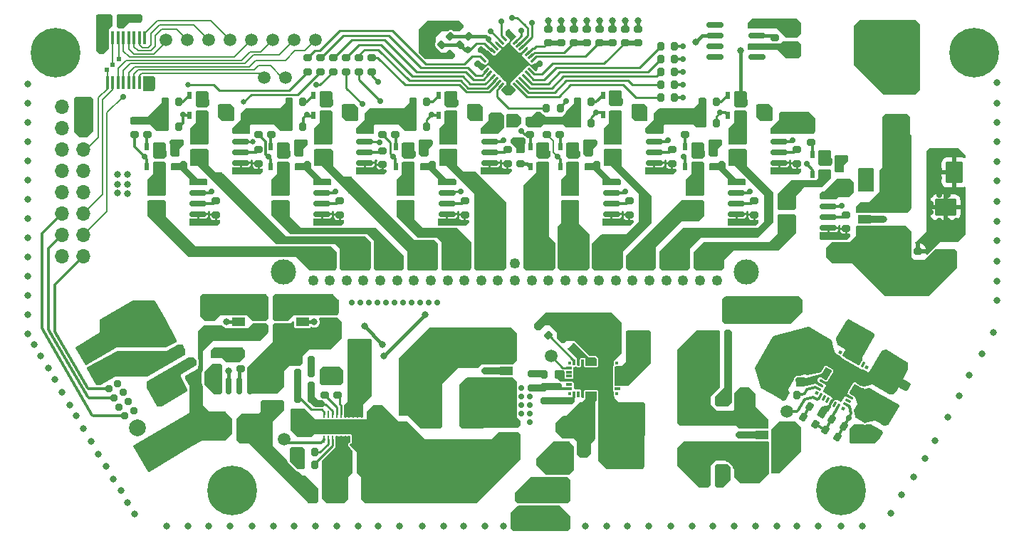
<source format=gtl>
%TF.GenerationSoftware,KiCad,Pcbnew,7.0.1-0*%
%TF.CreationDate,2023-07-14T11:12:34-05:00*%
%TF.ProjectId,power,706f7765-722e-46b6-9963-61645f706362,rev?*%
%TF.SameCoordinates,PXb5acc9ePY48ab840*%
%TF.FileFunction,Copper,L1,Top*%
%TF.FilePolarity,Positive*%
%FSLAX46Y46*%
G04 Gerber Fmt 4.6, Leading zero omitted, Abs format (unit mm)*
G04 Created by KiCad (PCBNEW 7.0.1-0) date 2023-07-14 11:12:34*
%MOMM*%
%LPD*%
G01*
G04 APERTURE LIST*
G04 Aperture macros list*
%AMRoundRect*
0 Rectangle with rounded corners*
0 $1 Rounding radius*
0 $2 $3 $4 $5 $6 $7 $8 $9 X,Y pos of 4 corners*
0 Add a 4 corners polygon primitive as box body*
4,1,4,$2,$3,$4,$5,$6,$7,$8,$9,$2,$3,0*
0 Add four circle primitives for the rounded corners*
1,1,$1+$1,$2,$3*
1,1,$1+$1,$4,$5*
1,1,$1+$1,$6,$7*
1,1,$1+$1,$8,$9*
0 Add four rect primitives between the rounded corners*
20,1,$1+$1,$2,$3,$4,$5,0*
20,1,$1+$1,$4,$5,$6,$7,0*
20,1,$1+$1,$6,$7,$8,$9,0*
20,1,$1+$1,$8,$9,$2,$3,0*%
%AMRotRect*
0 Rectangle, with rotation*
0 The origin of the aperture is its center*
0 $1 length*
0 $2 width*
0 $3 Rotation angle, in degrees counterclockwise*
0 Add horizontal line*
21,1,$1,$2,0,0,$3*%
%AMFreePoly0*
4,1,19,0.500000,-0.750000,0.000000,-0.750000,0.000000,-0.744911,-0.071157,-0.744911,-0.207708,-0.704816,-0.327430,-0.627875,-0.420627,-0.520320,-0.479746,-0.390866,-0.500000,-0.250000,-0.500000,0.250000,-0.479746,0.390866,-0.420627,0.520320,-0.327430,0.627875,-0.207708,0.704816,-0.071157,0.744911,0.000000,0.744911,0.000000,0.750000,0.500000,0.750000,0.500000,-0.750000,0.500000,-0.750000,
$1*%
%AMFreePoly1*
4,1,19,0.000000,0.744911,0.071157,0.744911,0.207708,0.704816,0.327430,0.627875,0.420627,0.520320,0.479746,0.390866,0.500000,0.250000,0.500000,-0.250000,0.479746,-0.390866,0.420627,-0.520320,0.327430,-0.627875,0.207708,-0.704816,0.071157,-0.744911,0.000000,-0.744911,0.000000,-0.750000,-0.500000,-0.750000,-0.500000,0.750000,0.000000,0.750000,0.000000,0.744911,0.000000,0.744911,
$1*%
%AMFreePoly2*
4,1,19,0.550000,-0.750000,0.000000,-0.750000,0.000000,-0.744911,-0.071157,-0.744911,-0.207708,-0.704816,-0.327430,-0.627875,-0.420627,-0.520320,-0.479746,-0.390866,-0.500000,-0.250000,-0.500000,0.250000,-0.479746,0.390866,-0.420627,0.520320,-0.327430,0.627875,-0.207708,0.704816,-0.071157,0.744911,0.000000,0.744911,0.000000,0.750000,0.550000,0.750000,0.550000,-0.750000,0.550000,-0.750000,
$1*%
%AMFreePoly3*
4,1,19,0.000000,0.744911,0.071157,0.744911,0.207708,0.704816,0.327430,0.627875,0.420627,0.520320,0.479746,0.390866,0.500000,0.250000,0.500000,-0.250000,0.479746,-0.390866,0.420627,-0.520320,0.327430,-0.627875,0.207708,-0.704816,0.071157,-0.744911,0.000000,-0.744911,0.000000,-0.750000,-0.550000,-0.750000,-0.550000,0.750000,0.000000,0.750000,0.000000,0.744911,0.000000,0.744911,
$1*%
G04 Aperture macros list end*
%TA.AperFunction,SMDPad,CuDef*%
%ADD10RoundRect,0.200000X-0.200000X-0.275000X0.200000X-0.275000X0.200000X0.275000X-0.200000X0.275000X0*%
%TD*%
%TA.AperFunction,SMDPad,CuDef*%
%ADD11RoundRect,0.200000X0.310705X0.138157X-0.035705X0.338157X-0.310705X-0.138157X0.035705X-0.338157X0*%
%TD*%
%TA.AperFunction,SMDPad,CuDef*%
%ADD12RoundRect,0.200000X-0.275000X0.200000X-0.275000X-0.200000X0.275000X-0.200000X0.275000X0.200000X0*%
%TD*%
%TA.AperFunction,ComponentPad*%
%ADD13C,1.500000*%
%TD*%
%TA.AperFunction,SMDPad,CuDef*%
%ADD14RoundRect,0.150000X-0.825000X-0.150000X0.825000X-0.150000X0.825000X0.150000X-0.825000X0.150000X0*%
%TD*%
%TA.AperFunction,SMDPad,CuDef*%
%ADD15RoundRect,0.200000X0.275000X-0.200000X0.275000X0.200000X-0.275000X0.200000X-0.275000X-0.200000X0*%
%TD*%
%TA.AperFunction,SMDPad,CuDef*%
%ADD16RoundRect,0.250000X-1.075000X0.312500X-1.075000X-0.312500X1.075000X-0.312500X1.075000X0.312500X0*%
%TD*%
%TA.AperFunction,SMDPad,CuDef*%
%ADD17RoundRect,0.250000X-0.312500X-1.075000X0.312500X-1.075000X0.312500X1.075000X-0.312500X1.075000X0*%
%TD*%
%TA.AperFunction,SMDPad,CuDef*%
%ADD18R,2.700000X3.600000*%
%TD*%
%TA.AperFunction,SMDPad,CuDef*%
%ADD19FreePoly0,270.000000*%
%TD*%
%TA.AperFunction,SMDPad,CuDef*%
%ADD20FreePoly1,270.000000*%
%TD*%
%TA.AperFunction,ComponentPad*%
%ADD21C,5.892800*%
%TD*%
%TA.AperFunction,SMDPad,CuDef*%
%ADD22FreePoly2,90.000000*%
%TD*%
%TA.AperFunction,SMDPad,CuDef*%
%ADD23R,1.500000X1.000000*%
%TD*%
%TA.AperFunction,SMDPad,CuDef*%
%ADD24FreePoly3,90.000000*%
%TD*%
%TA.AperFunction,SMDPad,CuDef*%
%ADD25RoundRect,0.200000X0.200000X0.275000X-0.200000X0.275000X-0.200000X-0.275000X0.200000X-0.275000X0*%
%TD*%
%TA.AperFunction,SMDPad,CuDef*%
%ADD26RoundRect,0.250000X1.281426X-0.169495X0.493926X1.194495X-1.281426X0.169495X-0.493926X-1.194495X0*%
%TD*%
%TA.AperFunction,SMDPad,CuDef*%
%ADD27R,2.200000X1.500000*%
%TD*%
%TA.AperFunction,SMDPad,CuDef*%
%ADD28RoundRect,0.200000X-0.310705X-0.138157X0.035705X-0.338157X0.310705X0.138157X-0.035705X0.338157X0*%
%TD*%
%TA.AperFunction,SMDPad,CuDef*%
%ADD29RoundRect,0.250000X-0.262500X-0.450000X0.262500X-0.450000X0.262500X0.450000X-0.262500X0.450000X0*%
%TD*%
%TA.AperFunction,SMDPad,CuDef*%
%ADD30R,0.550000X0.850000*%
%TD*%
%TA.AperFunction,SMDPad,CuDef*%
%ADD31R,1.350000X0.850000*%
%TD*%
%TA.AperFunction,SMDPad,CuDef*%
%ADD32RoundRect,0.200000X0.335876X0.053033X0.053033X0.335876X-0.335876X-0.053033X-0.053033X-0.335876X0*%
%TD*%
%TA.AperFunction,SMDPad,CuDef*%
%ADD33RoundRect,0.250000X1.075000X-0.312500X1.075000X0.312500X-1.075000X0.312500X-1.075000X-0.312500X0*%
%TD*%
%TA.AperFunction,ComponentPad*%
%ADD34C,4.521200*%
%TD*%
%TA.AperFunction,SMDPad,CuDef*%
%ADD35RoundRect,0.150000X0.825000X0.150000X-0.825000X0.150000X-0.825000X-0.150000X0.825000X-0.150000X0*%
%TD*%
%TA.AperFunction,SMDPad,CuDef*%
%ADD36R,0.300000X0.700000*%
%TD*%
%TA.AperFunction,SMDPad,CuDef*%
%ADD37R,0.700000X0.300000*%
%TD*%
%TA.AperFunction,SMDPad,CuDef*%
%ADD38R,1.355000X1.125000*%
%TD*%
%TA.AperFunction,SMDPad,CuDef*%
%ADD39R,1.340000X1.125000*%
%TD*%
%TA.AperFunction,SMDPad,CuDef*%
%ADD40R,0.375000X0.375000*%
%TD*%
%TA.AperFunction,SMDPad,CuDef*%
%ADD41RoundRect,0.250000X-1.025000X0.787500X-1.025000X-0.787500X1.025000X-0.787500X1.025000X0.787500X0*%
%TD*%
%TA.AperFunction,SMDPad,CuDef*%
%ADD42RoundRect,0.062500X0.291682X-0.203293X-0.203293X0.291682X-0.291682X0.203293X0.203293X-0.291682X0*%
%TD*%
%TA.AperFunction,SMDPad,CuDef*%
%ADD43RoundRect,0.062500X0.291682X0.203293X0.203293X0.291682X-0.291682X-0.203293X-0.203293X-0.291682X0*%
%TD*%
%TA.AperFunction,SMDPad,CuDef*%
%ADD44RotRect,3.500000X3.500000X135.000000*%
%TD*%
%TA.AperFunction,SMDPad,CuDef*%
%ADD45RoundRect,0.250000X-0.787500X-1.025000X0.787500X-1.025000X0.787500X1.025000X-0.787500X1.025000X0*%
%TD*%
%TA.AperFunction,SMDPad,CuDef*%
%ADD46RoundRect,0.250000X0.258461X-0.452332X0.520961X0.002332X-0.258461X0.452332X-0.520961X-0.002332X0*%
%TD*%
%TA.AperFunction,SMDPad,CuDef*%
%ADD47R,0.360000X1.600000*%
%TD*%
%TA.AperFunction,SMDPad,CuDef*%
%ADD48RoundRect,0.200000X-0.053033X0.335876X-0.335876X0.053033X0.053033X-0.335876X0.335876X-0.053033X0*%
%TD*%
%TA.AperFunction,SMDPad,CuDef*%
%ADD49RoundRect,0.250000X0.787500X1.025000X-0.787500X1.025000X-0.787500X-1.025000X0.787500X-1.025000X0*%
%TD*%
%TA.AperFunction,SMDPad,CuDef*%
%ADD50FreePoly2,270.000000*%
%TD*%
%TA.AperFunction,SMDPad,CuDef*%
%ADD51FreePoly3,270.000000*%
%TD*%
%TA.AperFunction,SMDPad,CuDef*%
%ADD52RoundRect,0.200000X0.138157X-0.310705X0.338157X0.035705X-0.138157X0.310705X-0.338157X-0.035705X0*%
%TD*%
%TA.AperFunction,SMDPad,CuDef*%
%ADD53RoundRect,0.250000X1.025000X-0.787500X1.025000X0.787500X-1.025000X0.787500X-1.025000X-0.787500X0*%
%TD*%
%TA.AperFunction,SMDPad,CuDef*%
%ADD54RoundRect,0.250000X0.774727X-0.808133X1.087227X-0.266867X-0.774727X0.808133X-1.087227X0.266867X0*%
%TD*%
%TA.AperFunction,ComponentPad*%
%ADD55C,0.950000*%
%TD*%
%TA.AperFunction,ComponentPad*%
%ADD56C,2.000000*%
%TD*%
%TA.AperFunction,SMDPad,CuDef*%
%ADD57RoundRect,0.150000X0.150000X-0.825000X0.150000X0.825000X-0.150000X0.825000X-0.150000X-0.825000X0*%
%TD*%
%TA.AperFunction,SMDPad,CuDef*%
%ADD58RoundRect,0.062500X0.062500X-0.350000X0.062500X0.350000X-0.062500X0.350000X-0.062500X-0.350000X0*%
%TD*%
%TA.AperFunction,SMDPad,CuDef*%
%ADD59RoundRect,0.062500X0.337500X-0.062500X0.337500X0.062500X-0.337500X0.062500X-0.337500X-0.062500X0*%
%TD*%
%TA.AperFunction,SMDPad,CuDef*%
%ADD60R,4.750000X1.700000*%
%TD*%
%TA.AperFunction,SMDPad,CuDef*%
%ADD61FreePoly0,0.000000*%
%TD*%
%TA.AperFunction,SMDPad,CuDef*%
%ADD62FreePoly1,0.000000*%
%TD*%
%TA.AperFunction,SMDPad,CuDef*%
%ADD63RoundRect,0.200000X0.338157X-0.035705X0.138157X0.310705X-0.338157X0.035705X-0.138157X-0.310705X0*%
%TD*%
%TA.AperFunction,WasherPad*%
%ADD64C,3.000000*%
%TD*%
%TA.AperFunction,ComponentPad*%
%ADD65C,1.250000*%
%TD*%
%TA.AperFunction,SMDPad,CuDef*%
%ADD66RotRect,0.700000X0.300000X150.000000*%
%TD*%
%TA.AperFunction,SMDPad,CuDef*%
%ADD67RotRect,0.700000X0.300000X240.000000*%
%TD*%
%TA.AperFunction,SMDPad,CuDef*%
%ADD68RotRect,0.700000X0.300000X60.000000*%
%TD*%
%TA.AperFunction,SMDPad,CuDef*%
%ADD69RotRect,1.125000X1.355000X150.000000*%
%TD*%
%TA.AperFunction,SMDPad,CuDef*%
%ADD70RotRect,1.125000X1.340000X150.000000*%
%TD*%
%TA.AperFunction,SMDPad,CuDef*%
%ADD71RotRect,0.375000X0.375000X60.000000*%
%TD*%
%TA.AperFunction,SMDPad,CuDef*%
%ADD72RotRect,2.700000X3.600000X60.000000*%
%TD*%
%TA.AperFunction,ComponentPad*%
%ADD73R,1.700000X1.700000*%
%TD*%
%TA.AperFunction,ComponentPad*%
%ADD74O,1.700000X1.700000*%
%TD*%
%TA.AperFunction,ViaPad*%
%ADD75C,0.812800*%
%TD*%
%TA.AperFunction,ViaPad*%
%ADD76C,0.711200*%
%TD*%
%TA.AperFunction,ViaPad*%
%ADD77C,0.609600*%
%TD*%
%TA.AperFunction,ViaPad*%
%ADD78C,0.660400*%
%TD*%
%TA.AperFunction,Conductor*%
%ADD79C,0.406400*%
%TD*%
%TA.AperFunction,Conductor*%
%ADD80C,0.304800*%
%TD*%
%TA.AperFunction,Conductor*%
%ADD81C,0.812800*%
%TD*%
%TA.AperFunction,Conductor*%
%ADD82C,0.254000*%
%TD*%
%TA.AperFunction,Conductor*%
%ADD83C,0.203200*%
%TD*%
%TA.AperFunction,Conductor*%
%ADD84C,0.609600*%
%TD*%
G04 APERTURE END LIST*
D10*
%TO.P,C14,1*%
%TO.N,Net-(JP4-A)*%
X-31940000Y-41401998D03*
%TO.P,C14,2*%
%TO.N,+28V_ret*%
X-30290000Y-41401998D03*
%TD*%
D11*
%TO.P,C4,1*%
%TO.N,Net-(JP3-C)*%
X-15475138Y-44386528D03*
%TO.P,C4,2*%
%TO.N,Net-(U1-FB)*%
X-16904080Y-43561528D03*
%TD*%
D12*
%TO.P,C60,1*%
%TO.N,Net-(U30-FILTER)*%
X-75437998Y-17589998D03*
%TO.P,C60,2*%
%TO.N,+28V_ret*%
X-75437998Y-19239998D03*
%TD*%
D13*
%TO.P,TP5,1,1*%
%TO.N,/converters/+5V5_reg_out*%
X-8763000Y-10413998D03*
%TD*%
%TO.P,TP8,1,1*%
%TO.N,/switches/nFORMAT_sw*%
X-85973000Y1524002D03*
%TD*%
D14*
%TO.P,U13,1,IP+*%
%TO.N,/sense/TIMEPIX_12V_sw*%
X-33209002Y-15367000D03*
%TO.P,U13,2,IP+*%
X-33209002Y-16637000D03*
%TO.P,U13,3,IP-*%
%TO.N,/interface/TIMEPIX_5V_out*%
X-33209002Y-17907000D03*
%TO.P,U13,4,IP-*%
X-33209002Y-19177000D03*
%TO.P,U13,5,GND*%
%TO.N,+28V_ret*%
X-28259002Y-19177000D03*
%TO.P,U13,6,FILTER*%
%TO.N,Net-(U13-FILTER)*%
X-28259002Y-17907000D03*
%TO.P,U13,7,VIOUT*%
%TO.N,/sense/TIMEPIX_12V_Isense*%
X-28259002Y-16637000D03*
%TO.P,U13,8,VCC*%
%TO.N,/converters/+5V_reg_out*%
X-28259002Y-15367000D03*
%TD*%
%TO.P,U17,1,IP+*%
%TO.N,/sense/SAAS_12V_sw*%
X-28129002Y-9271000D03*
%TO.P,U17,2,IP+*%
X-28129002Y-10541000D03*
%TO.P,U17,3,IP-*%
%TO.N,/interface/SAAS_12V_out*%
X-28129002Y-11811000D03*
%TO.P,U17,4,IP-*%
X-28129002Y-13081000D03*
%TO.P,U17,5,GND*%
%TO.N,+28V_ret*%
X-23179002Y-13081000D03*
%TO.P,U17,6,FILTER*%
%TO.N,Net-(U17-FILTER)*%
X-23179002Y-11811000D03*
%TO.P,U17,7,VIOUT*%
%TO.N,/sense/SAAS_12V_Isense*%
X-23179002Y-10541000D03*
%TO.P,U17,8,VCC*%
%TO.N,/converters/+5V_reg_out*%
X-23179002Y-9271000D03*
%TD*%
D15*
%TO.P,C59,1*%
%TO.N,/converters/+5V_reg_out*%
X-80263998Y-13524998D03*
%TO.P,C59,2*%
%TO.N,+28V_ret*%
X-80263998Y-11874998D03*
%TD*%
D16*
%TO.P,R40,1*%
%TO.N,+28V_ret*%
X-50546000Y-52258498D03*
%TO.P,R40,2*%
%TO.N,Earth*%
X-50546000Y-55183498D03*
%TD*%
D13*
%TO.P,TP21,1,1*%
%TO.N,/switches/nCMOS1_sw*%
X-93599000Y1524002D03*
%TD*%
D12*
%TO.P,C48,1*%
%TO.N,Net-(U18-FILTER)*%
X-15240000Y-19240998D03*
%TO.P,C48,2*%
%TO.N,+28V_ret*%
X-15240000Y-20890998D03*
%TD*%
D15*
%TO.P,C21,1*%
%TO.N,Net-(U3-INTVCC)*%
X-77216000Y-40702998D03*
%TO.P,C21,2*%
%TO.N,+28V_ret*%
X-77216000Y-39052998D03*
%TD*%
D13*
%TO.P,TP1,1,1*%
%TO.N,Net-(U1-CLKOUT)*%
X-22265706Y-42671998D03*
%TD*%
D14*
%TO.P,U26,1,IP+*%
%TO.N,/sense/CMOS2_V_sw*%
X-97216998Y-15366998D03*
%TO.P,U26,2,IP+*%
X-97216998Y-16636998D03*
%TO.P,U26,3,IP-*%
%TO.N,/interface/CMOS2_V_out*%
X-97216998Y-17906998D03*
%TO.P,U26,4,IP-*%
X-97216998Y-19176998D03*
%TO.P,U26,5,GND*%
%TO.N,+28V_ret*%
X-92266998Y-19176998D03*
%TO.P,U26,6,FILTER*%
%TO.N,Net-(U26-FILTER)*%
X-92266998Y-17906998D03*
%TO.P,U26,7,VIOUT*%
%TO.N,/sense/CMOS2_Isense*%
X-92266998Y-16636998D03*
%TO.P,U26,8,VCC*%
%TO.N,/converters/+5V_reg_out*%
X-92266998Y-15366998D03*
%TD*%
D10*
%TO.P,C38,1*%
%TO.N,/interface/+3V3_in*%
X-103059998Y3556002D03*
%TO.P,C38,2*%
%TO.N,+28V_ret*%
X-101409998Y3556002D03*
%TD*%
D15*
%TO.P,C39,1*%
%TO.N,/converters/+5V_reg_out*%
X-45847000Y-13524998D03*
%TO.P,C39,2*%
%TO.N,+28V_ret*%
X-45847000Y-11874998D03*
%TD*%
D12*
%TO.P,R25,1*%
%TO.N,Net-(JP8-C)*%
X-50673000Y2857002D03*
%TO.P,R25,2*%
%TO.N,Net-(U6-VIN0)*%
X-50673000Y1207002D03*
%TD*%
D10*
%TO.P,R36,1*%
%TO.N,/converters/+5V_reg_out*%
X-96202000Y-8762998D03*
%TO.P,R36,2*%
%TO.N,/switches/nCMOS1_sw*%
X-94552000Y-8762998D03*
%TD*%
D13*
%TO.P,TP16,1,1*%
%TO.N,/switches/nSAAS_sw*%
X-78359000Y1524002D03*
%TD*%
%TO.P,TP22,1,1*%
%TO.N,/switches/nCMOS2_sw*%
X-96139000Y1524002D03*
%TD*%
D17*
%TO.P,C24,1*%
%TO.N,Net-(U3-EN{slash}UV)*%
X-75122500Y-51815998D03*
%TO.P,C24,2*%
%TO.N,+28V_ret*%
X-72197500Y-51815998D03*
%TD*%
D12*
%TO.P,C30,1*%
%TO.N,/converters/+12V_reg_out*%
X-56164000Y-44005998D03*
%TO.P,C30,2*%
%TO.N,+28V_ret*%
X-56164000Y-45655998D03*
%TD*%
D13*
%TO.P,TP7,1,1*%
%TO.N,Net-(JP4-B)*%
X-27305000Y-49910998D03*
%TD*%
D18*
%TO.P,L8,1,1*%
%TO.N,Net-(L8-Pad1)*%
X-73111000Y-35940998D03*
%TO.P,L8,2,2*%
%TO.N,Net-(JP5-A)*%
X-64811000Y-35940998D03*
%TD*%
D19*
%TO.P,JP7,1,A*%
%TO.N,+28V_ret*%
X-53467000Y-53070998D03*
D20*
%TO.P,JP7,2,B*%
%TO.N,Earth*%
X-53467000Y-54370998D03*
%TD*%
D21*
%TO.P,H2,1,1*%
%TO.N,Earth*%
X-109219998Y2D03*
%TD*%
D22*
%TO.P,JP9,1,A*%
%TO.N,+28V_ret*%
X-79883000Y-33303998D03*
D23*
%TO.P,JP9,2,C*%
%TO.N,Net-(JP9-C)*%
X-79883000Y-32003998D03*
D24*
%TO.P,JP9,3,B*%
%TO.N,+28V_clean_ret*%
X-79883000Y-30703998D03*
%TD*%
D22*
%TO.P,JP3,1,A*%
%TO.N,Net-(JP3-A)*%
X-13081000Y-21111998D03*
D23*
%TO.P,JP3,2,C*%
%TO.N,Net-(JP3-C)*%
X-13081000Y-19811998D03*
D24*
%TO.P,JP3,3,B*%
%TO.N,/converters/+5V5_reg_out*%
X-13081000Y-18511998D03*
%TD*%
D15*
%TO.P,C36,1*%
%TO.N,/converters/+5V_reg_out*%
X-90043000Y-37527998D03*
%TO.P,C36,2*%
%TO.N,+28V_ret*%
X-90043000Y-35877998D03*
%TD*%
D25*
%TO.P,R9,1*%
%TO.N,Net-(JP5-C)*%
X-78804000Y-39623998D03*
%TO.P,R9,2*%
%TO.N,Net-(U3-FB)*%
X-80454000Y-39623998D03*
%TD*%
D15*
%TO.P,C6,1*%
%TO.N,Net-(JP3-A)*%
X-6731000Y-25208998D03*
%TO.P,C6,2*%
%TO.N,+28V_ret*%
X-6731000Y-23558998D03*
%TD*%
D26*
%TO.P,C32,1*%
%TO.N,+28V*%
X-93439750Y-44859502D03*
%TO.P,C32,2*%
%TO.N,+28V_ret*%
X-96552250Y-39468494D03*
%TD*%
D13*
%TO.P,TP10,1,1*%
%TO.N,/converters/+12V_reg_out*%
X-55626000Y-41909998D03*
%TD*%
D10*
%TO.P,R8,1*%
%TO.N,Net-(R7-Pad2)*%
X-51117000Y-38226998D03*
%TO.P,R8,2*%
%TO.N,+28V_ret*%
X-49467000Y-38226998D03*
%TD*%
D27*
%TO.P,L9,1,1*%
%TO.N,Net-(JP5-A)*%
X-59944000Y-36507998D03*
%TO.P,L9,2,2*%
%TO.N,/converters/+12V_reg_out*%
X-59944000Y-40707998D03*
%TD*%
D10*
%TO.P,R17,1*%
%TO.N,/converters/+5V_reg_out*%
X-32321002Y-5842000D03*
%TO.P,R17,2*%
%TO.N,Net-(R17-Pad2)*%
X-30671002Y-5842000D03*
%TD*%
D15*
%TO.P,R46,1*%
%TO.N,/sense/CDTE1_Isense*%
X-71628000Y-2221998D03*
%TO.P,R46,2*%
%TO.N,Net-(U6-VIN10)*%
X-71628000Y-571998D03*
%TD*%
D26*
%TO.P,C34,1*%
%TO.N,+28V_clean*%
X-98011750Y-36985502D03*
%TO.P,C34,2*%
%TO.N,+28V_clean_ret*%
X-101124250Y-31594494D03*
%TD*%
D28*
%TO.P,R4,1*%
%TO.N,Net-(R3-Pad2)*%
X-19544501Y-42038872D03*
%TO.P,R4,2*%
%TO.N,+28V_ret*%
X-18115559Y-42863872D03*
%TD*%
D15*
%TO.P,C55,1*%
%TO.N,/converters/+5V_reg_out*%
X-65404998Y-13524998D03*
%TO.P,C55,2*%
%TO.N,+28V_ret*%
X-65404998Y-11874998D03*
%TD*%
D25*
%TO.P,C9,1*%
%TO.N,/converters/+5V5_reg_out*%
X-10732000Y-14350998D03*
%TO.P,C9,2*%
%TO.N,+28V_ret*%
X-12382000Y-14350998D03*
%TD*%
D29*
%TO.P,L3,1,1*%
%TO.N,/converters/+28V_reg_in*%
X-78636500Y-52450998D03*
%TO.P,L3,2,2*%
%TO.N,Net-(U3-EN{slash}UV)*%
X-76811500Y-52450998D03*
%TD*%
D12*
%TO.P,R13,1*%
%TO.N,/converters/+5V_reg_out*%
X-49276002Y-8065000D03*
%TO.P,R13,2*%
%TO.N,Net-(R13-Pad2)*%
X-49276002Y-9715000D03*
%TD*%
D30*
%TO.P,U16,1*%
%TO.N,Net-(R18-Pad2)*%
X-19230000Y-12064998D03*
%TO.P,U16,2*%
%TO.N,/switches/nSAAS_sw*%
X-19230000Y-14414998D03*
D31*
%TO.P,U16,3*%
%TO.N,/sense/SAAS_5V_sw*%
X-17780000Y-14414998D03*
%TO.P,U16,4*%
%TO.N,/converters/+5V_reg_out*%
X-17780000Y-12064998D03*
%TD*%
D25*
%TO.P,C3,1*%
%TO.N,Net-(U1-EN{slash}UV)*%
X-20763332Y-39100892D03*
%TO.P,C3,2*%
%TO.N,+28V_ret*%
X-22413332Y-39100892D03*
%TD*%
D22*
%TO.P,JP8,1,A*%
%TO.N,+28V*%
X-87503000Y-33303998D03*
D23*
%TO.P,JP8,2,C*%
%TO.N,Net-(JP8-C)*%
X-87503000Y-32003998D03*
D24*
%TO.P,JP8,3,B*%
%TO.N,+28V_clean*%
X-87503000Y-30703998D03*
%TD*%
D13*
%TO.P,TP17,1,1*%
%TO.N,/switches/nCDTE1_sw*%
X-81915000Y-2920998D03*
%TD*%
D16*
%TO.P,R38,1*%
%TO.N,+28V_clean*%
X-90424000Y-30541498D03*
%TO.P,R38,2*%
%TO.N,+28V*%
X-90424000Y-33466498D03*
%TD*%
D25*
%TO.P,C53,1*%
%TO.N,/converters/+5V_reg_out*%
X-57213998Y-7619998D03*
%TO.P,C53,2*%
%TO.N,+28V_ret*%
X-58863998Y-7619998D03*
%TD*%
D32*
%TO.P,R5,1*%
%TO.N,Net-(U2-RT)*%
X-50597637Y-33603361D03*
%TO.P,R5,2*%
%TO.N,+28V_ret*%
X-51764363Y-32436635D03*
%TD*%
D15*
%TO.P,C41,1*%
%TO.N,/converters/+5V_reg_out*%
X-30988002Y-13525000D03*
%TO.P,C41,2*%
%TO.N,+28V_ret*%
X-30988002Y-11875000D03*
%TD*%
%TO.P,R51,1*%
%TO.N,/sense/CMOS2_Isense*%
X-79248000Y-2221998D03*
%TO.P,R51,2*%
%TO.N,Net-(U6-VIN15)*%
X-79248000Y-571998D03*
%TD*%
D33*
%TO.P,C23,1*%
%TO.N,/converters/+28V_reg_in*%
X-83439000Y-41975498D03*
%TO.P,C23,2*%
%TO.N,+28V_ret*%
X-83439000Y-39050498D03*
%TD*%
D34*
%TO.P,H5,1,1*%
%TO.N,+28V_ret*%
X-19812000Y-35432998D03*
%TD*%
D10*
%TO.P,R32,1*%
%TO.N,/converters/+5V_reg_out*%
X-66738000Y-8762998D03*
%TO.P,R32,2*%
%TO.N,/switches/nCDTE1_sw*%
X-65088000Y-8762998D03*
%TD*%
D25*
%TO.P,R43,1*%
%TO.N,/sense/TIMEPIX_12V_Isense*%
X-35624000Y-3809998D03*
%TO.P,R43,2*%
%TO.N,Net-(U6-VIN7)*%
X-37274000Y-3809998D03*
%TD*%
D15*
%TO.P,R48,1*%
%TO.N,/sense/CDTE3_Isense*%
X-74676000Y-2221998D03*
%TO.P,R48,2*%
%TO.N,Net-(U6-VIN12)*%
X-74676000Y-571998D03*
%TD*%
D35*
%TO.P,U4,1,DNC*%
%TO.N,unconnected-(U4-DNC-Pad1)*%
X-25846000Y-507998D03*
%TO.P,U4,2,VIN*%
%TO.N,/converters/+5V_reg_out*%
X-25846000Y762002D03*
%TO.P,U4,3,TEMP*%
%TO.N,Net-(U4-TEMP)*%
X-25846000Y2032002D03*
%TO.P,U4,4,GND*%
%TO.N,+28V_ret*%
X-25846000Y3302002D03*
%TO.P,U4,5,TRIM*%
%TO.N,unconnected-(U4-TRIM-Pad5)*%
X-30796000Y3302002D03*
%TO.P,U4,6,VOUT*%
%TO.N,/sense/VREF*%
X-30796000Y2032002D03*
%TO.P,U4,7,DNC*%
%TO.N,unconnected-(U4-DNC-Pad7)*%
X-30796000Y762002D03*
%TO.P,U4,8,O/P_SEL*%
%TO.N,unconnected-(U4-O{slash}P_SEL-Pad8)*%
X-30796000Y-507998D03*
%TD*%
D15*
%TO.P,R54,1*%
%TO.N,Net-(U6-VIN1)*%
X-46101000Y1207002D03*
%TO.P,R54,2*%
%TO.N,+28V_ret*%
X-46101000Y2857002D03*
%TD*%
D10*
%TO.P,R23,1*%
%TO.N,/converters/+5V_reg_out*%
X-81469998Y-5841998D03*
%TO.P,R23,2*%
%TO.N,Net-(R23-Pad2)*%
X-79819998Y-5841998D03*
%TD*%
D12*
%TO.P,C58,1*%
%TO.N,Net-(U29-FILTER)*%
X-70358000Y-11620998D03*
%TO.P,C58,2*%
%TO.N,+28V_ret*%
X-70358000Y-13270998D03*
%TD*%
D36*
%TO.P,U2,1,BIAS*%
%TO.N,Net-(JP4-C)*%
X-47548000Y-40600498D03*
%TO.P,U2,2,INTVCC*%
%TO.N,unconnected-(U2-INTVCC-Pad2)*%
X-47048000Y-40600498D03*
%TO.P,U2,3,NC*%
%TO.N,+28V_ret*%
X-46548000Y-40600498D03*
%TO.P,U2,4,VIN*%
%TO.N,Net-(U2-EN{slash}UV)*%
X-46048000Y-40600498D03*
%TO.P,U2,5,VIN*%
X-45548000Y-40600498D03*
%TO.P,U2,6,VIN*%
X-45048000Y-40600498D03*
%TO.P,U2,7,NC*%
%TO.N,+28V_ret*%
X-44548000Y-40600498D03*
%TO.P,U2,8,GND*%
X-44048000Y-40600498D03*
%TO.P,U2,9,GND*%
X-43548000Y-40600498D03*
%TO.P,U2,10,GND*%
X-43048000Y-40600498D03*
D37*
%TO.P,U2,11,BST*%
%TO.N,unconnected-(U2-BST-Pad11)*%
X-42398000Y-39950498D03*
%TO.P,U2,12,SW*%
%TO.N,Net-(L6-Pad1)*%
X-42398000Y-39450498D03*
%TO.P,U2,13,SW*%
X-42398000Y-38950498D03*
%TO.P,U2,14,SW*%
X-42398000Y-38450498D03*
%TO.P,U2,15,SW*%
X-42398000Y-37950498D03*
%TO.P,U2,16,SW*%
X-42398000Y-37450498D03*
D36*
%TO.P,U2,17,GND*%
%TO.N,+28V_ret*%
X-43048000Y-36800498D03*
%TO.P,U2,18,GND*%
X-43548000Y-36800498D03*
%TO.P,U2,19,GND*%
X-44048000Y-36800498D03*
%TO.P,U2,20,NC*%
X-44548000Y-36800498D03*
%TO.P,U2,21,VIN*%
%TO.N,Net-(U2-EN{slash}UV)*%
X-45048000Y-36800498D03*
%TO.P,U2,22,VIN*%
X-45548000Y-36800498D03*
%TO.P,U2,23,VIN*%
X-46048000Y-36800498D03*
%TO.P,U2,24,NC*%
%TO.N,+28V_ret*%
X-46548000Y-36800498D03*
%TO.P,U2,25,EN/UV*%
%TO.N,Net-(U2-EN{slash}UV)*%
X-47048000Y-36800498D03*
%TO.P,U2,26,RT*%
%TO.N,Net-(U2-RT)*%
X-47548000Y-36800498D03*
D37*
%TO.P,U2,27,CLKOUT*%
%TO.N,Net-(U2-CLKOUT)*%
X-48198000Y-37450498D03*
%TO.P,U2,28,SYNC/MODE*%
%TO.N,unconnected-(U2-SYNC{slash}MODE-Pad28)*%
X-48198000Y-37950498D03*
%TO.P,U2,29,TR/SS*%
%TO.N,unconnected-(U2-TR{slash}SS-Pad29)*%
X-48198000Y-38450498D03*
%TO.P,U2,30,GND*%
%TO.N,+28V_ret*%
X-48198000Y-38950498D03*
%TO.P,U2,31,PG*%
%TO.N,unconnected-(U2-PG-Pad31)*%
X-48198000Y-39450498D03*
%TO.P,U2,32,FB*%
%TO.N,Net-(U2-FB)*%
X-48198000Y-39950498D03*
D38*
%TO.P,U2,33,GND*%
%TO.N,+28V_ret*%
X-46845500Y-39362998D03*
%TO.P,U2,34,GND*%
X-46845500Y-38037998D03*
D39*
%TO.P,U2,35,GND*%
X-45298000Y-39362998D03*
%TO.P,U2,36,GND*%
X-45298000Y-38037998D03*
D38*
%TO.P,U2,37,GND*%
X-43750500Y-39362998D03*
%TO.P,U2,38,GND*%
X-43750500Y-38037998D03*
D40*
%TO.P,U2,m1*%
%TO.N,N/C*%
X-48110500Y-40512998D03*
%TO.P,U2,m2*%
X-42485500Y-40512998D03*
%TO.P,U2,m3*%
X-42485500Y-36887998D03*
%TO.P,U2,m4*%
X-48110500Y-36887998D03*
%TD*%
D30*
%TO.P,U7,1*%
%TO.N,Net-(R13-Pad2)*%
X-49200000Y-11174498D03*
%TO.P,U7,2*%
%TO.N,/switches/nCDTEDE_sw*%
X-49200000Y-13524498D03*
D31*
%TO.P,U7,3*%
%TO.N,/sense/CDTEDE_V_sw*%
X-47750000Y-13524498D03*
%TO.P,U7,4*%
%TO.N,/converters/+5V5_reg_out*%
X-47750000Y-11174498D03*
%TD*%
D25*
%TO.P,R52,1*%
%TO.N,/sense/REGS_Isense*%
X-35624000Y762002D03*
%TO.P,R52,2*%
%TO.N,Net-(U6-VIN4)*%
X-37274000Y762002D03*
%TD*%
D30*
%TO.P,U11,1*%
%TO.N,Net-(R15-Pad2)*%
X-34341002Y-11174500D03*
%TO.P,U11,2*%
%TO.N,/switches/nTIMEPIX_sw*%
X-34341002Y-13524500D03*
D31*
%TO.P,U11,3*%
%TO.N,/sense/TIMEPIX_12V_sw*%
X-32891002Y-13524500D03*
%TO.P,U11,4*%
%TO.N,/converters/+12V_reg_out*%
X-32891002Y-11174500D03*
%TD*%
D41*
%TO.P,C29,1*%
%TO.N,/converters/+12V_reg_out*%
X-59563000Y-43496498D03*
%TO.P,C29,2*%
%TO.N,+28V_ret*%
X-59563000Y-49721498D03*
%TD*%
D10*
%TO.P,C17,1*%
%TO.N,Net-(JP4-B)*%
X-31940000Y-49529998D03*
%TO.P,C17,2*%
%TO.N,+28V_ret*%
X-30290000Y-49529998D03*
%TD*%
D12*
%TO.P,R37,1*%
%TO.N,/converters/+5V_reg_out*%
X-99822000Y-8064998D03*
%TO.P,R37,2*%
%TO.N,/switches/nCMOS2_sw*%
X-99822000Y-9714998D03*
%TD*%
D14*
%TO.P,U25,1,IP+*%
%TO.N,/sense/CMOS1_V_sw*%
X-92136998Y-9270998D03*
%TO.P,U25,2,IP+*%
X-92136998Y-10540998D03*
%TO.P,U25,3,IP-*%
%TO.N,/interface/CMOS1_V_out*%
X-92136998Y-11810998D03*
%TO.P,U25,4,IP-*%
X-92136998Y-13080998D03*
%TO.P,U25,5,GND*%
%TO.N,+28V_ret*%
X-87186998Y-13080998D03*
%TO.P,U25,6,FILTER*%
%TO.N,Net-(U25-FILTER)*%
X-87186998Y-11810998D03*
%TO.P,U25,7,VIOUT*%
%TO.N,/sense/CMOS1_Isense*%
X-87186998Y-10540998D03*
%TO.P,U25,8,VCC*%
%TO.N,/converters/+5V_reg_out*%
X-87186998Y-9270998D03*
%TD*%
D13*
%TO.P,TP20,1,1*%
%TO.N,/switches/nCDTE4_sw*%
X-91059000Y1524002D03*
%TD*%
D19*
%TO.P,JP1,1,A*%
%TO.N,+28V_clean*%
X-84963000Y-31353999D03*
D20*
%TO.P,JP1,2,B*%
%TO.N,+28V*%
X-84963000Y-32653999D03*
%TD*%
D12*
%TO.P,C28,1*%
%TO.N,Net-(JP5-A)*%
X-67945000Y-42735998D03*
%TO.P,C28,2*%
%TO.N,+28V_ret*%
X-67945000Y-44385998D03*
%TD*%
D32*
%TO.P,C63,1*%
%TO.N,/converters/+5V_reg_out*%
X-62281637Y1956639D03*
%TO.P,C63,2*%
%TO.N,+28V_ret*%
X-63448363Y3123365D03*
%TD*%
D10*
%TO.P,R19,1*%
%TO.N,/converters/+5V_reg_out*%
X-96201998Y-5841998D03*
%TO.P,R19,2*%
%TO.N,Net-(R19-Pad2)*%
X-94551998Y-5841998D03*
%TD*%
D12*
%TO.P,R33,1*%
%TO.N,/converters/+5V_reg_out*%
X-70358000Y-8064998D03*
%TO.P,R33,2*%
%TO.N,/switches/nCDTE2_sw*%
X-70358000Y-9714998D03*
%TD*%
D13*
%TO.P,TP14,1,1*%
%TO.N,/switches/nCDTEDE_sw*%
X-83433000Y1524002D03*
%TD*%
D12*
%TO.P,C52,1*%
%TO.N,Net-(U26-FILTER)*%
X-90169998Y-17589998D03*
%TO.P,C52,2*%
%TO.N,+28V_ret*%
X-90169998Y-19239998D03*
%TD*%
D42*
%TO.P,U6,1,NC*%
%TO.N,+28V_ret*%
X-54885864Y-4231008D03*
%TO.P,U6,2,VIN8*%
%TO.N,Net-(U6-VIN8)*%
X-54532311Y-3877454D03*
%TO.P,U6,3,VIN7*%
%TO.N,Net-(U6-VIN7)*%
X-54178757Y-3523901D03*
%TO.P,U6,4,VIN6*%
%TO.N,Net-(U6-VIN6)*%
X-53825204Y-3170347D03*
%TO.P,U6,5,VIN5*%
%TO.N,Net-(U6-VIN5)*%
X-53471651Y-2816794D03*
%TO.P,U6,6,VIN4*%
%TO.N,Net-(U6-VIN4)*%
X-53118097Y-2463241D03*
%TO.P,U6,7,VIN3*%
%TO.N,Net-(U6-VIN3)*%
X-52764544Y-2109687D03*
%TO.P,U6,8,NC*%
%TO.N,+28V_ret*%
X-52410990Y-1756134D03*
D43*
%TO.P,U6,9,VIN2*%
%TO.N,Net-(U6-VIN2)*%
X-52410990Y-783862D03*
%TO.P,U6,10,VIN1*%
%TO.N,Net-(U6-VIN1)*%
X-52764544Y-430309D03*
%TO.P,U6,11,VIN0*%
%TO.N,Net-(U6-VIN0)*%
X-53118097Y-76755D03*
%TO.P,U6,12,AGND*%
%TO.N,+28V_ret*%
X-53471651Y276798D03*
%TO.P,U6,13,DOUT*%
%TO.N,/interface/SPI.SDO*%
X-53825204Y630351D03*
%TO.P,U6,14,SCLK*%
%TO.N,/interface/SPI.SCK*%
X-54178757Y983905D03*
%TO.P,U6,15,VDRIVE*%
%TO.N,/interface/+3V3_in*%
X-54532311Y1337458D03*
%TO.P,U6,16,NC*%
%TO.N,+28V_ret*%
X-54885864Y1691012D03*
D42*
%TO.P,U6,17,DIN*%
%TO.N,/interface/SPI.SDI*%
X-55858136Y1691012D03*
%TO.P,U6,18,~{CS}*%
%TO.N,/interface/SPI.nCS4*%
X-56211689Y1337458D03*
%TO.P,U6,19,AGND*%
%TO.N,+28V_ret*%
X-56565243Y983905D03*
%TO.P,U6,20,VDD*%
%TO.N,/converters/+5V_reg_out*%
X-56918796Y630351D03*
%TO.P,U6,21,REF_IN*%
%TO.N,/sense/VREF*%
X-57272349Y276798D03*
%TO.P,U6,22,AGND*%
%TO.N,+28V_ret*%
X-57625903Y-76755D03*
%TO.P,U6,23,NC*%
X-57979456Y-430309D03*
%TO.P,U6,24,VIN15*%
%TO.N,Net-(U6-VIN15)*%
X-58333010Y-783862D03*
D43*
%TO.P,U6,25,NC*%
%TO.N,+28V_ret*%
X-58333010Y-1756134D03*
%TO.P,U6,26,VIN14*%
%TO.N,Net-(U6-VIN14)*%
X-57979456Y-2109687D03*
%TO.P,U6,27,VIN13*%
%TO.N,Net-(U6-VIN13)*%
X-57625903Y-2463241D03*
%TO.P,U6,28,VIN12*%
%TO.N,Net-(U6-VIN12)*%
X-57272349Y-2816794D03*
%TO.P,U6,29,VIN11*%
%TO.N,Net-(U6-VIN11)*%
X-56918796Y-3170347D03*
%TO.P,U6,30,VIN10*%
%TO.N,Net-(U6-VIN10)*%
X-56565243Y-3523901D03*
%TO.P,U6,31,VIN9*%
%TO.N,Net-(U6-VIN9)*%
X-56211689Y-3877454D03*
%TO.P,U6,32,NC*%
%TO.N,+28V_ret*%
X-55858136Y-4231008D03*
D44*
%TO.P,U6,33,AGND*%
X-55372000Y-1269998D03*
%TD*%
D25*
%TO.P,R1,1*%
%TO.N,Net-(U1-RT)*%
X-21084616Y-40673372D03*
%TO.P,R1,2*%
%TO.N,+28V_ret*%
X-22734616Y-40673372D03*
%TD*%
D45*
%TO.P,C7,1*%
%TO.N,/converters/+5V5_reg_out*%
X-8573500Y-14223998D03*
%TO.P,C7,2*%
%TO.N,+28V_ret*%
X-2348500Y-14223998D03*
%TD*%
D46*
%TO.P,L1,1,1*%
%TO.N,/converters/+28V_reg_in*%
X-11718427Y-45119715D03*
%TO.P,L1,2,2*%
%TO.N,Net-(U1-EN{slash}UV)*%
X-10805927Y-43539219D03*
%TD*%
D15*
%TO.P,R50,1*%
%TO.N,/sense/CMOS1_Isense*%
X-77724000Y-2221998D03*
%TO.P,R50,2*%
%TO.N,Net-(U6-VIN14)*%
X-77724000Y-571998D03*
%TD*%
D14*
%TO.P,U10,1,IP+*%
%TO.N,/sense/CDTEDE_V_sw*%
X-48068000Y-15366998D03*
%TO.P,U10,2,IP+*%
X-48068000Y-16636998D03*
%TO.P,U10,3,IP-*%
%TO.N,/interface/CDTEDE_V_out*%
X-48068000Y-17906998D03*
%TO.P,U10,4,IP-*%
X-48068000Y-19176998D03*
%TO.P,U10,5,GND*%
%TO.N,+28V_ret*%
X-43118000Y-19176998D03*
%TO.P,U10,6,FILTER*%
%TO.N,Net-(U10-FILTER)*%
X-43118000Y-17906998D03*
%TO.P,U10,7,VIOUT*%
%TO.N,/sense/CDTEDE_Isense*%
X-43118000Y-16636998D03*
%TO.P,U10,8,VCC*%
%TO.N,/converters/+5V_reg_out*%
X-43118000Y-15366998D03*
%TD*%
D21*
%TO.P,H1,1,1*%
%TO.N,Earth*%
X2Y2D03*
%TD*%
D15*
%TO.P,C20,1*%
%TO.N,Net-(U3-BST)*%
X-75692000Y-40702998D03*
%TO.P,C20,2*%
%TO.N,+28V_ret*%
X-75692000Y-39052998D03*
%TD*%
D47*
%TO.P,U8,1,SCLK*%
%TO.N,/interface/SPI.SCK*%
X-103060498Y-3543998D03*
%TO.P,U8,2,~{CS}*%
%TO.N,/interface/SPI.nCS3*%
X-102425498Y-3543998D03*
%TO.P,U8,3,P0*%
%TO.N,/switches/nCDTEDE_sw*%
X-101790498Y-3543998D03*
%TO.P,U8,4,P1*%
%TO.N,/switches/nTIMEPIX_sw*%
X-101155498Y-3543998D03*
%TO.P,U8,5,P2*%
%TO.N,/switches/nSAAS_sw*%
X-100520498Y-3543998D03*
%TO.P,U8,6,P3*%
%TO.N,/switches/nCDTE1_sw*%
X-99885498Y-3543998D03*
%TO.P,U8,7,P4*%
%TO.N,/switches/nCDTE2_sw*%
X-99250498Y-3543998D03*
%TO.P,U8,8,GND*%
%TO.N,+28V_ret*%
X-98615498Y-3543998D03*
%TO.P,U8,9,P5*%
%TO.N,/switches/nCDTE3_sw*%
X-98615498Y1766002D03*
%TO.P,U8,10,P6*%
%TO.N,/switches/nCDTE4_sw*%
X-99250498Y1766002D03*
%TO.P,U8,11,P7*%
%TO.N,/switches/nCMOS1_sw*%
X-99885498Y1766002D03*
%TO.P,U8,12,P8*%
%TO.N,/switches/nCMOS2_sw*%
X-100520498Y1766002D03*
%TO.P,U8,13,P9*%
%TO.N,/switches/nFORMAT_sw*%
X-101155498Y1766002D03*
%TO.P,U8,14,DOUT*%
%TO.N,/interface/SPI.SDO*%
X-101790498Y1766002D03*
%TO.P,U8,15,DIN*%
%TO.N,/interface/SPI.SDI*%
X-102425498Y1766002D03*
%TO.P,U8,16,VIN*%
%TO.N,/interface/+3V3_in*%
X-103060498Y1766002D03*
%TD*%
D15*
%TO.P,C15,1*%
%TO.N,Net-(JP4-C)*%
X-49530000Y-41337998D03*
%TO.P,C15,2*%
%TO.N,Net-(U2-FB)*%
X-49530000Y-39687998D03*
%TD*%
D29*
%TO.P,L2,1,1*%
%TO.N,/converters/+28V_reg_in*%
X-48283500Y-47243998D03*
%TO.P,L2,2,2*%
%TO.N,Net-(U2-EN{slash}UV)*%
X-46458500Y-47243998D03*
%TD*%
D15*
%TO.P,R53,1*%
%TO.N,Net-(U6-VIN0)*%
X-49149000Y1207002D03*
%TO.P,R53,2*%
%TO.N,Net-(JP9-C)*%
X-49149000Y2857002D03*
%TD*%
D12*
%TO.P,C31,1*%
%TO.N,/converters/+12V_reg_out*%
X-54610000Y-44005998D03*
%TO.P,C31,2*%
%TO.N,+28V_ret*%
X-54610000Y-45655998D03*
%TD*%
%TO.P,R14,1*%
%TO.N,+28V_ret*%
X-53975000Y-11494000D03*
%TO.P,R14,2*%
%TO.N,Net-(R14-Pad2)*%
X-53975000Y-13144000D03*
%TD*%
%TO.P,C50,1*%
%TO.N,Net-(U25-FILTER)*%
X-85089998Y-11493998D03*
%TO.P,C50,2*%
%TO.N,+28V_ret*%
X-85089998Y-13143998D03*
%TD*%
D10*
%TO.P,R31,1*%
%TO.N,/converters/+5V_reg_out*%
X-32321000Y-8381998D03*
%TO.P,R31,2*%
%TO.N,/switches/nSAAS_sw*%
X-30671000Y-8381998D03*
%TD*%
%TO.P,C26,1*%
%TO.N,Net-(U3-EN{slash}UV)*%
X-74485000Y-47878998D03*
%TO.P,C26,2*%
%TO.N,+28V_ret*%
X-72835000Y-47878998D03*
%TD*%
D11*
%TO.P,R3,1*%
%TO.N,Net-(U1-FB)*%
X-18876784Y-44182351D03*
%TO.P,R3,2*%
%TO.N,Net-(R3-Pad2)*%
X-20305726Y-43357351D03*
%TD*%
D25*
%TO.P,C45,1*%
%TO.N,/converters/+5V_reg_out*%
X-22797002Y-7620000D03*
%TO.P,C45,2*%
%TO.N,+28V_ret*%
X-24447002Y-7620000D03*
%TD*%
D30*
%TO.P,U21,1*%
%TO.N,Net-(R21-Pad2)*%
X-63677998Y-5078498D03*
%TO.P,U21,2*%
%TO.N,/switches/nCDTE1_sw*%
X-63677998Y-7428498D03*
D31*
%TO.P,U21,3*%
%TO.N,/sense/CDTE1_V_sw*%
X-62227998Y-7428498D03*
%TO.P,U21,4*%
%TO.N,+28V_clean*%
X-62227998Y-5078498D03*
%TD*%
D34*
%TO.P,H6,1,1*%
%TO.N,+28V_ret*%
X-44577000Y-33400998D03*
%TD*%
D27*
%TO.P,L7,1,1*%
%TO.N,Net-(JP4-A)*%
X-29591000Y-43365998D03*
%TO.P,L7,2,2*%
%TO.N,Net-(JP4-B)*%
X-29591000Y-47565998D03*
%TD*%
D25*
%TO.P,C22,1*%
%TO.N,Net-(U3-TR{slash}SS)*%
X-78423000Y-47497998D03*
%TO.P,C22,2*%
%TO.N,+28V_ret*%
X-80073000Y-47497998D03*
%TD*%
D12*
%TO.P,R58,1*%
%TO.N,/converters/+12V_reg_out*%
X-43053000Y2857002D03*
%TO.P,R58,2*%
%TO.N,Net-(U6-VIN2)*%
X-43053000Y1207002D03*
%TD*%
D10*
%TO.P,R34,1*%
%TO.N,/converters/+5V_reg_out*%
X-81470000Y-8762998D03*
%TO.P,R34,2*%
%TO.N,/switches/nCDTE3_sw*%
X-79820000Y-8762998D03*
%TD*%
D15*
%TO.P,R56,1*%
%TO.N,Net-(U6-VIN3)*%
X-40005000Y1207002D03*
%TO.P,R56,2*%
%TO.N,+28V_ret*%
X-40005000Y2857002D03*
%TD*%
D13*
%TO.P,TP13,1,1*%
%TO.N,Net-(U3-EN{slash}UV)*%
X-76327000Y-48894998D03*
%TD*%
D48*
%TO.P,C65,1*%
%TO.N,/sense/VREF*%
X-61138637Y964365D03*
%TO.P,C65,2*%
%TO.N,+28V_ret*%
X-62305363Y-202361D03*
%TD*%
D15*
%TO.P,C37,1*%
%TO.N,Net-(U5-FILTER)*%
X-87249000Y-37527998D03*
%TO.P,C37,2*%
%TO.N,+28V_ret*%
X-87249000Y-35877998D03*
%TD*%
D13*
%TO.P,TP6,1,1*%
%TO.N,Net-(JP4-A)*%
X-27305000Y-41020998D03*
%TD*%
D15*
%TO.P,R7,1*%
%TO.N,Net-(U2-FB)*%
X-52578000Y-39813998D03*
%TO.P,R7,2*%
%TO.N,Net-(R7-Pad2)*%
X-52578000Y-38163998D03*
%TD*%
D14*
%TO.P,U27,1,IP+*%
%TO.N,/sense/CDTE1_V_sw*%
X-62545998Y-9270998D03*
%TO.P,U27,2,IP+*%
X-62545998Y-10540998D03*
%TO.P,U27,3,IP-*%
%TO.N,/interface/CDTE1_V_out*%
X-62545998Y-11810998D03*
%TO.P,U27,4,IP-*%
X-62545998Y-13080998D03*
%TO.P,U27,5,GND*%
%TO.N,+28V_ret*%
X-57595998Y-13080998D03*
%TO.P,U27,6,FILTER*%
%TO.N,Net-(U27-FILTER)*%
X-57595998Y-11810998D03*
%TO.P,U27,7,VIOUT*%
%TO.N,/sense/CDTE1_Isense*%
X-57595998Y-10540998D03*
%TO.P,U27,8,VCC*%
%TO.N,/converters/+5V_reg_out*%
X-57595998Y-9270998D03*
%TD*%
D25*
%TO.P,R41,1*%
%TO.N,/sense/SAAS_12V_Isense*%
X-35624000Y-761998D03*
%TO.P,R41,2*%
%TO.N,Net-(U6-VIN5)*%
X-37274000Y-761998D03*
%TD*%
D13*
%TO.P,TP2,1,1*%
%TO.N,Net-(U2-CLKOUT)*%
X-50292000Y-36067998D03*
%TD*%
D15*
%TO.P,C51,1*%
%TO.N,/converters/+5V_reg_out*%
X-94995998Y-13524998D03*
%TO.P,C51,2*%
%TO.N,+28V_ret*%
X-94995998Y-11874998D03*
%TD*%
D13*
%TO.P,TP9,1,1*%
%TO.N,Net-(JP5-A)*%
X-55626000Y-33908998D03*
%TD*%
D12*
%TO.P,R26,1*%
%TO.N,/converters/+5V_reg_out*%
X-52832000Y-8065000D03*
%TO.P,R26,2*%
%TO.N,/switches/nFORMAT_sw*%
X-52832000Y-9715000D03*
%TD*%
D49*
%TO.P,C13,1*%
%TO.N,Net-(JP4-A)*%
X-34098500Y-42925998D03*
%TO.P,C13,2*%
%TO.N,+28V_ret*%
X-40323500Y-42925998D03*
%TD*%
D13*
%TO.P,TP15,1,1*%
%TO.N,/switches/nTIMEPIX_sw*%
X-80893000Y1524002D03*
%TD*%
D50*
%TO.P,JP5,1,A*%
%TO.N,Net-(JP5-A)*%
X-55626000Y-36545998D03*
D23*
%TO.P,JP5,2,C*%
%TO.N,Net-(JP5-C)*%
X-55626000Y-37845998D03*
D51*
%TO.P,JP5,3,B*%
%TO.N,/converters/+12V_reg_out*%
X-55626000Y-39145998D03*
%TD*%
D21*
%TO.P,H3,1,1*%
%TO.N,Earth*%
X-88264998Y-52069998D03*
%TD*%
D15*
%TO.P,C66,1*%
%TO.N,Net-(U4-TEMP)*%
X-23748999Y1842002D03*
%TO.P,C66,2*%
%TO.N,+28V_ret*%
X-23748999Y3492002D03*
%TD*%
D30*
%TO.P,U12,1*%
%TO.N,Net-(R16-Pad2)*%
X-44120002Y-5016000D03*
%TO.P,U12,2*%
%TO.N,/switches/nTIMEPIX_sw*%
X-44120002Y-7366000D03*
D31*
%TO.P,U12,3*%
%TO.N,/sense/TIMEPIX_5V_sw*%
X-42670002Y-7366000D03*
%TO.P,U12,4*%
%TO.N,/converters/+5V_reg_out*%
X-42670002Y-5016000D03*
%TD*%
D52*
%TO.P,C2,1*%
%TO.N,Net-(U1-EN{slash}UV)*%
X-12425562Y-40502509D03*
%TO.P,C2,2*%
%TO.N,+28V_ret*%
X-11600562Y-39073567D03*
%TD*%
D16*
%TO.P,R39,1*%
%TO.N,+28V_clean_ret*%
X-76962000Y-30541498D03*
%TO.P,R39,2*%
%TO.N,+28V_ret*%
X-76962000Y-33466498D03*
%TD*%
D12*
%TO.P,R57,1*%
%TO.N,/converters/+5V5_reg_out*%
X-47625000Y2857002D03*
%TO.P,R57,2*%
%TO.N,Net-(U6-VIN1)*%
X-47625000Y1207002D03*
%TD*%
D50*
%TO.P,JP4,1,A*%
%TO.N,Net-(JP4-A)*%
X-25273000Y-44165998D03*
D23*
%TO.P,JP4,2,C*%
%TO.N,Net-(JP4-C)*%
X-25273000Y-45465998D03*
D51*
%TO.P,JP4,3,B*%
%TO.N,Net-(JP4-B)*%
X-25273000Y-46765998D03*
%TD*%
D12*
%TO.P,R24,1*%
%TO.N,/converters/+5V_reg_out*%
X-83565998Y-8064998D03*
%TO.P,R24,2*%
%TO.N,Net-(R24-Pad2)*%
X-83565998Y-9714998D03*
%TD*%
D10*
%TO.P,R16,1*%
%TO.N,/converters/+5V_reg_out*%
X-47180002Y-5842000D03*
%TO.P,R16,2*%
%TO.N,Net-(R16-Pad2)*%
X-45530002Y-5842000D03*
%TD*%
D30*
%TO.P,U24,1*%
%TO.N,Net-(R24-Pad2)*%
X-83616998Y-11175998D03*
%TO.P,U24,2*%
%TO.N,/switches/nCDTE4_sw*%
X-83616998Y-13525998D03*
D31*
%TO.P,U24,3*%
%TO.N,/sense/CDTE4_V_sw*%
X-82166998Y-13525998D03*
%TO.P,U24,4*%
%TO.N,+28V_clean*%
X-82166998Y-11175998D03*
%TD*%
D13*
%TO.P,TP18,1,1*%
%TO.N,/switches/nCDTE2_sw*%
X-84455000Y-2920998D03*
%TD*%
D32*
%TO.P,C12,1*%
%TO.N,Net-(U2-EN{slash}UV)*%
X-47676637Y-35127361D03*
%TO.P,C12,2*%
%TO.N,+28V_ret*%
X-48843363Y-33960635D03*
%TD*%
D15*
%TO.P,R47,1*%
%TO.N,/sense/CDTE2_Isense*%
X-73152000Y-2221998D03*
%TO.P,R47,2*%
%TO.N,Net-(U6-VIN11)*%
X-73152000Y-571998D03*
%TD*%
D12*
%TO.P,R18,1*%
%TO.N,/converters/+5V_reg_out*%
X-19431000Y-8953998D03*
%TO.P,R18,2*%
%TO.N,Net-(R18-Pad2)*%
X-19431000Y-10603998D03*
%TD*%
D13*
%TO.P,TP19,1,1*%
%TO.N,/switches/nCDTE3_sw*%
X-88519000Y1524002D03*
%TD*%
D12*
%TO.P,R59,1*%
%TO.N,/converters/+5V_reg_out*%
X-41529000Y2857002D03*
%TO.P,R59,2*%
%TO.N,Net-(U6-VIN3)*%
X-41529000Y1207002D03*
%TD*%
D53*
%TO.P,C5,1*%
%TO.N,Net-(JP3-A)*%
X-3429000Y-24575498D03*
%TO.P,C5,2*%
%TO.N,+28V_ret*%
X-3429000Y-18350498D03*
%TD*%
D25*
%TO.P,R44,1*%
%TO.N,/sense/TIMEPIX_5V_Isense*%
X-35624000Y-5333998D03*
%TO.P,R44,2*%
%TO.N,Net-(U6-VIN8)*%
X-37274000Y-5333998D03*
%TD*%
D12*
%TO.P,R35,1*%
%TO.N,/converters/+5V_reg_out*%
X-85090000Y-8064998D03*
%TO.P,R35,2*%
%TO.N,/switches/nCDTE4_sw*%
X-85090000Y-9714998D03*
%TD*%
D13*
%TO.P,TP3,1,1*%
%TO.N,Net-(U3-SYNC)*%
X-82042000Y-45973998D03*
%TD*%
D15*
%TO.P,R6,1*%
%TO.N,Net-(JP4-C)*%
X-51054000Y-41337998D03*
%TO.P,R6,2*%
%TO.N,Net-(U2-FB)*%
X-51054000Y-39687998D03*
%TD*%
D54*
%TO.P,C1,1*%
%TO.N,Net-(U1-EN{slash}UV)*%
X-10337091Y-41711174D03*
%TO.P,C1,2*%
%TO.N,+28V_ret*%
X-8874591Y-39178050D03*
%TD*%
D55*
%TO.P,J2,1*%
%TO.N,unconnected-(J2-Pad1)*%
X-99945228Y-42563185D03*
%TO.P,J2,2*%
%TO.N,unconnected-(J2-Pad2)*%
X-100570228Y-41480653D03*
%TO.P,J2,3*%
%TO.N,unconnected-(J2-Pad3)*%
X-101195228Y-40398122D03*
%TO.P,J2,4*%
%TO.N,unconnected-(J2-Pad4)*%
X-101820228Y-39315590D03*
%TO.P,J2,5*%
%TO.N,/interface/PPS_in*%
X-101027760Y-43188185D03*
%TO.P,J2,6*%
%TO.N,unconnected-(J2-Pad6)*%
X-101652760Y-42105653D03*
%TO.P,J2,7*%
%TO.N,/interface/SHUTTER_in*%
X-102277760Y-41023122D03*
%TO.P,J2,8*%
%TO.N,/interface/PRELAUNCH_in*%
X-102902760Y-39940590D03*
D56*
%TO.P,J2,P1*%
%TO.N,+28V*%
X-97998994Y-47184162D03*
%TO.P,J2,P2*%
%TO.N,+28V_ret*%
X-99498994Y-44586085D03*
%TO.P,J2,P3*%
%TO.N,+28V_clean*%
X-103348994Y-37917690D03*
%TO.P,J2,P4*%
%TO.N,+28V_clean_ret*%
X-104848994Y-35319614D03*
%TD*%
D32*
%TO.P,C62,1*%
%TO.N,/converters/+5V_reg_out*%
X-60122637Y1956639D03*
%TO.P,C62,2*%
%TO.N,+28V_ret*%
X-61289363Y3123365D03*
%TD*%
D57*
%TO.P,U5,1,IP+*%
%TO.N,+28V*%
X-89916000Y-44511998D03*
%TO.P,U5,2,IP+*%
X-88646000Y-44511998D03*
%TO.P,U5,3,IP-*%
%TO.N,/converters/+28V_reg_in*%
X-87376000Y-44511998D03*
%TO.P,U5,4,IP-*%
X-86106000Y-44511998D03*
%TO.P,U5,5,GND*%
%TO.N,+28V_ret*%
X-86106000Y-39561998D03*
%TO.P,U5,6,FILTER*%
%TO.N,Net-(U5-FILTER)*%
X-87376000Y-39561998D03*
%TO.P,U5,7,VIOUT*%
%TO.N,/sense/REGS_Isense*%
X-88646000Y-39561998D03*
%TO.P,U5,8,VCC*%
%TO.N,/converters/+5V_reg_out*%
X-89916000Y-39561998D03*
%TD*%
D25*
%TO.P,R12,1*%
%TO.N,Net-(U3-RT)*%
X-78423000Y-49021998D03*
%TO.P,R12,2*%
%TO.N,+28V_ret*%
X-80073000Y-49021998D03*
%TD*%
D14*
%TO.P,U29,1,IP+*%
%TO.N,/sense/CDTE3_V_sw*%
X-77404998Y-9270998D03*
%TO.P,U29,2,IP+*%
X-77404998Y-10540998D03*
%TO.P,U29,3,IP-*%
%TO.N,/interface/CDTE3_V_out*%
X-77404998Y-11810998D03*
%TO.P,U29,4,IP-*%
X-77404998Y-13080998D03*
%TO.P,U29,5,GND*%
%TO.N,+28V_ret*%
X-72454998Y-13080998D03*
%TO.P,U29,6,FILTER*%
%TO.N,Net-(U29-FILTER)*%
X-72454998Y-11810998D03*
%TO.P,U29,7,VIOUT*%
%TO.N,/sense/CDTE3_Isense*%
X-72454998Y-10540998D03*
%TO.P,U29,8,VCC*%
%TO.N,/converters/+5V_reg_out*%
X-72454998Y-9270998D03*
%TD*%
D10*
%TO.P,R21,1*%
%TO.N,/converters/+5V_reg_out*%
X-66737998Y-5841998D03*
%TO.P,R21,2*%
%TO.N,Net-(R21-Pad2)*%
X-65087998Y-5841998D03*
%TD*%
D41*
%TO.P,C27,1*%
%TO.N,Net-(JP5-A)*%
X-64643000Y-43496498D03*
%TO.P,C27,2*%
%TO.N,+28V_ret*%
X-64643000Y-49721498D03*
%TD*%
D58*
%TO.P,U3,1,SYNC*%
%TO.N,Net-(U3-SYNC)*%
X-77307000Y-45912498D03*
%TO.P,U3,2,TR/SS*%
%TO.N,Net-(U3-TR{slash}SS)*%
X-76807000Y-45912498D03*
%TO.P,U3,3,RT*%
%TO.N,Net-(U3-RT)*%
X-76307000Y-45912498D03*
%TO.P,U3,4,EN/UV*%
%TO.N,Net-(U3-EN{slash}UV)*%
X-75807000Y-45912498D03*
%TO.P,U3,5,VIN*%
X-75307000Y-45912498D03*
%TO.P,U3,6,VIN*%
X-74807000Y-45912498D03*
%TO.P,U3,7,VIN*%
X-74307000Y-45912498D03*
%TO.P,U3,8,PGND*%
%TO.N,+28V_ret*%
X-73807000Y-45912498D03*
%TO.P,U3,9,PGND*%
X-73307000Y-45912498D03*
%TO.P,U3,10,PGND*%
X-72807000Y-45912498D03*
D59*
%TO.P,U3,11,GND*%
X-72082000Y-45199998D03*
%TO.P,U3,12,GND*%
X-72082000Y-44699998D03*
%TO.P,U3,13,GND*%
X-72082000Y-44199998D03*
%TO.P,U3,14,GND*%
X-72082000Y-43699998D03*
D58*
%TO.P,U3,15,SW*%
%TO.N,Net-(L8-Pad1)*%
X-72807000Y-42987498D03*
%TO.P,U3,16,SW*%
X-73307000Y-42987498D03*
%TO.P,U3,17,SW*%
X-73807000Y-42987498D03*
%TO.P,U3,18,SW*%
X-74307000Y-42987498D03*
%TO.P,U3,19,SW*%
X-74807000Y-42987498D03*
%TO.P,U3,20,BST*%
%TO.N,Net-(U3-BST)*%
X-75307000Y-42987498D03*
%TO.P,U3,21,INTVCC*%
%TO.N,Net-(U3-INTVCC)*%
X-75807000Y-42987498D03*
%TO.P,U3,22,BIAS*%
%TO.N,Net-(JP5-C)*%
X-76307000Y-42987498D03*
%TO.P,U3,23,PG*%
%TO.N,unconnected-(U3-PG-Pad23)*%
X-76807000Y-42987498D03*
%TO.P,U3,24,FB*%
%TO.N,Net-(U3-FB)*%
X-77307000Y-42987498D03*
D59*
%TO.P,U3,25,NC*%
%TO.N,+28V_ret*%
X-78032000Y-43699998D03*
%TO.P,U3,26,NC*%
X-78032000Y-44199998D03*
%TO.P,U3,27,NC*%
X-78032000Y-44699998D03*
%TO.P,U3,28,NC*%
X-78032000Y-45199998D03*
D60*
%TO.P,U3,29,GND*%
X-75057000Y-44449998D03*
%TD*%
D12*
%TO.P,R22,1*%
%TO.N,/converters/+5V_reg_out*%
X-68833998Y-8064998D03*
%TO.P,R22,2*%
%TO.N,Net-(R22-Pad2)*%
X-68833998Y-9714998D03*
%TD*%
D13*
%TO.P,TP12,1,1*%
%TO.N,Net-(U2-EN{slash}UV)*%
X-48514000Y-44576998D03*
%TD*%
D25*
%TO.P,C49,1*%
%TO.N,/converters/+5V_reg_out*%
X-86804998Y-7619998D03*
%TO.P,C49,2*%
%TO.N,+28V_ret*%
X-88454998Y-7619998D03*
%TD*%
D19*
%TO.P,JP2,1,A*%
%TO.N,+28V_clean_ret*%
X-82423000Y-31353998D03*
D20*
%TO.P,JP2,2,B*%
%TO.N,+28V_ret*%
X-82423000Y-32653998D03*
%TD*%
D12*
%TO.P,R29,1*%
%TO.N,/converters/+5V_reg_out*%
X-50800000Y-8064998D03*
%TO.P,R29,2*%
%TO.N,/switches/nCDTEDE_sw*%
X-50800000Y-9714998D03*
%TD*%
D25*
%TO.P,C8,1*%
%TO.N,/converters/+5V5_reg_out*%
X-10732000Y-15874998D03*
%TO.P,C8,2*%
%TO.N,+28V_ret*%
X-12382000Y-15874998D03*
%TD*%
D12*
%TO.P,C40,1*%
%TO.N,Net-(U10-FILTER)*%
X-41021000Y-17589998D03*
%TO.P,C40,2*%
%TO.N,+28V_ret*%
X-41021000Y-19239998D03*
%TD*%
%TO.P,C46,1*%
%TO.N,Net-(U17-FILTER)*%
X-21082002Y-11494000D03*
%TO.P,C46,2*%
%TO.N,+28V_ret*%
X-21082002Y-13144000D03*
%TD*%
D10*
%TO.P,C11,1*%
%TO.N,Net-(U2-EN{slash}UV)*%
X-45656000Y-42163998D03*
%TO.P,C11,2*%
%TO.N,+28V_ret*%
X-44006000Y-42163998D03*
%TD*%
D25*
%TO.P,C19,1*%
%TO.N,Net-(JP5-C)*%
X-78804000Y-41147998D03*
%TO.P,C19,2*%
%TO.N,Net-(U3-FB)*%
X-80454000Y-41147998D03*
%TD*%
D14*
%TO.P,U14,1,IP+*%
%TO.N,/sense/TIMEPIX_5V_sw*%
X-42988000Y-9270998D03*
%TO.P,U14,2,IP+*%
X-42988000Y-10540998D03*
%TO.P,U14,3,IP-*%
%TO.N,/interface/TIMEPIX_12V_out*%
X-42988000Y-11810998D03*
%TO.P,U14,4,IP-*%
X-42988000Y-13080998D03*
%TO.P,U14,5,GND*%
%TO.N,+28V_ret*%
X-38038000Y-13080998D03*
%TO.P,U14,6,FILTER*%
%TO.N,Net-(U14-FILTER)*%
X-38038000Y-11810998D03*
%TO.P,U14,7,VIOUT*%
%TO.N,/sense/TIMEPIX_5V_Isense*%
X-38038000Y-10540998D03*
%TO.P,U14,8,VCC*%
%TO.N,/converters/+5V_reg_out*%
X-38038000Y-9270998D03*
%TD*%
D34*
%TO.P,H7,1,1*%
%TO.N,+28V_ret*%
X-69596000Y-48386998D03*
%TD*%
D12*
%TO.P,R20,1*%
%TO.N,/converters/+5V_reg_out*%
X-98297998Y-8064998D03*
%TO.P,R20,2*%
%TO.N,Net-(R20-Pad2)*%
X-98297998Y-9714998D03*
%TD*%
D25*
%TO.P,C57,1*%
%TO.N,/converters/+5V_reg_out*%
X-72072998Y-7619998D03*
%TO.P,C57,2*%
%TO.N,+28V_ret*%
X-73722998Y-7619998D03*
%TD*%
D12*
%TO.P,R15,1*%
%TO.N,/converters/+5V_reg_out*%
X-34417002Y-8065000D03*
%TO.P,R15,2*%
%TO.N,Net-(R15-Pad2)*%
X-34417002Y-9715000D03*
%TD*%
D21*
%TO.P,H4,1,1*%
%TO.N,Earth*%
X-15874998Y-52069998D03*
%TD*%
D61*
%TO.P,JP6,1,A*%
%TO.N,Net-(JP4-B)*%
X-24907000Y-49275998D03*
D62*
%TO.P,JP6,2,B*%
%TO.N,/converters/+5V_reg_out*%
X-23607000Y-49275998D03*
%TD*%
D48*
%TO.P,C64,1*%
%TO.N,/sense/VREF*%
X-63297637Y964365D03*
%TO.P,C64,2*%
%TO.N,+28V_ret*%
X-64464363Y-202361D03*
%TD*%
D10*
%TO.P,R10,1*%
%TO.N,Net-(U3-FB)*%
X-80454000Y-38099998D03*
%TO.P,R10,2*%
%TO.N,Net-(R10-Pad2)*%
X-78804000Y-38099998D03*
%TD*%
D30*
%TO.P,U23,1*%
%TO.N,Net-(R23-Pad2)*%
X-78536998Y-5078498D03*
%TO.P,U23,2*%
%TO.N,/switches/nCDTE3_sw*%
X-78536998Y-7428498D03*
D31*
%TO.P,U23,3*%
%TO.N,/sense/CDTE3_V_sw*%
X-77086998Y-7428498D03*
%TO.P,U23,4*%
%TO.N,+28V_clean*%
X-77086998Y-5078498D03*
%TD*%
D25*
%TO.P,R42,1*%
%TO.N,/sense/SAAS_5V_Isense*%
X-35624000Y-2285998D03*
%TO.P,R42,2*%
%TO.N,Net-(U6-VIN6)*%
X-37274000Y-2285998D03*
%TD*%
D17*
%TO.P,C10,1*%
%TO.N,Net-(U2-EN{slash}UV)*%
X-46293500Y-44576998D03*
%TO.P,C10,2*%
%TO.N,+28V_ret*%
X-43368500Y-44576998D03*
%TD*%
D11*
%TO.P,R2,1*%
%TO.N,Net-(JP3-C)*%
X-16237139Y-45706351D03*
%TO.P,R2,2*%
%TO.N,Net-(U1-FB)*%
X-17666081Y-44881351D03*
%TD*%
D12*
%TO.P,C56,1*%
%TO.N,Net-(U28-FILTER)*%
X-60578998Y-17589998D03*
%TO.P,C56,2*%
%TO.N,+28V_ret*%
X-60578998Y-19239998D03*
%TD*%
D14*
%TO.P,U18,1,IP+*%
%TO.N,/sense/SAAS_5V_sw*%
X-22287000Y-17017998D03*
%TO.P,U18,2,IP+*%
X-22287000Y-18287998D03*
%TO.P,U18,3,IP-*%
%TO.N,/interface/SAAS_5V_out*%
X-22287000Y-19557998D03*
%TO.P,U18,4,IP-*%
X-22287000Y-20827998D03*
%TO.P,U18,5,GND*%
%TO.N,+28V_ret*%
X-17337000Y-20827998D03*
%TO.P,U18,6,FILTER*%
%TO.N,Net-(U18-FILTER)*%
X-17337000Y-19557998D03*
%TO.P,U18,7,VIOUT*%
%TO.N,/sense/SAAS_5V_Isense*%
X-17337000Y-18287998D03*
%TO.P,U18,8,VCC*%
%TO.N,/converters/+5V_reg_out*%
X-17337000Y-17017998D03*
%TD*%
D12*
%TO.P,C54,1*%
%TO.N,Net-(U27-FILTER)*%
X-55498998Y-11493998D03*
%TO.P,C54,2*%
%TO.N,+28V_ret*%
X-55498998Y-13143998D03*
%TD*%
D13*
%TO.P,TP4,1,1*%
%TO.N,Net-(JP3-A)*%
X-16383000Y-23748998D03*
%TD*%
D30*
%TO.P,U20,1*%
%TO.N,Net-(R20-Pad2)*%
X-98348998Y-11174498D03*
%TO.P,U20,2*%
%TO.N,/switches/nCMOS2_sw*%
X-98348998Y-13524498D03*
D31*
%TO.P,U20,3*%
%TO.N,/sense/CMOS2_V_sw*%
X-96898998Y-13524498D03*
%TO.P,U20,4*%
%TO.N,+28V_clean*%
X-96898998Y-11174498D03*
%TD*%
D18*
%TO.P,L6,1,1*%
%TO.N,Net-(L6-Pad1)*%
X-39964000Y-34924998D03*
%TO.P,L6,2,2*%
%TO.N,Net-(JP4-A)*%
X-31664000Y-34924998D03*
%TD*%
D13*
%TO.P,TP11,1,1*%
%TO.N,Net-(U1-EN{slash}UV)*%
X-12923636Y-42635197D03*
%TD*%
D10*
%TO.P,C18,1*%
%TO.N,Net-(JP4-B)*%
X-31940000Y-51053998D03*
%TO.P,C18,2*%
%TO.N,+28V_ret*%
X-30290000Y-51053998D03*
%TD*%
D63*
%TO.P,C33,1*%
%TO.N,+28V*%
X-93186500Y-38814469D03*
%TO.P,C33,2*%
%TO.N,+28V_ret*%
X-94011500Y-37385527D03*
%TD*%
D10*
%TO.P,R30,1*%
%TO.N,/converters/+5V_reg_out*%
X-47180000Y-8381998D03*
%TO.P,R30,2*%
%TO.N,/switches/nTIMEPIX_sw*%
X-45530000Y-8381998D03*
%TD*%
%TO.P,R45,1*%
%TO.N,Net-(U6-VIN9)*%
X-50863000Y-6603998D03*
%TO.P,R45,2*%
%TO.N,/sense/CDTEDE_Isense*%
X-49213000Y-6603998D03*
%TD*%
D30*
%TO.P,U19,1*%
%TO.N,Net-(R19-Pad2)*%
X-93268998Y-5078498D03*
%TO.P,U19,2*%
%TO.N,/switches/nCMOS1_sw*%
X-93268998Y-7428498D03*
D31*
%TO.P,U19,3*%
%TO.N,/sense/CMOS1_V_sw*%
X-91818998Y-7428498D03*
%TO.P,U19,4*%
%TO.N,+28V_clean*%
X-91818998Y-5078498D03*
%TD*%
D25*
%TO.P,C43,1*%
%TO.N,/converters/+5V_reg_out*%
X-37656002Y-7620000D03*
%TO.P,C43,2*%
%TO.N,+28V_ret*%
X-39306002Y-7620000D03*
%TD*%
D64*
%TO.P,J3,*%
%TO.N,*%
X-82109998Y-26034998D03*
X-27109998Y-26034998D03*
D65*
%TO.P,J3,a1,Pin_a1*%
%TO.N,/interface/SAAS_5V_out*%
X-30609998Y-25034998D03*
%TO.P,J3,a2,Pin_a2*%
X-32609998Y-25034998D03*
%TO.P,J3,a3,Pin_a3*%
%TO.N,/interface/SAAS_12V_out*%
X-34609998Y-25034998D03*
%TO.P,J3,a4,Pin_a4*%
X-36609998Y-25034998D03*
%TO.P,J3,a5,Pin_a5*%
%TO.N,/interface/TIMEPIX_5V_out*%
X-38609998Y-25034998D03*
%TO.P,J3,a6,Pin_a6*%
X-40609998Y-25034998D03*
%TO.P,J3,a7,Pin_a7*%
%TO.N,/interface/TIMEPIX_12V_out*%
X-42609998Y-25034998D03*
%TO.P,J3,a8,Pin_a8*%
X-44609998Y-25034998D03*
%TO.P,J3,a9,Pin_a9*%
%TO.N,/interface/CDTEDE_V_out*%
X-46609998Y-25034998D03*
%TO.P,J3,a10,Pin_a10*%
X-48609998Y-25034998D03*
%TO.P,J3,a11,Pin_a11*%
%TO.N,/interface/FORMAT_V_out*%
X-50609998Y-25034998D03*
%TO.P,J3,a12,Pin_a12*%
X-52609998Y-25034998D03*
%TO.P,J3,a13,Pin_a13*%
%TO.N,unconnected-(J3-Pin_a13-Pada13)*%
X-54609998Y-25034998D03*
%TO.P,J3,a14,Pin_a14*%
%TO.N,/interface/CDTE1_V_out*%
X-56609998Y-25034998D03*
%TO.P,J3,a15,Pin_a15*%
X-58609998Y-25034998D03*
%TO.P,J3,a16,Pin_a16*%
%TO.N,/interface/CDTE2_V_out*%
X-60609998Y-25034998D03*
%TO.P,J3,a17,Pin_a17*%
X-62609998Y-25034998D03*
%TO.P,J3,a18,Pin_a18*%
%TO.N,/interface/CDTE3_V_out*%
X-64609998Y-25034998D03*
%TO.P,J3,a19,Pin_a19*%
X-66609998Y-25034998D03*
%TO.P,J3,a20,Pin_a20*%
%TO.N,/interface/CDTE4_V_out*%
X-68609998Y-25034998D03*
%TO.P,J3,a21,Pin_a21*%
X-70609998Y-25034998D03*
%TO.P,J3,a22,Pin_a22*%
%TO.N,/interface/CMOS1_V_out*%
X-72609998Y-25034998D03*
%TO.P,J3,a23,Pin_a23*%
X-74609998Y-25034998D03*
%TO.P,J3,a24,Pin_a24*%
%TO.N,/interface/CMOS2_V_out*%
X-76609998Y-25034998D03*
%TO.P,J3,a25,Pin_a25*%
X-78609998Y-25034998D03*
%TO.P,J3,b1,Pin_b1*%
%TO.N,+28V_ret*%
X-30609998Y-27034998D03*
%TO.P,J3,b2,Pin_b2*%
X-32609998Y-27034998D03*
%TO.P,J3,b3,Pin_b3*%
X-34609998Y-27034998D03*
%TO.P,J3,b4,Pin_b4*%
X-36609998Y-27034998D03*
%TO.P,J3,b5,Pin_b5*%
X-38609998Y-27034998D03*
%TO.P,J3,b6,Pin_b6*%
X-40609998Y-27034998D03*
%TO.P,J3,b7,Pin_b7*%
X-42609998Y-27034998D03*
%TO.P,J3,b8,Pin_b8*%
X-44609998Y-27034998D03*
%TO.P,J3,b9,Pin_b9*%
X-46609998Y-27034998D03*
%TO.P,J3,b10,Pin_b10*%
X-48609998Y-27034998D03*
%TO.P,J3,b11,Pin_b11*%
X-50609998Y-27034998D03*
%TO.P,J3,b12,Pin_b12*%
X-52609998Y-27034998D03*
%TO.P,J3,b13,Pin_b13*%
%TO.N,unconnected-(J3-Pin_b13-Padb13)*%
X-54609998Y-27034998D03*
%TO.P,J3,b14,Pin_b14*%
%TO.N,+28V_clean_ret*%
X-56609998Y-27034998D03*
%TO.P,J3,b15,Pin_b15*%
X-58609998Y-27034998D03*
%TO.P,J3,b16,Pin_b16*%
X-60609998Y-27034998D03*
%TO.P,J3,b17,Pin_b17*%
X-62609998Y-27034998D03*
%TO.P,J3,b18,Pin_b18*%
X-64609998Y-27034998D03*
%TO.P,J3,b19,Pin_b19*%
X-66609998Y-27034998D03*
%TO.P,J3,b20,Pin_b20*%
X-68609998Y-27034998D03*
%TO.P,J3,b21,Pin_b21*%
X-70609998Y-27034998D03*
%TO.P,J3,b22,Pin_b22*%
X-72609998Y-27034998D03*
%TO.P,J3,b23,Pin_b23*%
X-74609998Y-27034998D03*
%TO.P,J3,b24,Pin_b24*%
X-76609998Y-27034998D03*
%TO.P,J3,b25,Pin_b25*%
X-78609998Y-27034998D03*
%TD*%
D27*
%TO.P,L5,1,1*%
%TO.N,Net-(JP3-A)*%
X-8890000Y-21911998D03*
%TO.P,L5,2,2*%
%TO.N,/converters/+5V5_reg_out*%
X-8890000Y-17711998D03*
%TD*%
D25*
%TO.P,R11,1*%
%TO.N,Net-(R10-Pad2)*%
X-78804000Y-36575998D03*
%TO.P,R11,2*%
%TO.N,+28V_ret*%
X-80454000Y-36575998D03*
%TD*%
D49*
%TO.P,C16,1*%
%TO.N,Net-(JP4-B)*%
X-34098500Y-48005998D03*
%TO.P,C16,2*%
%TO.N,+28V_ret*%
X-40323500Y-48005998D03*
%TD*%
D15*
%TO.P,C47,1*%
%TO.N,/converters/+5V_reg_out*%
X-16002000Y-15429998D03*
%TO.P,C47,2*%
%TO.N,+28V_ret*%
X-16002000Y-13779998D03*
%TD*%
D12*
%TO.P,C42,1*%
%TO.N,Net-(U13-FILTER)*%
X-26162002Y-17590000D03*
%TO.P,C42,2*%
%TO.N,+28V_ret*%
X-26162002Y-19240000D03*
%TD*%
%TO.P,C44,1*%
%TO.N,Net-(U14-FILTER)*%
X-35941000Y-11493998D03*
%TO.P,C44,2*%
%TO.N,+28V_ret*%
X-35941000Y-13143998D03*
%TD*%
D30*
%TO.P,U22,1*%
%TO.N,Net-(R22-Pad2)*%
X-68757998Y-11174498D03*
%TO.P,U22,2*%
%TO.N,/switches/nCDTE2_sw*%
X-68757998Y-13524498D03*
D31*
%TO.P,U22,3*%
%TO.N,/sense/CDTE2_V_sw*%
X-67307998Y-13524498D03*
%TO.P,U22,4*%
%TO.N,+28V_clean*%
X-67307998Y-11174498D03*
%TD*%
D66*
%TO.P,U1,1,BIAS*%
%TO.N,Net-(JP3-C)*%
X-15253685Y-41834960D03*
%TO.P,U1,2,INTVCC*%
%TO.N,unconnected-(U1-INTVCC-Pad2)*%
X-15003685Y-41401947D03*
%TO.P,U1,3,NC*%
%TO.N,+28V_ret*%
X-14753685Y-40968935D03*
%TO.P,U1,4,VIN*%
%TO.N,Net-(U1-EN{slash}UV)*%
X-14503685Y-40535922D03*
%TO.P,U1,5,VIN*%
X-14253685Y-40102909D03*
%TO.P,U1,6,VIN*%
X-14003685Y-39669897D03*
%TO.P,U1,7,NC*%
%TO.N,+28V_ret*%
X-13753685Y-39236884D03*
%TO.P,U1,8,GND*%
X-13503685Y-38803871D03*
%TO.P,U1,9,GND*%
X-13253685Y-38370859D03*
%TO.P,U1,10,GND*%
X-13003685Y-37937846D03*
D67*
%TO.P,U1,11,BST*%
%TO.N,unconnected-(U1-BST-Pad11)*%
X-13241601Y-37049929D03*
%TO.P,U1,12,SW*%
%TO.N,Net-(L4-Pad1)*%
X-13674614Y-36799929D03*
%TO.P,U1,13,SW*%
X-14107627Y-36549929D03*
%TO.P,U1,14,SW*%
X-14540639Y-36299929D03*
%TO.P,U1,15,SW*%
X-14973652Y-36049929D03*
%TO.P,U1,16,SW*%
X-15406665Y-35799929D03*
D66*
%TO.P,U1,17,GND*%
%TO.N,+28V_ret*%
X-16294581Y-36037846D03*
%TO.P,U1,18,GND*%
X-16544581Y-36470859D03*
%TO.P,U1,19,GND*%
X-16794581Y-36903871D03*
%TO.P,U1,20,NC*%
X-17044581Y-37336884D03*
%TO.P,U1,21,VIN*%
%TO.N,Net-(U1-EN{slash}UV)*%
X-17294581Y-37769897D03*
%TO.P,U1,22,VIN*%
X-17544581Y-38202909D03*
%TO.P,U1,23,VIN*%
X-17794581Y-38635922D03*
%TO.P,U1,24,NC*%
%TO.N,+28V_ret*%
X-18044581Y-39068935D03*
%TO.P,U1,25,EN/UV*%
%TO.N,Net-(U1-EN{slash}UV)*%
X-18294581Y-39501947D03*
%TO.P,U1,26,RT*%
%TO.N,Net-(U1-RT)*%
X-18544581Y-39934960D03*
D68*
%TO.P,U1,27,CLKOUT*%
%TO.N,Net-(U1-CLKOUT)*%
X-18306665Y-40822877D03*
%TO.P,U1,28,SYNC/MODE*%
%TO.N,unconnected-(U1-SYNC{slash}MODE-Pad28)*%
X-17873652Y-41072877D03*
%TO.P,U1,29,TR/SS*%
%TO.N,unconnected-(U1-TR{slash}SS-Pad29)*%
X-17440639Y-41322877D03*
%TO.P,U1,30,GND*%
%TO.N,+28V_ret*%
X-17007627Y-41572877D03*
%TO.P,U1,31,PG*%
%TO.N,unconnected-(U1-PG-Pad31)*%
X-16574614Y-41822877D03*
%TO.P,U1,32,FB*%
%TO.N,Net-(U1-FB)*%
X-16141601Y-42072877D03*
D69*
%TO.P,U1,33,GND*%
%TO.N,+28V_ret*%
X-15974141Y-40607827D03*
%TO.P,U1,34,GND*%
X-17121625Y-39945327D03*
D70*
%TO.P,U1,35,GND*%
X-15200391Y-39267653D03*
%TO.P,U1,36,GND*%
X-16347875Y-38605153D03*
D69*
%TO.P,U1,37,GND*%
X-14426641Y-37927479D03*
%TO.P,U1,38,GND*%
X-15574125Y-37264979D03*
D71*
%TO.P,U1,m1*%
%TO.N,N/C*%
X-15610712Y-42278349D03*
%TO.P,U1,m2*%
X-12798212Y-37406957D03*
%TO.P,U1,m3*%
X-15937554Y-35594457D03*
%TO.P,U1,m4*%
X-18750054Y-40465849D03*
%TD*%
D72*
%TO.P,L4,1,1*%
%TO.N,Net-(L4-Pad1)*%
X-14140000Y-33820003D03*
%TO.P,L4,2,2*%
%TO.N,Net-(JP3-A)*%
X-9990000Y-26631993D03*
%TD*%
D63*
%TO.P,C35,1*%
%TO.N,+28V_clean*%
X-94964500Y-35766469D03*
%TO.P,C35,2*%
%TO.N,+28V_clean_ret*%
X-95789500Y-34337527D03*
%TD*%
D30*
%TO.P,U31,1*%
%TO.N,/switches/nFORMAT_sw*%
X-52751002Y-11177500D03*
%TO.P,U31,2*%
%TO.N,Net-(R14-Pad2)*%
X-52751002Y-13527500D03*
D31*
%TO.P,U31,3*%
%TO.N,/interface/FORMAT_V_out*%
X-51301002Y-13527500D03*
%TO.P,U31,4*%
%TO.N,/converters/+5V5_reg_out*%
X-51301002Y-11177500D03*
%TD*%
D14*
%TO.P,U28,1,IP+*%
%TO.N,/sense/CDTE2_V_sw*%
X-67625998Y-15366998D03*
%TO.P,U28,2,IP+*%
X-67625998Y-16636998D03*
%TO.P,U28,3,IP-*%
%TO.N,/interface/CDTE2_V_out*%
X-67625998Y-17906998D03*
%TO.P,U28,4,IP-*%
X-67625998Y-19176998D03*
%TO.P,U28,5,GND*%
%TO.N,+28V_ret*%
X-62675998Y-19176998D03*
%TO.P,U28,6,FILTER*%
%TO.N,Net-(U28-FILTER)*%
X-62675998Y-17906998D03*
%TO.P,U28,7,VIOUT*%
%TO.N,/sense/CDTE2_Isense*%
X-62675998Y-16636998D03*
%TO.P,U28,8,VCC*%
%TO.N,/converters/+5V_reg_out*%
X-62675998Y-15366998D03*
%TD*%
D15*
%TO.P,R49,1*%
%TO.N,/sense/CDTE4_Isense*%
X-76200000Y-2221998D03*
%TO.P,R49,2*%
%TO.N,Net-(U6-VIN13)*%
X-76200000Y-571998D03*
%TD*%
%TO.P,R55,1*%
%TO.N,Net-(U6-VIN2)*%
X-44577000Y1207002D03*
%TO.P,R55,2*%
%TO.N,+28V_ret*%
X-44577000Y2857002D03*
%TD*%
D10*
%TO.P,C25,1*%
%TO.N,Net-(U3-EN{slash}UV)*%
X-74485000Y-49402998D03*
%TO.P,C25,2*%
%TO.N,+28V_ret*%
X-72835000Y-49402998D03*
%TD*%
D30*
%TO.P,U15,1*%
%TO.N,Net-(R17-Pad2)*%
X-29263002Y-5080000D03*
%TO.P,U15,2*%
%TO.N,/switches/nSAAS_sw*%
X-29263002Y-7430000D03*
D31*
%TO.P,U15,3*%
%TO.N,/sense/SAAS_12V_sw*%
X-27813002Y-7430000D03*
%TO.P,U15,4*%
%TO.N,/converters/+12V_reg_out*%
X-27813002Y-5080000D03*
%TD*%
D15*
%TO.P,C61,1*%
%TO.N,/converters/+5V_reg_out*%
X-22097998Y826003D03*
%TO.P,C61,2*%
%TO.N,+28V_ret*%
X-22097998Y2476003D03*
%TD*%
D14*
%TO.P,U30,1,IP+*%
%TO.N,/sense/CDTE4_V_sw*%
X-82484998Y-15366998D03*
%TO.P,U30,2,IP+*%
X-82484998Y-16636998D03*
%TO.P,U30,3,IP-*%
%TO.N,/interface/CDTE4_V_out*%
X-82484998Y-17906998D03*
%TO.P,U30,4,IP-*%
X-82484998Y-19176998D03*
%TO.P,U30,5,GND*%
%TO.N,+28V_ret*%
X-77534998Y-19176998D03*
%TO.P,U30,6,FILTER*%
%TO.N,Net-(U30-FILTER)*%
X-77534998Y-17906998D03*
%TO.P,U30,7,VIOUT*%
%TO.N,/sense/CDTE4_Isense*%
X-77534998Y-16636998D03*
%TO.P,U30,8,VCC*%
%TO.N,/converters/+5V_reg_out*%
X-77534998Y-15366998D03*
%TD*%
D73*
%TO.P,J1,1,Pin_1*%
%TO.N,/converters/+5V_reg_out*%
X-105917998Y-6386828D03*
D74*
%TO.P,J1,2,Pin_2*%
%TO.N,/interface/PGC*%
X-108457998Y-6386828D03*
%TO.P,J1,3,Pin_3*%
%TO.N,/converters/+5V_reg_out*%
X-105917998Y-8926828D03*
%TO.P,J1,4,Pin_4*%
%TO.N,/interface/PGD*%
X-108457998Y-8926828D03*
%TO.P,J1,5,Pin_5*%
%TO.N,/interface/SPI.SCK*%
X-105917998Y-11466828D03*
%TO.P,J1,6,Pin_6*%
%TO.N,+28V_ret*%
X-108457998Y-11466828D03*
%TO.P,J1,7,Pin_7*%
%TO.N,/interface/SPI.SDI*%
X-105917998Y-14006828D03*
%TO.P,J1,8,Pin_8*%
%TO.N,/interface/+3V3_in*%
X-108457998Y-14006828D03*
%TO.P,J1,9,Pin_9*%
%TO.N,/interface/SPI.SDO*%
X-105917998Y-16546828D03*
%TO.P,J1,10,Pin_10*%
%TO.N,/interface/nMCLR*%
X-108457998Y-16546828D03*
%TO.P,J1,11,Pin_11*%
%TO.N,/interface/SPI.nCS3*%
X-105917998Y-19086828D03*
%TO.P,J1,12,Pin_12*%
%TO.N,/interface/PPS_in*%
X-108457998Y-19086828D03*
%TO.P,J1,13,Pin_13*%
%TO.N,/interface/SPI.nCS4*%
X-105917998Y-21626828D03*
%TO.P,J1,14,Pin_14*%
%TO.N,/interface/SHUTTER_in*%
X-108457998Y-21626828D03*
%TO.P,J1,15,Pin_15*%
%TO.N,/interface/PRELAUNCH_in*%
X-105917998Y-24166828D03*
%TO.P,J1,16,Pin_16*%
%TO.N,+28V_ret*%
X-108457998Y-24166828D03*
%TD*%
D75*
%TO.N,+28V_clean_ret*%
X-98298000Y-29971998D03*
D76*
X-77851000Y-29209998D03*
D75*
X-96647000Y-32384998D03*
X-97536000Y-31114998D03*
D76*
X-81915000Y-29209998D03*
X-82931000Y-30225998D03*
D75*
X-98933000Y-33781998D03*
X-99060000Y-31114998D03*
D76*
X-76835000Y-29209998D03*
D75*
X-98044000Y-32384998D03*
D76*
X-80899000Y-29209998D03*
D75*
X-100965000Y-33654998D03*
X-102362000Y-33654998D03*
D76*
X-78867000Y-29209998D03*
X-81915000Y-30225998D03*
D75*
X-97282000Y-33654998D03*
D76*
X-82931000Y-29209998D03*
D75*
X-99568000Y-32892998D03*
X-103251000Y-32257998D03*
X-99568000Y-29971998D03*
D76*
X-79883000Y-29209998D03*
%TO.N,+28V_ret*%
X-10414000Y1016002D03*
X-72389998Y-46863000D03*
X-40005000Y-45846998D03*
X-11483488Y-37600788D03*
X-65531998Y-46355000D03*
X-57023000Y-47878998D03*
X-12446000Y-1015998D03*
X-9398000Y-2031998D03*
X-41021000Y-45846998D03*
X-81661000Y-36448998D03*
X-5207000Y-21970998D03*
D75*
X-65532000Y2159002D03*
D76*
X-65913000Y-29717998D03*
X-4191000Y-16890998D03*
X-57403998Y-14096998D03*
X-36957000Y-14096998D03*
X-52578000Y-50926998D03*
X-66547998Y-48387000D03*
D75*
X-64516000Y1143002D03*
D76*
X-42037000Y-48894998D03*
X-87883998Y-14096998D03*
X-94107000Y-39750998D03*
X-80010000Y-45338998D03*
X-8382000Y-4063998D03*
X-12446000Y-2031998D03*
X-69977000Y-29717998D03*
X-63881000Y-29717998D03*
X-28956002Y-20193000D03*
X-11430000Y-3047998D03*
X-54736998Y-10414000D03*
X-51562000Y-50926998D03*
X-2159000Y-19938998D03*
X-39497004Y-6477002D03*
X-44069000Y-47878998D03*
X-11430000Y-2031998D03*
X-41021000Y-44830998D03*
X-9398000Y-3047998D03*
X-56514998Y-14096998D03*
X-10467488Y-35841024D03*
X-4191000Y-21970998D03*
X-14426641Y-37927479D03*
X-73278998Y-44831000D03*
X-94869000Y-40258998D03*
X-42926000Y-20192998D03*
X-44069000Y-46862998D03*
X-40005000Y-44830998D03*
X-63499998Y-46355000D03*
X-46845500Y-39362998D03*
X-74167998Y-44069000D03*
D75*
X-40005000Y3810002D03*
D76*
X-11430000Y-1015998D03*
X-58292998Y-14096998D03*
X-60451998Y-47371000D03*
X-11430000Y2032002D03*
X-83947000Y-37845998D03*
X-36068000Y-14096998D03*
X-42037000Y-43814998D03*
X-9398000Y2D03*
X-9398000Y-1015998D03*
X-4191000Y-20954998D03*
X-2159000Y-21970998D03*
X-64897000Y-29717998D03*
X-43750500Y-38037998D03*
X-61468000Y-48767998D03*
X-3175000Y-20954998D03*
X-55625998Y-14096998D03*
X-8382000Y3048002D03*
X-43053000Y-41782998D03*
X-57023000Y-49910998D03*
X-4191000Y-19938998D03*
X-85216998Y-14096998D03*
X-3175000Y-11810998D03*
X-67563998Y-50419000D03*
X-51689000Y-1269998D03*
X-78867000Y-34670998D03*
D75*
X-64516000Y2159002D03*
D76*
X-66547998Y-45339000D03*
X-7366000Y2D03*
X-79883000Y-34670998D03*
X-5207000Y-17906998D03*
X-75056998Y-44069000D03*
X-23939173Y-36568668D03*
X-59943998Y-7365998D03*
X-13462000Y2D03*
X-30353002Y-10667998D03*
X-66547998Y-47371000D03*
X-59943998Y-6476998D03*
X-45298000Y-39362998D03*
X-8382000Y-3047998D03*
X-96647000Y-41274998D03*
X-61594998Y-20192998D03*
X-42037000Y-20192998D03*
X-92963998Y-20192998D03*
X-21335998Y-37973000D03*
X-66547998Y-49403000D03*
X-71882000Y-46100998D03*
X-59055000Y-1269998D03*
X-10414000Y-4063998D03*
X-71373998Y-14096998D03*
X-47625000Y-33400998D03*
X-76835000Y-34670998D03*
X-69596000Y-44322998D03*
X-59435998Y-46355000D03*
X-25272998Y-38989000D03*
X-66929000Y-29717998D03*
X-85979000Y-37845998D03*
X-42037000Y-47878998D03*
X-79121000Y-45338998D03*
X-23431173Y-35688786D03*
X-55372000Y-4698998D03*
X-56007000Y-47878998D03*
X-22098000Y3429002D03*
X-64515998Y-47371000D03*
X-13462000Y-15112998D03*
X-49657000Y-31368998D03*
X-88646000Y-36448998D03*
X-76834998Y-44831000D03*
X-69596000Y-45338998D03*
X-15974141Y-40607827D03*
X-49530000Y-50926998D03*
X-25527002Y-6476998D03*
X-93091000Y-36829998D03*
X-42037000Y-42798998D03*
X-63499998Y-47371000D03*
X-80899000Y-44449998D03*
X-5207000Y-20954998D03*
X-53848000Y-39877998D03*
X-76454000Y-37908998D03*
X-29210000Y-40385998D03*
X-10414000Y2D03*
X-61467998Y-46355000D03*
X-70612000Y-43306998D03*
X-10688682Y-39526141D03*
X-56007000Y-48894998D03*
X-7366000Y-2031998D03*
X-48514000Y-50926998D03*
X-55372000Y2413002D03*
X-4191000Y-12826998D03*
X-8382000Y-1015998D03*
X-48514000Y-51942998D03*
X-67945000Y-29717998D03*
X-8382000Y1016002D03*
X-40386004Y-6477002D03*
X-74802998Y-7365998D03*
X-9587606Y-36349025D03*
X-88645998Y-6476998D03*
X-4191000Y-15874998D03*
X-48641000Y-31368998D03*
X-68580000Y-45338998D03*
X-97916998Y-3174998D03*
D75*
X-44577000Y3810002D03*
D76*
X-76834998Y-44069000D03*
X-76453998Y-20192998D03*
X-46101002Y-10667998D03*
X-13462000Y-14096998D03*
X-50546000Y-50926998D03*
X-11430000Y1016002D03*
X-86105998Y-14096998D03*
X-47625000Y-31368998D03*
X-59054998Y-6476998D03*
X-18034000Y-21843998D03*
X-13462000Y3048002D03*
X-4191000Y-14858998D03*
D75*
X-100711000Y-16763998D03*
D76*
X-86994998Y-14096998D03*
X-58419998Y-46355000D03*
X-42290998Y-35052000D03*
X-42037000Y-45846998D03*
X-9398000Y-4063998D03*
X-2159000Y-20954998D03*
X-54991000Y-47878998D03*
X-81026000Y-48386998D03*
D75*
X-100711000Y-15620998D03*
D76*
X-5207000Y-11810998D03*
X-62483998Y-46355000D03*
X-70612000Y-42290998D03*
D75*
X-101854000Y-14477998D03*
D76*
X-10975489Y-36720905D03*
X-26289002Y-20193000D03*
X-29210000Y-39369998D03*
X-10603607Y-38108788D03*
X-70612000Y-44322998D03*
X-43179998Y-35941000D03*
X-23495000Y-40004998D03*
X-10414000Y-2031998D03*
X-81661000Y-35432998D03*
D75*
X-46101000Y3810002D03*
D76*
X-80009998Y-42672000D03*
X-37846000Y-14096998D03*
X-70612000Y-45338998D03*
X-74041000Y-29717998D03*
X-62483998Y-20192998D03*
X-62611000Y-49783998D03*
X-79120998Y-43561000D03*
X-10095606Y-37228906D03*
X-47625000Y-32384998D03*
X-10414000Y-1015998D03*
X-73025000Y-29717998D03*
X-7366000Y-1015998D03*
X-45212002Y-10667998D03*
X-74167998Y-44831000D03*
X-94488000Y-10667998D03*
X-43053000Y-46862998D03*
X-24383998Y-39497000D03*
X-8707724Y-36857024D03*
X-12446000Y1016002D03*
X-58419998Y-47371000D03*
X-80010000Y-44449998D03*
X-31242002Y-10667998D03*
X-42037000Y-46862998D03*
X-66547998Y-46355000D03*
X-80010000Y-43560998D03*
X-82931000Y-37845998D03*
X-89534998Y-7365998D03*
X-57023000Y-48894998D03*
X-24447174Y-37448550D03*
X-25272998Y-37973000D03*
X-16256000Y-12572996D03*
X-15367000Y-21843998D03*
X-9398000Y3048002D03*
X-75056998Y-44831000D03*
X-100330000Y4064002D03*
X-65531998Y-47371000D03*
X-80899000Y-43560998D03*
X-45298000Y-38037998D03*
X-46845500Y-38037998D03*
X-7366000Y-3047998D03*
X-81026000Y-47370998D03*
X-75564998Y-20192998D03*
X-41148000Y-20192998D03*
X-73151998Y-14096998D03*
X-57023000Y-46862998D03*
X-67563998Y-46355000D03*
X-52832000Y-43941998D03*
X-13462000Y-1015998D03*
X-46608998Y-31369000D03*
X-24510998Y-35687000D03*
X-5207000Y-19938998D03*
X-43053000Y-48894998D03*
X-75945998Y-44069000D03*
X-3175000Y-16890998D03*
X-5207000Y-16890998D03*
X-5207000Y-13842998D03*
X-53720998Y-10414000D03*
X-7366000Y2032002D03*
X-80899000Y-42671998D03*
X-66547998Y-50419000D03*
X-62611000Y-48767998D03*
X-79121000Y-44449998D03*
X-10414000Y-3047998D03*
X-73405998Y-46863000D03*
X-73913998Y-6476998D03*
X-74802998Y-6476998D03*
X-43053000Y-47878998D03*
X-67563998Y-45339000D03*
X-22415174Y-33929021D03*
X-68961000Y-29717998D03*
X-29210000Y-37337998D03*
X-12446000Y3048002D03*
X-90296998Y-20192998D03*
X-73278998Y-44069000D03*
X-9398000Y2032002D03*
X-48514000Y-52958998D03*
X-3175000Y-21970998D03*
X-22987002Y-14097000D03*
X-27178002Y-20193000D03*
X-95377000Y-10667998D03*
X-9808798Y-40034140D03*
D75*
X-101854000Y-16636998D03*
D76*
X-71882000Y-42798998D03*
X-80645000Y-35432998D03*
X-49657000Y-32384998D03*
D75*
X-101854000Y-15620998D03*
D76*
X-54991000Y-48894998D03*
X-21082000Y2413002D03*
X-24638002Y-6476998D03*
X-23876002Y-14097000D03*
D75*
X-65532000Y1143002D03*
D76*
X-23059291Y-37076667D03*
X-15200391Y-39267653D03*
D75*
X-65532000Y127002D03*
D76*
X-21209002Y-14097000D03*
X-42037000Y-44830998D03*
X-55245000Y-7619998D03*
X-91185998Y-20192998D03*
X-63372998Y-20192998D03*
X-24002998Y-34798000D03*
X-21082000Y3429002D03*
X-10414000Y3048002D03*
X-94615000Y-38861998D03*
X-75565000Y-37908998D03*
X-5207000Y-15874998D03*
X-77851000Y-34670998D03*
X-48641000Y-32384998D03*
X-52832000Y-42925998D03*
X-12446000Y2032002D03*
X-77342998Y-20192998D03*
X-10414000Y2032002D03*
X-53848000Y-40893998D03*
X-23367998Y-33909000D03*
X-16256000Y-21843998D03*
X-22923174Y-34808903D03*
X-43815000Y-20192998D03*
X-23495000Y-38988998D03*
X-88646000Y-35432998D03*
X-8382000Y2D03*
X-60705998Y-20192998D03*
X-50673000Y-31368998D03*
X-17121625Y-39945327D03*
X-65658998Y-10667998D03*
X-97939118Y-4041878D03*
X-79628998Y-10667998D03*
X-58674000Y381002D03*
X-24383998Y-38481000D03*
X-23567291Y-37956549D03*
X-22179410Y-37584668D03*
X-64769998Y-10667998D03*
X-15367000Y-12572996D03*
X-7366000Y3048002D03*
X-15574125Y-37264979D03*
X-29337000Y-49402998D03*
X-82931000Y-33781998D03*
X-64515998Y-46355000D03*
X-52578000Y-51942998D03*
X-53848000Y-41909998D03*
X-43052998Y-42672000D03*
X-5207000Y-18922998D03*
X-16347875Y-38605153D03*
X-28067002Y-20193000D03*
X-13462000Y-16128998D03*
X-75945998Y-44831000D03*
X-55245000Y-8508998D03*
X-7366000Y-4063998D03*
X-5207000Y-22986998D03*
X-7366000Y1016002D03*
X-61467998Y-47371000D03*
X-11430000Y2D03*
X-95123000Y-38099998D03*
X-29210000Y-41401998D03*
X-29210000Y-38353998D03*
X-89534998Y-6476998D03*
X-4191000Y-11810998D03*
X-61468000Y-49783998D03*
X-70993000Y-29717998D03*
X-59435998Y-47371000D03*
X-56007000Y-46862998D03*
X-9215724Y-37736907D03*
X-62483998Y-47371000D03*
X-13462000Y2032002D03*
X-29210000Y-36321998D03*
X-5207000Y-14858998D03*
X-13462000Y1016002D03*
X-29337000Y-50545998D03*
X-84963000Y-37845998D03*
X-53848000Y-42925998D03*
X-70484998Y-14096998D03*
X-5207000Y-12826998D03*
X-80517998Y-10667998D03*
X-17145000Y-21843998D03*
X-9398000Y1016002D03*
X-77343000Y-37908998D03*
X-69596000Y-43306998D03*
X-81915000Y-33781998D03*
X-60451998Y-46355000D03*
X-82931000Y-34797998D03*
X-22098002Y-14097000D03*
X-25018998Y-36576000D03*
X-72009000Y-29717998D03*
X-78231998Y-20192998D03*
X-4191000Y-13842998D03*
X-95758000Y-40766998D03*
X-56007000Y-49910998D03*
X-12446000Y2D03*
X-11430000Y3048002D03*
X-25527002Y-7365998D03*
X-38735000Y-14096998D03*
X-8382000Y-2031998D03*
X-3175000Y-19938998D03*
X-92074998Y-20192998D03*
X-52832000Y-40893998D03*
X-2159000Y-11810998D03*
X-43750500Y-39362998D03*
X-52832000Y-41909998D03*
X-8382000Y2032002D03*
X-99441000Y4064002D03*
D75*
X-100711000Y-14477998D03*
D76*
X-72262998Y-14096998D03*
X-40386004Y-7366002D03*
%TO.N,+28V_clean*%
X-90551000Y-29209998D03*
X-76580998Y-6095998D03*
D75*
X-100838000Y-35940998D03*
X-100203000Y-37083998D03*
D76*
X-67690998Y-12191998D03*
X-97281998Y-12191998D03*
X-92201998Y-6095998D03*
X-84455000Y-30225998D03*
X-85471000Y-30225998D03*
X-87503000Y-29209998D03*
D75*
X-99568000Y-35940998D03*
D76*
X-96392998Y-12191998D03*
X-86487000Y-29209998D03*
D75*
X-101473000Y-37210998D03*
D76*
X-81660998Y-12191998D03*
X-88519000Y-29209998D03*
X-84455000Y-29209998D03*
X-82549998Y-12191998D03*
X-91567000Y-29209998D03*
X-89535000Y-29209998D03*
X-66801998Y-12191998D03*
D75*
X-102108000Y-36194998D03*
D76*
X-85471000Y-29209998D03*
X-91312998Y-6095998D03*
X-62610998Y-6095998D03*
X-61721998Y-6095998D03*
D75*
X-96012000Y-36321998D03*
D76*
X-77469998Y-6095998D03*
%TO.N,Net-(U1-EN{slash}UV)*%
X-13688973Y-41166800D03*
X-18955808Y-38859226D03*
X-13290958Y-40223418D03*
X-19823234Y-39091653D03*
%TO.N,Net-(JP3-C)*%
X-14904414Y-43398004D03*
D75*
X-11811000Y-19811998D03*
X-10795000Y-19811998D03*
D76*
%TO.N,/converters/+5V5_reg_out*%
X-9271000Y-7873998D03*
X-48133002Y-12192000D03*
X-9271000Y-11937998D03*
X-9271000Y-8889998D03*
D75*
X-47625000Y3810002D03*
D76*
X-51682002Y-12193498D03*
X-10287000Y-7873998D03*
X-50793002Y-12193498D03*
X-10287000Y-10921998D03*
X-47244002Y-12192000D03*
X-8255000Y-8889998D03*
X-10287000Y-11937998D03*
X-10287000Y-9905998D03*
X-10287000Y-8889998D03*
X-8255000Y-7873998D03*
D75*
%TO.N,Net-(U2-EN{slash}UV)*%
X-46609000Y-42163998D03*
X-47498000Y-43052998D03*
X-46990000Y-35813998D03*
D76*
%TO.N,Net-(JP4-C)*%
X-47964100Y-41401998D03*
D75*
X-26797000Y-45465998D03*
X-27940000Y-45465998D03*
D76*
%TO.N,Net-(JP5-C)*%
X-77597000Y-41758098D03*
D75*
X-58166000Y-37845998D03*
X-57023000Y-37845998D03*
D76*
%TO.N,/converters/+28V_reg_in*%
X-83947000Y-45211998D03*
X-14478000Y-44957998D03*
X-84836000Y-44322998D03*
X-84836000Y-46100998D03*
X-49530000Y-48640998D03*
X-49530000Y-49656998D03*
X-80645000Y-50926998D03*
X-51562000Y-48640998D03*
X-50546000Y-49656998D03*
X-12446000Y-45973998D03*
X-83947000Y-46100998D03*
X-14478000Y-45973998D03*
X-83947000Y-44322998D03*
X-79756000Y-50926998D03*
X-83947000Y-46989998D03*
X-85725000Y-46100998D03*
X-48514000Y-48640998D03*
X-79756000Y-51815998D03*
X-84836000Y-43433998D03*
X-84836000Y-45211998D03*
X-48514000Y-49656998D03*
X-13462000Y-45973998D03*
X-50546000Y-48640998D03*
X-86614000Y-46100998D03*
%TO.N,/converters/+12V_reg_out*%
X-29337000Y-29590998D03*
X-23114000Y-30606998D03*
X-28321000Y-29590998D03*
X-21082000Y-30606998D03*
X-57150000Y-42163998D03*
X-29337000Y-30606998D03*
X-29337000Y-31622998D03*
X-58166000Y-39115998D03*
X-21082000Y-29590998D03*
X-23114000Y-31622998D03*
X-27305000Y-29590998D03*
X-28321000Y-30606998D03*
X-58166000Y-41147998D03*
X-57150000Y-40131998D03*
X-33274002Y-12192000D03*
X-32385002Y-12192000D03*
X-60198000Y-39115998D03*
D75*
X-43053000Y3810002D03*
D76*
X-59182000Y-39115998D03*
X-57150000Y-41147998D03*
X-22098000Y-31622998D03*
X-28194002Y-6096000D03*
X-22098000Y-30606998D03*
X-22098000Y-29590998D03*
X-58166000Y-40131998D03*
X-57150000Y-39115998D03*
X-24130000Y-31622998D03*
X-27305002Y-6096000D03*
D75*
X-27813000Y254002D03*
D76*
%TO.N,/converters/+5V_reg_out*%
X-44831002Y-13208000D03*
X-43053002Y-5969000D03*
X-97027998Y-6984998D03*
X-97027998Y-7873998D03*
X-71120000Y-6984998D03*
X-21590000Y-45338998D03*
X-96138998Y-6984998D03*
X-22606000Y-46354998D03*
X-91059000Y-39115998D03*
D75*
X-41529000Y3810002D03*
D76*
X-21082000Y-126998D03*
X-51816000Y-7492998D03*
X-69342000Y-6984998D03*
X-21082000Y889002D03*
X-93979998Y-13207998D03*
X-57785000Y1651002D03*
X-36703000Y-6985000D03*
X-20701002Y-7492998D03*
X-34925000Y-6984998D03*
X-21590000Y-44322998D03*
X-21590002Y-8381998D03*
X-79247998Y-13207998D03*
X-23622000Y-45338998D03*
X-32258002Y-6985000D03*
X-82295998Y-7873998D03*
X-67563998Y-7873998D03*
X-66674998Y-6984998D03*
X-14859000Y-15620998D03*
X-97028000Y-8762998D03*
X-23622000Y-46354998D03*
X-91059000Y-38099998D03*
X-67563998Y-6984998D03*
X-82295998Y-6984998D03*
X-14859000Y-16509998D03*
X-48133000Y-8000998D03*
X-23622000Y-47370998D03*
X-20701000Y-9270996D03*
X-22606000Y-45338998D03*
X-56261000Y-7619998D03*
X-42164002Y-5969000D03*
X-51816000Y-8381998D03*
X-67564000Y-8762998D03*
X-56261000Y-8508998D03*
X-22606000Y-44322998D03*
X-34036000Y-6984998D03*
X-84963000Y-6984998D03*
X-19812000Y-7492998D03*
X-70231000Y-6984998D03*
X-15748000Y-16509998D03*
X-33147002Y-7874000D03*
X-82296000Y-8762998D03*
X-18161000Y-13080998D03*
X-68453000Y-6984998D03*
X-64388998Y-13207998D03*
X-84074002Y-6984998D03*
X-29972002Y-13208000D03*
X-81406998Y-6984998D03*
X-47244000Y-7111998D03*
X-20701002Y-8381998D03*
X-17272000Y-13080998D03*
X-21590002Y-7492998D03*
X-22098000Y-126998D03*
X-83185002Y-6984998D03*
X-35814000Y-6985000D03*
X-33147002Y-6985000D03*
X-48133000Y-7111998D03*
X-85852000Y-6984998D03*
%TO.N,/interface/+3V3_in*%
X-103759000Y1397002D03*
X-103759000Y381002D03*
X-53848000Y2667002D03*
X-103773400Y2413002D03*
D75*
%TO.N,/sense/VREF*%
X-60198000Y381002D03*
X-33147000Y1270002D03*
D77*
%TO.N,/interface/SPI.SCK*%
X-103124000Y-2031998D03*
D76*
X-54991000Y4191002D03*
D77*
%TO.N,/interface/SPI.SDI*%
X-102488998Y-1396998D03*
D76*
X-56261000Y3785102D03*
%TO.N,/interface/SPI.SDO*%
X-52578000Y3556002D03*
D77*
X-101726998Y-761998D03*
D76*
%TO.N,/interface/SPI.nCS4*%
X-101219000Y-5206998D03*
X-57531000Y2540002D03*
%TO.N,/sense/REGS_Isense*%
X-34671000Y762002D03*
D75*
X-65277998Y-31115000D03*
X-70230998Y-36068000D03*
X-88646000Y-37845998D03*
D76*
%TO.N,/switches/nCDTEDE_sw*%
X-49530000Y-12318998D03*
%TO.N,/switches/nTIMEPIX_sw*%
X-44958000Y-7111998D03*
X-34544000Y-12318998D03*
%TO.N,/switches/nSAAS_sw*%
X-19939000Y-13207996D03*
X-30226000Y-7111998D03*
%TO.N,/switches/nCDTE1_sw*%
X-64516000Y-7365998D03*
%TO.N,/switches/nCDTE2_sw*%
X-69087998Y-12318998D03*
%TO.N,/switches/nCDTE3_sw*%
X-79374998Y-7365998D03*
%TO.N,/switches/nCDTE4_sw*%
X-83946998Y-12318998D03*
%TO.N,/switches/nCMOS1_sw*%
X-94106998Y-7365998D03*
%TO.N,/switches/nCMOS2_sw*%
X-98678998Y-12318998D03*
D75*
%TO.N,Earth*%
X-68326000Y-56260998D03*
X-26035000Y-56260998D03*
X2667000Y-29463998D03*
D76*
X-52578000Y-55371998D03*
D75*
X-80899000Y-56260998D03*
X889000Y-35813998D03*
X-38735000Y-56260998D03*
X-100711000Y-53466998D03*
X-105029000Y-46227998D03*
X-112522000Y-21970998D03*
X-112522000Y-5968998D03*
X-60706000Y-56260998D03*
D76*
X-53594000Y-56387998D03*
D75*
X-112522000Y-26542998D03*
X-109347000Y-38861998D03*
X-112522000Y-33400998D03*
X-70866000Y-56260998D03*
X-101473000Y-52069998D03*
X-112522000Y-12826998D03*
X-28575000Y-56260998D03*
X2667000Y-22351998D03*
X-15875000Y-56260998D03*
X-112522000Y-15112998D03*
D76*
X-48514000Y-56387998D03*
D75*
X2667000Y-17652998D03*
X-88519000Y-56260998D03*
X-23495000Y-56260998D03*
X-56007000Y-56260998D03*
X-112522000Y-28828998D03*
X-3175000Y-43306998D03*
X-106807000Y-43179998D03*
X-103251000Y-49148998D03*
X-7239000Y-50418998D03*
X-36068000Y-56260998D03*
X-83312000Y-56260998D03*
X-96012000Y-56260998D03*
X-58166000Y-56260998D03*
X-112522000Y-8254998D03*
X-8636000Y-52577998D03*
X-33528000Y-56260998D03*
X-111760000Y-34670998D03*
X-112522000Y-3682998D03*
X-93472000Y-56260998D03*
D76*
X-51562000Y-56387998D03*
D75*
X-635000Y-38353998D03*
X2667000Y-3555998D03*
X-112522000Y-31114998D03*
X-9906000Y-54736998D03*
X2667000Y-20065998D03*
X-107569000Y-41909998D03*
X-41275000Y-56260998D03*
X2667000Y-27177998D03*
X-4699000Y-46100998D03*
X-112522000Y-24256998D03*
X-46228000Y-56260998D03*
X2667000Y-12953998D03*
X2286000Y-33273998D03*
X-108458000Y-40385998D03*
X2667000Y-5968998D03*
X-5842000Y-48259998D03*
X-112522000Y-19684998D03*
X-75819000Y-56260998D03*
X-112522000Y-10540998D03*
X-18542000Y-56260998D03*
X-110109000Y-37464998D03*
X2667000Y-15239998D03*
X-65659000Y-56260998D03*
X-105918000Y-44703998D03*
D76*
X-53594000Y-55371998D03*
D75*
X2667000Y-8254998D03*
D76*
X-49530000Y-56387998D03*
D75*
X-31115000Y-56260998D03*
X-78359000Y-56260998D03*
X-21082000Y-56260998D03*
X-13335000Y-56260998D03*
D76*
X-52578000Y-56387998D03*
X-54610000Y-55371998D03*
D75*
X-73279000Y-56260998D03*
X-99822000Y-54863998D03*
X-104140000Y-47751998D03*
X-63119000Y-56260998D03*
X-1778000Y-40766998D03*
X-43688000Y-56260998D03*
X-102362000Y-50672998D03*
X2667000Y-10540998D03*
D76*
X-48514000Y-55371998D03*
D75*
X-85852000Y-56260998D03*
D76*
X-54610000Y-56387998D03*
X-50546000Y-56387998D03*
D75*
X-110998000Y-36067998D03*
X-112522000Y-17398998D03*
X-91059000Y-56260998D03*
X2667000Y-24764998D03*
D76*
%TO.N,/sense/TIMEPIX_12V_Isense*%
X-26670000Y-16509998D03*
X-34671000Y-3809998D03*
%TO.N,/sense/TIMEPIX_5V_Isense*%
X-36449000Y-10413998D03*
X-34671000Y-5333998D03*
%TO.N,/sense/SAAS_12V_Isense*%
X-21590000Y-10413998D03*
X-34671000Y-761998D03*
%TO.N,/sense/SAAS_5V_Isense*%
X-34671000Y-2285998D03*
X-15748000Y-18160998D03*
D78*
%TO.N,/sense/CMOS1_Isense*%
X-86868000Y-5841998D03*
X-85730368Y-10550333D03*
%TO.N,/sense/CMOS2_Isense*%
X-93472000Y-3809998D03*
D76*
X-90677998Y-16509998D03*
%TO.N,/sense/CDTE1_Isense*%
X-56006998Y-10413998D03*
X-70866000Y-3428998D03*
%TO.N,/sense/CDTE2_Isense*%
X-61087000Y-16509998D03*
X-70612000Y-5714998D03*
%TO.N,/sense/CDTE3_Isense*%
X-72771000Y-6095998D03*
X-70739000Y-10667998D03*
%TO.N,/sense/CDTE4_Isense*%
X-75945998Y-16509998D03*
X-78232000Y-3809998D03*
%TO.N,/switches/nFORMAT_sw*%
X-53847998Y-9271000D03*
%TO.N,/sense/CDTEDE_Isense*%
X-48514000Y-5714998D03*
X-41529000Y-16509998D03*
D75*
%TO.N,Net-(JP8-C)*%
X-50673000Y3810002D03*
X-88900000Y-32003998D03*
%TO.N,Net-(JP9-C)*%
X-70357998Y-34671000D03*
X-78486000Y-32003998D03*
X-49149000Y3810002D03*
X-72516998Y-32512000D03*
%TD*%
D79*
%TO.N,+28V_ret*%
X-46101000Y2857002D02*
X-46101000Y3810002D01*
X-44577000Y2857002D02*
X-44577000Y3810002D01*
X-40005000Y2857002D02*
X-40005000Y3810002D01*
D80*
%TO.N,Net-(JP3-C)*%
X-15475138Y-44386528D02*
X-16237139Y-45706351D01*
X-14840592Y-42073461D02*
X-14618414Y-42902640D01*
X-15253685Y-41834961D02*
X-14840592Y-42073461D01*
X-14618414Y-42902640D02*
X-14904414Y-43398004D01*
D81*
X-10922000Y-19811998D02*
X-11811000Y-19811998D01*
X-13081000Y-19811998D02*
X-11811000Y-19811998D01*
D80*
X-14904414Y-43398004D02*
X-15475138Y-44386528D01*
%TO.N,Net-(U1-FB)*%
X-18876784Y-44182351D02*
X-17666081Y-44881352D01*
X-16934827Y-43446783D02*
X-16904082Y-43561529D01*
X-17666081Y-44881352D02*
X-16904082Y-43561529D01*
X-16141602Y-42072878D02*
X-16934827Y-43446783D01*
D79*
%TO.N,/converters/+5V5_reg_out*%
X-47625000Y2857002D02*
X-47625000Y3810002D01*
D81*
%TO.N,Net-(JP4-C)*%
X-47964100Y-41401998D02*
X-49466000Y-41401998D01*
D80*
X-47548000Y-40600498D02*
X-47548000Y-40985898D01*
X-47548000Y-40985898D02*
X-47964100Y-41401998D01*
D81*
X-51054000Y-41337998D02*
X-49530000Y-41337998D01*
X-26797000Y-45465998D02*
X-27940000Y-45465998D01*
X-49466000Y-41401998D02*
X-49530000Y-41337998D01*
X-25273000Y-45465998D02*
X-26797000Y-45465998D01*
%TO.N,Net-(U2-FB)*%
X-52578000Y-39813998D02*
X-51180000Y-39813998D01*
D80*
X-48198000Y-39950498D02*
X-49267500Y-39950498D01*
D81*
X-51180000Y-39813998D02*
X-51054000Y-39687998D01*
D80*
X-49267500Y-39950498D02*
X-49530000Y-39687998D01*
D81*
X-51054000Y-39687998D02*
X-49530000Y-39687998D01*
D82*
%TO.N,Net-(JP5-C)*%
X-77104459Y-41758098D02*
X-76307000Y-42555557D01*
X-77597000Y-41758098D02*
X-77104459Y-41758098D01*
D81*
X-78245200Y-41706798D02*
X-77648300Y-41706798D01*
X-57023000Y-37845998D02*
X-58166000Y-37845998D01*
X-78804000Y-41147998D02*
X-78245200Y-41706798D01*
D82*
X-76307000Y-42555557D02*
X-76307000Y-42987498D01*
D81*
X-55626000Y-37845998D02*
X-57023000Y-37845998D01*
X-78804000Y-39623998D02*
X-78804000Y-41147998D01*
D82*
%TO.N,Net-(U3-FB)*%
X-78867000Y-42417998D02*
X-80137000Y-41147998D01*
X-80137000Y-41147998D02*
X-80454000Y-41147998D01*
D81*
X-80454000Y-39623998D02*
X-80454000Y-38099998D01*
X-80454000Y-41147998D02*
X-80454000Y-39623998D01*
D82*
X-77307000Y-42707998D02*
X-77597000Y-42417998D01*
X-77597000Y-42417998D02*
X-78867000Y-42417998D01*
X-77307000Y-42987498D02*
X-77307000Y-42707998D01*
%TO.N,Net-(U3-BST)*%
X-75307000Y-41913998D02*
X-75438000Y-41782998D01*
X-75307000Y-42987498D02*
X-75307000Y-41913998D01*
X-75438000Y-41782998D02*
X-75438000Y-40702998D01*
%TO.N,Net-(U3-INTVCC)*%
X-77216000Y-40702998D02*
X-75807000Y-42111998D01*
X-75807000Y-42111998D02*
X-75807000Y-42987498D01*
%TO.N,Net-(U3-TR{slash}SS)*%
X-78423000Y-47497998D02*
X-77778780Y-47497998D01*
X-77778780Y-47497998D02*
X-76807000Y-46526218D01*
X-76807000Y-46526218D02*
X-76807000Y-45912498D01*
D79*
%TO.N,/converters/+12V_reg_out*%
X-43053000Y2857002D02*
X-43053000Y3810002D01*
X-27813002Y254000D02*
X-27813002Y-5080000D01*
X-27813000Y254002D02*
X-27813002Y254000D01*
%TO.N,/converters/+5V_reg_out*%
X-41529000Y2857002D02*
X-41529000Y3810002D01*
X-62281637Y1956639D02*
X-60122637Y1956639D01*
X-60122637Y1956639D02*
X-58090637Y1956639D01*
D82*
X-56918796Y630351D02*
X-57785000Y1496555D01*
D79*
X-57785000Y1496555D02*
X-57785000Y1651002D01*
X-58090637Y1956639D02*
X-57785000Y1651002D01*
%TO.N,Net-(U5-FILTER)*%
X-87376000Y-37654998D02*
X-87249000Y-37527998D01*
X-87376000Y-39561998D02*
X-87376000Y-37654998D01*
D82*
%TO.N,/interface/+3V3_in*%
X-53848000Y2021769D02*
X-53848000Y2667002D01*
X-54532311Y1337458D02*
X-53848000Y2021769D01*
D80*
%TO.N,Net-(U10-FILTER)*%
X-41338000Y-17906998D02*
X-41021000Y-17589998D01*
X-43118000Y-17906998D02*
X-41338000Y-17906998D01*
%TO.N,Net-(U13-FILTER)*%
X-26479002Y-17907000D02*
X-26162002Y-17590000D01*
X-28259002Y-17907000D02*
X-26479002Y-17907000D01*
%TO.N,Net-(U14-FILTER)*%
X-36258000Y-11810998D02*
X-35941000Y-11493998D01*
X-38038000Y-11810998D02*
X-36258000Y-11810998D01*
%TO.N,Net-(U17-FILTER)*%
X-23179002Y-11811000D02*
X-21399002Y-11811000D01*
X-21399002Y-11811000D02*
X-21082002Y-11494000D01*
%TO.N,Net-(U18-FILTER)*%
X-15557000Y-19557998D02*
X-15240000Y-19240998D01*
X-17337000Y-19557998D02*
X-15557000Y-19557998D01*
%TO.N,Net-(U25-FILTER)*%
X-85342998Y-11810998D02*
X-85089998Y-11557998D01*
X-87186998Y-11810998D02*
X-85342998Y-11810998D01*
%TO.N,Net-(U26-FILTER)*%
X-92266998Y-17906998D02*
X-90422998Y-17906998D01*
X-90422998Y-17906998D02*
X-90169998Y-17653998D01*
%TO.N,Net-(U27-FILTER)*%
X-57595998Y-11810998D02*
X-55815998Y-11810998D01*
X-55815998Y-11810998D02*
X-55498998Y-11493998D01*
%TO.N,Net-(U28-FILTER)*%
X-62675998Y-17906998D02*
X-60895998Y-17906998D01*
X-60895998Y-17906998D02*
X-60578998Y-17589998D01*
%TO.N,Net-(U29-FILTER)*%
X-72454998Y-11810998D02*
X-70674998Y-11810998D01*
X-70674998Y-11810998D02*
X-70357998Y-11493998D01*
%TO.N,Net-(U30-FILTER)*%
X-75754998Y-17906998D02*
X-75437998Y-17589998D01*
X-77534998Y-17906998D02*
X-75754998Y-17906998D01*
D79*
%TO.N,/sense/VREF*%
X-32385000Y2032002D02*
X-30796000Y2032002D01*
X-33147000Y1270002D02*
X-32385000Y2032002D01*
D82*
X-59182000Y1143002D02*
X-59944000Y381002D01*
D79*
X-60555274Y381002D02*
X-61138637Y964365D01*
D82*
X-59944000Y381002D02*
X-60198000Y381002D01*
X-57371627Y276798D02*
X-58237831Y1143002D01*
D79*
X-60198000Y381002D02*
X-60555274Y381002D01*
D82*
X-58237831Y1143002D02*
X-59182000Y1143002D01*
D79*
X-63297637Y964365D02*
X-61138637Y964365D01*
D82*
X-57272349Y276798D02*
X-57371627Y276798D01*
D79*
%TO.N,Net-(U4-TEMP)*%
X-25846000Y2032002D02*
X-23938999Y2032002D01*
X-23938999Y2032002D02*
X-23748999Y1842002D01*
D82*
%TO.N,/interface/SPI.SCK*%
X-54356000Y4191002D02*
X-54991000Y4191002D01*
D83*
X-103060498Y-4254498D02*
X-104139998Y-5333998D01*
D82*
X-53086000Y2076662D02*
X-53086000Y2921002D01*
D83*
X-105573828Y-11466828D02*
X-105917998Y-11466828D01*
D82*
X-54178757Y983905D02*
X-53086000Y2076662D01*
X-53086000Y2921002D02*
X-53467000Y3302002D01*
D83*
X-103060498Y-3543998D02*
X-103060498Y-2095500D01*
D82*
X-53467000Y3302002D02*
X-54356000Y4191002D01*
D83*
X-104139998Y-10032998D02*
X-105573828Y-11466828D01*
X-103060498Y-3543998D02*
X-103060498Y-4254498D01*
X-103060498Y-2095500D02*
X-103124000Y-2031998D01*
X-104139998Y-5333998D02*
X-104139998Y-10032998D01*
D82*
%TO.N,/interface/SPI.SDI*%
X-56261000Y2093876D02*
X-56261000Y3785102D01*
D83*
X-102488998Y-1396998D02*
X-102488998Y1702502D01*
X-102488998Y1702502D02*
X-102425498Y1766002D01*
D82*
X-55858136Y1691012D02*
X-56261000Y2093876D01*
D83*
%TO.N,/interface/SPI.SDO*%
X-101726998Y1702502D02*
X-101790498Y1766002D01*
D82*
X-52578000Y1877555D02*
X-53825204Y630351D01*
X-52578000Y3556002D02*
X-52578000Y1877555D01*
D83*
X-101726998Y-761998D02*
X-101726998Y1702502D01*
%TO.N,/interface/SPI.nCS3*%
X-102425498Y-3543998D02*
X-102425498Y-4381498D01*
X-103631998Y-5587998D02*
X-103631998Y-16800828D01*
X-102425498Y-4381498D02*
X-103631998Y-5587998D01*
X-103631998Y-16800828D02*
X-105917998Y-19086828D01*
D80*
%TO.N,/interface/PPS_in*%
X-104766813Y-43188185D02*
X-104902000Y-43052998D01*
X-101027760Y-43188185D02*
X-104766813Y-43188185D01*
X-108457998Y-19086828D02*
X-110871000Y-21499830D01*
X-110871000Y-21499830D02*
X-110871000Y-32765998D01*
X-110871000Y-32765998D02*
X-104902000Y-43052998D01*
D83*
%TO.N,/interface/SPI.nCS4*%
X-103123998Y-18832828D02*
X-103123998Y-7111996D01*
D82*
X-57414233Y2540002D02*
X-56211689Y1337458D01*
D83*
X-103123998Y-7111996D02*
X-101219000Y-5206998D01*
D82*
X-57531000Y2540002D02*
X-57414233Y2540002D01*
D83*
X-105917998Y-21626828D02*
X-103123998Y-18832828D01*
D80*
%TO.N,/interface/SHUTTER_in*%
X-110109000Y-32892998D02*
X-105410000Y-40893998D01*
X-110109000Y-23277830D02*
X-110109000Y-32892998D01*
X-105280876Y-41023122D02*
X-105410000Y-40893998D01*
X-102277760Y-41023122D02*
X-105280876Y-41023122D01*
X-108457998Y-21626828D02*
X-110109000Y-23277830D01*
%TO.N,/interface/PRELAUNCH_in*%
X-109347000Y-27595830D02*
X-109347000Y-33146998D01*
X-105917998Y-24166828D02*
X-109347000Y-27595830D01*
X-105347408Y-39940590D02*
X-105410000Y-39877998D01*
X-109347000Y-33146998D02*
X-105410000Y-39877998D01*
X-102902760Y-39940590D02*
X-105347408Y-39940590D01*
%TO.N,Net-(U1-RT)*%
X-19920079Y-40021392D02*
X-20191779Y-40491990D01*
X-21191778Y-40759939D02*
X-21258878Y-40721201D01*
X-20191779Y-40491990D02*
X-21191778Y-40759939D01*
X-18544581Y-39934961D02*
X-18878348Y-39742262D01*
X-18878348Y-39742262D02*
X-19920079Y-40021392D01*
%TO.N,Net-(R3-Pad2)*%
X-19544501Y-42038872D02*
X-20305725Y-43357351D01*
D82*
%TO.N,Net-(U2-RT)*%
X-47548000Y-36600498D02*
X-50545137Y-33603361D01*
X-47548000Y-36800498D02*
X-47548000Y-36600498D01*
X-50545137Y-33603361D02*
X-50597637Y-33603361D01*
D81*
%TO.N,Net-(R7-Pad2)*%
X-51180000Y-38163998D02*
X-51117000Y-38226998D01*
X-52578000Y-38163998D02*
X-51180000Y-38163998D01*
%TO.N,Net-(R10-Pad2)*%
X-78804000Y-38099998D02*
X-78804000Y-36575998D01*
D82*
%TO.N,Net-(U3-RT)*%
X-78423000Y-48831998D02*
X-76307000Y-46715998D01*
X-76307000Y-46715998D02*
X-76307000Y-45912498D01*
X-78423000Y-49021998D02*
X-78423000Y-48831998D01*
D80*
%TO.N,Net-(R13-Pad2)*%
X-49200000Y-9791002D02*
X-49276002Y-9715000D01*
X-49200000Y-11174498D02*
X-49200000Y-9791002D01*
%TO.N,Net-(R15-Pad2)*%
X-34341002Y-9918000D02*
X-34544002Y-9715000D01*
X-34341002Y-11174500D02*
X-34341002Y-9918000D01*
%TO.N,Net-(R16-Pad2)*%
X-45530002Y-5842000D02*
X-44946002Y-5842000D01*
X-44946002Y-5842000D02*
X-44120002Y-5016000D01*
%TO.N,Net-(R17-Pad2)*%
X-30671002Y-5842000D02*
X-30025002Y-5842000D01*
X-30025002Y-5842000D02*
X-29263002Y-5080000D01*
%TO.N,Net-(R18-Pad2)*%
X-19230000Y-12064998D02*
X-19230000Y-10804998D01*
X-19230000Y-10804998D02*
X-19431000Y-10603998D01*
%TO.N,Net-(R19-Pad2)*%
X-94551998Y-5841998D02*
X-94032498Y-5841998D01*
X-94032498Y-5841998D02*
X-93268998Y-5078498D01*
%TO.N,Net-(R20-Pad2)*%
X-98348998Y-9892998D02*
X-98297998Y-9841998D01*
X-98348998Y-11174498D02*
X-98348998Y-9892998D01*
%TO.N,Net-(R21-Pad2)*%
X-65087998Y-5841998D02*
X-64388998Y-5841998D01*
X-64388998Y-5841998D02*
X-63626998Y-5079998D01*
%TO.N,Net-(R22-Pad2)*%
X-68757998Y-11174498D02*
X-68757998Y-9790998D01*
X-68757998Y-9790998D02*
X-68833998Y-9714998D01*
%TO.N,Net-(R23-Pad2)*%
X-79300498Y-5841998D02*
X-78536998Y-5078498D01*
X-79819998Y-5841998D02*
X-79300498Y-5841998D01*
%TO.N,Net-(R24-Pad2)*%
X-83616998Y-9765998D02*
X-83565998Y-9714998D01*
X-83616998Y-11175998D02*
X-83616998Y-9765998D01*
%TO.N,Net-(U1-CLKOUT)*%
X-18698471Y-41207505D02*
X-19138411Y-40953505D01*
X-19138411Y-40953505D02*
X-20179323Y-41232416D01*
X-21107567Y-42671998D02*
X-20877823Y-42442254D01*
X-22265706Y-42671998D02*
X-21107567Y-42671998D01*
X-18306665Y-40822878D02*
X-18497665Y-41153699D01*
X-18497665Y-41153699D02*
X-18698471Y-41207505D01*
X-20179323Y-41232416D02*
X-20877823Y-42442254D01*
D82*
%TO.N,Net-(U2-CLKOUT)*%
X-48198000Y-37450498D02*
X-48909500Y-37450498D01*
X-48909500Y-37450498D02*
X-50292000Y-36067998D01*
X-50292000Y-36067998D02*
X-50927000Y-36067998D01*
D80*
%TO.N,Net-(U3-SYNC)*%
X-77307000Y-45996414D02*
X-77665584Y-46354998D01*
X-77665584Y-46354998D02*
X-81661000Y-46354998D01*
X-81661000Y-46354998D02*
X-82042000Y-45973998D01*
X-77307000Y-45912498D02*
X-77307000Y-45996414D01*
D79*
%TO.N,/sense/REGS_Isense*%
X-88646000Y-37845998D02*
X-88646000Y-39561998D01*
X-65277998Y-31115000D02*
X-70230998Y-36068000D01*
D80*
X-35624000Y762002D02*
X-34671000Y762002D01*
%TO.N,/switches/nCDTEDE_sw*%
X-49200000Y-13524498D02*
X-49200000Y-12648998D01*
D83*
X-50038000Y-11810998D02*
X-49530000Y-12318998D01*
X-87122000Y-888998D02*
X-86106000Y127002D01*
X-84830000Y127002D02*
X-83433000Y1524002D01*
X-101790498Y-3543998D02*
X-101790498Y-1841498D01*
X-100837998Y-888998D02*
X-87122000Y-888998D01*
X-50038000Y-10476998D02*
X-50038000Y-11810998D01*
D80*
X-49200000Y-12648998D02*
X-49530000Y-12318998D01*
D83*
X-50800000Y-9714998D02*
X-50038000Y-10476998D01*
X-101790498Y-1841498D02*
X-100837998Y-888998D01*
X-86106000Y127002D02*
X-84830000Y127002D01*
%TO.N,/switches/nTIMEPIX_sw*%
X-100329998Y-1269998D02*
X-86741000Y-1269998D01*
D80*
X-44958000Y-7111998D02*
X-44374004Y-7111998D01*
D83*
X-85725000Y-253998D02*
X-82671000Y-253998D01*
D82*
X-45530000Y-7683998D02*
X-44958000Y-7111998D01*
D83*
X-101155498Y-2095498D02*
X-100329998Y-1269998D01*
X-101155498Y-3543998D02*
X-101155498Y-2095498D01*
D80*
X-34341002Y-13524500D02*
X-34341002Y-12521996D01*
D82*
X-45530000Y-8381998D02*
X-45530000Y-7683998D01*
D80*
X-44374004Y-7111998D02*
X-44120002Y-7366000D01*
D83*
X-86741000Y-1269998D02*
X-85725000Y-253998D01*
X-82671000Y-253998D02*
X-80893000Y1524002D01*
D80*
X-34341002Y-12521996D02*
X-34544000Y-12318998D01*
%TO.N,/switches/nSAAS_sw*%
X-19939000Y-13207996D02*
X-19230000Y-13916996D01*
D83*
X-85471000Y-888998D02*
X-81915000Y-888998D01*
D82*
X-30671000Y-7556998D02*
X-30226000Y-7111998D01*
D83*
X-99821998Y-1650998D02*
X-86233000Y-1650998D01*
X-86233000Y-1650998D02*
X-85471000Y-888998D01*
X-100520498Y-2349498D02*
X-99821998Y-1650998D01*
X-80772000Y254002D02*
X-79629000Y254002D01*
X-81915000Y-888998D02*
X-80772000Y254002D01*
X-100520498Y-3543998D02*
X-100520498Y-2349498D01*
D80*
X-30226000Y-7111998D02*
X-29581004Y-7111998D01*
D82*
X-30671000Y-8381998D02*
X-30671000Y-7556998D01*
D80*
X-29581004Y-7111998D02*
X-29263002Y-7430000D01*
D83*
X-79629000Y254002D02*
X-78359000Y1524002D01*
D80*
X-19230000Y-13916996D02*
X-19230000Y-14414998D01*
%TO.N,/switches/nCDTE1_sw*%
X-63677998Y-7428498D02*
X-64453500Y-7428498D01*
D83*
X-99885498Y-2540798D02*
X-99376698Y-2031998D01*
X-83693000Y-1523998D02*
X-82296000Y-2920998D01*
X-99376698Y-2031998D02*
X-85598000Y-2031998D01*
X-99885498Y-3543998D02*
X-99885498Y-2540798D01*
X-85090000Y-1523998D02*
X-83693000Y-1523998D01*
D82*
X-65088000Y-8762998D02*
X-65088000Y-7937998D01*
D83*
X-85598000Y-2031998D02*
X-85090000Y-1523998D01*
D82*
X-65088000Y-7937998D02*
X-64516000Y-7365998D01*
D80*
X-64453500Y-7428498D02*
X-64516000Y-7365998D01*
D83*
X-82296000Y-2920998D02*
X-81915000Y-2920998D01*
D82*
%TO.N,/switches/nCDTE2_sw*%
X-69469000Y-11937996D02*
X-69469000Y-10603998D01*
D83*
X-98995698Y-2412998D02*
X-84963000Y-2412998D01*
D80*
X-68833998Y-12572998D02*
X-68833998Y-13524498D01*
X-69087998Y-12318998D02*
X-68833998Y-12572998D01*
D83*
X-99250498Y-2667798D02*
X-98995698Y-2412998D01*
D82*
X-69087998Y-12318998D02*
X-69469000Y-11937996D01*
D83*
X-99250498Y-3543998D02*
X-99250498Y-2667798D01*
X-84963000Y-2412998D02*
X-84455000Y-2920998D01*
D82*
X-69469000Y-10603998D02*
X-70358000Y-9714998D01*
D83*
%TO.N,/switches/nCDTE3_sw*%
X-97155000Y3810002D02*
X-90805000Y3810002D01*
X-90805000Y3810002D02*
X-88519000Y1524002D01*
D80*
X-79374998Y-7365998D02*
X-79756000Y-7746998D01*
X-79247998Y-7492998D02*
X-79374998Y-7365998D01*
D83*
X-98615498Y2349504D02*
X-97155000Y3810002D01*
D80*
X-78536998Y-7428498D02*
X-78675498Y-7428498D01*
X-78675498Y-7428498D02*
X-78739998Y-7492998D01*
X-79756000Y-8698998D02*
X-79820000Y-8762998D01*
D83*
X-98615498Y1766002D02*
X-98615498Y2349504D01*
D80*
X-78739998Y-7492998D02*
X-79247998Y-7492998D01*
X-79756000Y-7746998D02*
X-79756000Y-8698998D01*
D83*
%TO.N,/switches/nCDTE4_sw*%
X-96901000Y3302002D02*
X-92837000Y3302002D01*
X-99250498Y952500D02*
X-98933000Y635002D01*
X-98933000Y635002D02*
X-98207698Y635002D01*
X-97917000Y2286002D02*
X-96901000Y3302002D01*
X-97917000Y925700D02*
X-97917000Y2286002D01*
D80*
X-83946998Y-12318998D02*
X-84222198Y-12043798D01*
X-83616998Y-12648998D02*
X-83616998Y-13525998D01*
X-84222198Y-10582800D02*
X-85090000Y-9714998D01*
X-83946998Y-12318998D02*
X-83616998Y-12648998D01*
D83*
X-99250498Y1766002D02*
X-99250498Y952500D01*
X-98207698Y635002D02*
X-97917000Y925700D01*
D80*
X-84222198Y-12043798D02*
X-84222198Y-10582800D01*
D83*
X-92837000Y3302002D02*
X-91059000Y1524002D01*
D80*
%TO.N,/switches/nCMOS1_sw*%
X-94044498Y-7428498D02*
X-94106998Y-7365998D01*
X-94106998Y-7365998D02*
X-94106998Y-8317996D01*
D83*
X-99441000Y254002D02*
X-97917000Y254002D01*
X-99885498Y698500D02*
X-99441000Y254002D01*
X-97917000Y254002D02*
X-97409000Y762002D01*
X-99885498Y1766002D02*
X-99885498Y698500D01*
D80*
X-94106998Y-8317996D02*
X-94552000Y-8762998D01*
D83*
X-97409000Y762002D02*
X-97409000Y2032002D01*
X-96647000Y2794002D02*
X-94869000Y2794002D01*
D80*
X-93268998Y-7428498D02*
X-94044498Y-7428498D01*
D83*
X-94869000Y2794002D02*
X-93599000Y1524002D01*
X-97409000Y2032002D02*
X-96647000Y2794002D01*
D80*
%TO.N,/switches/nCMOS2_sw*%
X-98348998Y-12648998D02*
X-98348998Y-13524498D01*
D83*
X-100520498Y444502D02*
X-99948998Y-126998D01*
D80*
X-98678998Y-12318998D02*
X-99822000Y-11175996D01*
D83*
X-100520498Y1766002D02*
X-100520498Y444502D01*
D80*
X-99822000Y-11175996D02*
X-99822000Y-9714998D01*
D83*
X-97536000Y-126998D02*
X-96139000Y1270002D01*
D80*
X-98678998Y-12318998D02*
X-98348998Y-12648998D01*
D83*
X-99948998Y-126998D02*
X-97536000Y-126998D01*
X-96139000Y1270002D02*
X-96139000Y1524002D01*
D80*
%TO.N,/sense/TIMEPIX_12V_Isense*%
X-28259002Y-16637000D02*
X-26797002Y-16637000D01*
X-26797002Y-16637000D02*
X-26670000Y-16509998D01*
X-35624000Y-3809998D02*
X-34671000Y-3809998D01*
%TO.N,/sense/TIMEPIX_5V_Isense*%
X-36576000Y-10540998D02*
X-38038000Y-10540998D01*
X-35624000Y-5333998D02*
X-34671000Y-5333998D01*
X-36449000Y-10413998D02*
X-36576000Y-10540998D01*
%TO.N,/sense/SAAS_12V_Isense*%
X-35624000Y-761998D02*
X-34671000Y-761998D01*
X-23179002Y-10541000D02*
X-21717002Y-10541000D01*
X-21717002Y-10541000D02*
X-21590000Y-10413998D01*
%TO.N,/sense/SAAS_5V_Isense*%
X-35624000Y-2285998D02*
X-34671000Y-2285998D01*
X-17337000Y-18287998D02*
X-15875000Y-18287998D01*
X-15875000Y-18287998D02*
X-15748000Y-18160998D01*
D82*
%TO.N,/sense/CMOS1_Isense*%
X-85979000Y-4952998D02*
X-86868000Y-5841998D01*
X-80455000Y-4952998D02*
X-85979000Y-4952998D01*
X-77724000Y-2221998D02*
X-80455000Y-4952998D01*
X-87186998Y-10540998D02*
X-85739703Y-10540998D01*
X-85739703Y-10540998D02*
X-85730368Y-10550333D01*
D80*
%TO.N,/sense/CMOS2_Isense*%
X-90804998Y-16636998D02*
X-90677998Y-16509998D01*
D82*
X-90424000Y-3809998D02*
X-89789000Y-4444998D01*
X-93472000Y-3809998D02*
X-90424000Y-3809998D01*
X-81471000Y-4444998D02*
X-79248000Y-2221998D01*
D80*
X-92266998Y-16636998D02*
X-90804998Y-16636998D01*
D82*
X-89789000Y-4444998D02*
X-81471000Y-4444998D01*
D80*
%TO.N,/sense/CDTE1_Isense*%
X-57595998Y-10540998D02*
X-56133998Y-10540998D01*
X-56133998Y-10540998D02*
X-56006998Y-10413998D01*
D82*
X-71628000Y-2666998D02*
X-71628000Y-2221998D01*
X-70866000Y-3428998D02*
X-71628000Y-2666998D01*
%TO.N,/sense/CDTE2_Isense*%
X-62548998Y-16509998D02*
X-62675998Y-16636998D01*
X-73152000Y-3174998D02*
X-70612000Y-5714998D01*
X-61087000Y-16509998D02*
X-62548998Y-16509998D01*
X-73152000Y-2221998D02*
X-73152000Y-3174998D01*
%TO.N,/sense/CDTE3_Isense*%
X-71120000Y-10540998D02*
X-70993000Y-10667998D01*
X-74676000Y-4190998D02*
X-74676000Y-2221998D01*
X-72771000Y-6095998D02*
X-74676000Y-4190998D01*
X-72454998Y-10540998D02*
X-71120000Y-10540998D01*
X-70993000Y-10667998D02*
X-70739000Y-10667998D01*
%TO.N,/sense/CDTE4_Isense*%
X-78232000Y-3809998D02*
X-77788000Y-3809998D01*
D80*
X-77534998Y-16636998D02*
X-76072998Y-16636998D01*
X-76072998Y-16636998D02*
X-75945998Y-16509998D01*
D82*
X-77788000Y-3809998D02*
X-76200000Y-2221998D01*
D80*
%TO.N,/switches/nFORMAT_sw*%
X-52751002Y-9795998D02*
X-52832000Y-9715000D01*
D83*
X-101155498Y190502D02*
X-100456998Y-507998D01*
X-100456998Y-507998D02*
X-88011000Y-507998D01*
D80*
X-52751002Y-11177500D02*
X-52751002Y-9795998D01*
D83*
X-101155498Y1766002D02*
X-101155498Y190502D01*
X-85979000Y1524002D02*
X-85973000Y1524002D01*
D80*
X-53403998Y-9715000D02*
X-52832000Y-9715000D01*
X-53847998Y-9271000D02*
X-53403998Y-9715000D01*
D83*
X-88011000Y-507998D02*
X-85979000Y1524002D01*
D80*
%TO.N,/sense/CDTEDE_Isense*%
X-41656000Y-16636998D02*
X-43118000Y-16636998D01*
X-41529000Y-16509998D02*
X-41656000Y-16636998D01*
D82*
X-49213000Y-6413998D02*
X-48514000Y-5714998D01*
X-49213000Y-6603998D02*
X-49213000Y-6413998D01*
D79*
%TO.N,Net-(JP8-C)*%
X-50673000Y2857002D02*
X-50673000Y3810002D01*
X-87503000Y-32003998D02*
X-88900000Y-32003998D01*
D82*
%TO.N,Net-(U6-VIN0)*%
X-52070000Y762002D02*
X-51118000Y762002D01*
X-51118000Y762002D02*
X-50673000Y1207002D01*
X-52324000Y508002D02*
X-52070000Y762002D01*
X-52533340Y508002D02*
X-52324000Y508002D01*
D84*
X-50673000Y1207002D02*
X-49149000Y1207002D01*
D82*
X-53118097Y-76755D02*
X-52533340Y508002D01*
%TO.N,Net-(U6-VIN5)*%
X-52605447Y-3682998D02*
X-50641250Y-3682998D01*
X-49244250Y-2285998D02*
X-38798000Y-2285998D01*
X-53471651Y-2816794D02*
X-52605447Y-3682998D01*
X-38798000Y-2285998D02*
X-37274000Y-761998D01*
X-50641250Y-3682998D02*
X-49244250Y-2285998D01*
%TO.N,Net-(U6-VIN6)*%
X-37782000Y-2793998D02*
X-48831500Y-2793998D01*
X-37274000Y-2285998D02*
X-37782000Y-2793998D01*
X-52804553Y-4190998D02*
X-53825204Y-3170347D01*
X-50228500Y-4190998D02*
X-52804553Y-4190998D01*
X-48831500Y-2793998D02*
X-50228500Y-4190998D01*
%TO.N,Net-(U6-VIN7)*%
X-37274000Y-3809998D02*
X-40640000Y-3809998D01*
X-48502422Y-3301998D02*
X-49899422Y-4698998D01*
X-49899422Y-4698998D02*
X-53003660Y-4698998D01*
X-41148000Y-3301998D02*
X-48502422Y-3301998D01*
X-53003660Y-4698998D02*
X-54178757Y-3523901D01*
X-40640000Y-3809998D02*
X-41148000Y-3301998D01*
%TO.N,Net-(U6-VIN8)*%
X-40259000Y-5333998D02*
X-37274000Y-5333998D01*
X-54532311Y-3877454D02*
X-53202767Y-5206998D01*
X-41783000Y-3809998D02*
X-40259000Y-5333998D01*
X-49403000Y-5206998D02*
X-48006000Y-3809998D01*
X-48006000Y-3809998D02*
X-41783000Y-3809998D01*
X-53202767Y-5206998D02*
X-49403000Y-5206998D01*
%TO.N,Net-(U6-VIN9)*%
X-56769000Y-5206998D02*
X-56769000Y-4434765D01*
X-56769000Y-4434765D02*
X-56211689Y-3877454D01*
X-55372000Y-6603998D02*
X-56769000Y-5206998D01*
X-50863000Y-6603998D02*
X-55372000Y-6603998D01*
%TO.N,Net-(U6-VIN10)*%
X-57689540Y-4648198D02*
X-60375800Y-4648198D01*
X-67691000Y-3809998D02*
X-70929000Y-571998D01*
X-61214000Y-3809998D02*
X-67691000Y-3809998D01*
X-56565243Y-3523901D02*
X-57689540Y-4648198D01*
X-60375800Y-4648198D02*
X-61214000Y-3809998D01*
X-70929000Y-571998D02*
X-71628000Y-571998D01*
%TO.N,Net-(U6-VIN11)*%
X-60186422Y-4190998D02*
X-61075422Y-3301998D01*
X-61075422Y-3301998D02*
X-67183000Y-3301998D01*
X-70866000Y381002D02*
X-72517000Y381002D01*
X-72517000Y381002D02*
X-73152000Y-253998D01*
X-56918796Y-3170347D02*
X-56918796Y-3230876D01*
X-67183000Y-3301998D02*
X-70866000Y381002D01*
X-57878918Y-4190998D02*
X-60186422Y-4190998D01*
X-56918796Y-3230876D02*
X-57878918Y-4190998D01*
X-73152000Y-253998D02*
X-73152000Y-571998D01*
%TO.N,Net-(U6-VIN12)*%
X-73138800Y965202D02*
X-74676000Y-571998D01*
X-57272349Y-2816794D02*
X-58138553Y-3682998D01*
X-70561200Y965202D02*
X-73138800Y965202D01*
X-66802000Y-2793998D02*
X-70561200Y965202D01*
X-58138553Y-3682998D02*
X-59944000Y-3682998D01*
X-59944000Y-3682998D02*
X-60833000Y-2793998D01*
X-60833000Y-2793998D02*
X-66802000Y-2793998D01*
%TO.N,Net-(U6-VIN13)*%
X-74041000Y1524002D02*
X-76137000Y-571998D01*
X-66294000Y-2285998D02*
X-70104000Y1524002D01*
X-70104000Y1524002D02*
X-74041000Y1524002D01*
X-57625903Y-2463241D02*
X-58337660Y-3174998D01*
X-76137000Y-571998D02*
X-76200000Y-571998D01*
X-60452000Y-2285998D02*
X-66294000Y-2285998D01*
X-58337660Y-3174998D02*
X-59563000Y-3174998D01*
X-59563000Y-3174998D02*
X-60452000Y-2285998D01*
%TO.N,Net-(U6-VIN14)*%
X-58536767Y-2666998D02*
X-59309000Y-2666998D01*
X-65786000Y-1777998D02*
X-69596000Y2032002D01*
X-75057000Y2032002D02*
X-77661000Y-571998D01*
X-60198000Y-1777998D02*
X-65786000Y-1777998D01*
X-77661000Y-571998D02*
X-77724000Y-571998D01*
X-57979456Y-2109687D02*
X-58536767Y-2666998D01*
X-69596000Y2032002D02*
X-75057000Y2032002D01*
X-59309000Y-2666998D02*
X-60198000Y-1777998D01*
%TO.N,Net-(U6-VIN15)*%
X-60629800Y-1320798D02*
X-65227200Y-1320798D01*
X-77851000Y254002D02*
X-78422000Y254002D01*
X-58735874Y-380998D02*
X-59690000Y-380998D01*
X-78422000Y254002D02*
X-79248000Y-571998D01*
X-58333010Y-783862D02*
X-58735874Y-380998D01*
X-75438000Y2667002D02*
X-77851000Y254002D01*
X-69215000Y2667002D02*
X-75438000Y2667002D01*
X-65227200Y-1320798D02*
X-69215000Y2667002D01*
X-59690000Y-380998D02*
X-60629800Y-1320798D01*
%TO.N,Net-(U6-VIN4)*%
X-51117500Y-3174998D02*
X-52406340Y-3174998D01*
X-49720500Y-1777998D02*
X-51117500Y-3174998D01*
X-52406340Y-3174998D02*
X-53118097Y-2463241D01*
X-37274000Y762002D02*
X-39814000Y-1777998D01*
X-39814000Y-1777998D02*
X-49720500Y-1777998D01*
D79*
%TO.N,Net-(JP9-C)*%
X-49149000Y2857002D02*
X-49149000Y3810002D01*
X-79883000Y-32003998D02*
X-78486000Y-32003998D01*
X-70357998Y-34671000D02*
X-72516998Y-32512000D01*
D82*
%TO.N,Net-(U6-VIN1)*%
X-48781200Y50802D02*
X-47625000Y1207002D01*
X-52764544Y-430309D02*
X-52283433Y50802D01*
D84*
X-47625000Y1207002D02*
X-46101000Y1207002D01*
D82*
X-52283433Y50802D02*
X-48781200Y50802D01*
%TO.N,Net-(U6-VIN2)*%
X-44631092Y1207002D02*
X-44577000Y1207002D01*
X-52410990Y-723333D02*
X-52094055Y-406398D01*
X-52410990Y-783862D02*
X-52410990Y-723333D01*
X-52094055Y-406398D02*
X-46244492Y-406398D01*
X-46244492Y-406398D02*
X-44631092Y1207002D01*
D84*
X-44577000Y1207002D02*
X-43053000Y1207002D01*
D82*
%TO.N,Net-(U6-VIN3)*%
X-52764544Y-2109687D02*
X-52334233Y-2539998D01*
D84*
X-41529000Y1207002D02*
X-40005000Y1207002D01*
D82*
X-50165000Y-1269998D02*
X-44006000Y-1269998D01*
X-44006000Y-1269998D02*
X-41529000Y1207002D01*
X-52334233Y-2539998D02*
X-51435000Y-2539998D01*
X-51435000Y-2539998D02*
X-50165000Y-1269998D01*
D79*
%TO.N,Net-(R14-Pad2)*%
X-53975000Y-13144000D02*
X-53134502Y-13144000D01*
X-53134502Y-13144000D02*
X-52751002Y-13527500D01*
%TD*%
%TA.AperFunction,Conductor*%
%TO.N,/interface/TIMEPIX_12V_out*%
G36*
X-42040172Y-11437656D02*
G01*
X-42007535Y-11459463D01*
X-41939465Y-11527533D01*
X-41917658Y-11560170D01*
X-41910000Y-11598668D01*
X-41910000Y-13461998D01*
X-38383465Y-16988533D01*
X-38361658Y-17021170D01*
X-38354000Y-17059668D01*
X-38354000Y-20151328D01*
X-38361658Y-20189826D01*
X-38383465Y-20222463D01*
X-41783000Y-23621998D01*
X-41783000Y-25485328D01*
X-41790658Y-25523826D01*
X-41812465Y-25556463D01*
X-42134535Y-25878533D01*
X-42167172Y-25900340D01*
X-42205670Y-25907998D01*
X-45043330Y-25907998D01*
X-45081828Y-25900340D01*
X-45114465Y-25878533D01*
X-45436535Y-25556463D01*
X-45458342Y-25523826D01*
X-45466000Y-25485328D01*
X-45466000Y-22774668D01*
X-45458342Y-22736170D01*
X-45436535Y-22703533D01*
X-44352465Y-21619463D01*
X-44319828Y-21597656D01*
X-44281330Y-21589998D01*
X-41402000Y-21589998D01*
X-39878000Y-20065998D01*
X-39878000Y-16763998D01*
X-43180000Y-13461998D01*
X-43900330Y-13461998D01*
X-43938828Y-13454340D01*
X-43971465Y-13432533D01*
X-44039535Y-13364463D01*
X-44061342Y-13331826D01*
X-44069000Y-13293328D01*
X-44069000Y-11598668D01*
X-44061342Y-11560170D01*
X-44039535Y-11527533D01*
X-43971465Y-11459463D01*
X-43938828Y-11437656D01*
X-43900330Y-11429998D01*
X-42078670Y-11429998D01*
X-42040172Y-11437656D01*
G37*
%TD.AperFunction*%
%TD*%
%TA.AperFunction,Conductor*%
%TO.N,Net-(U1-EN{slash}UV)*%
G36*
X-14154695Y-39431447D02*
G01*
X-13163958Y-40003448D01*
X-12520425Y-39831013D01*
X-12471372Y-39827799D01*
X-12424821Y-39843601D01*
X-10572918Y-40912798D01*
X-8995690Y-41823412D01*
X-8958728Y-41855827D01*
X-8936983Y-41899920D01*
X-8917514Y-41972579D01*
X-8914299Y-42021636D01*
X-8930102Y-42068190D01*
X-10147910Y-44177497D01*
X-10180325Y-44214459D01*
X-10224418Y-44236204D01*
X-10644049Y-44348644D01*
X-10693106Y-44351859D01*
X-10739660Y-44336056D01*
X-10912609Y-44236204D01*
X-11275908Y-44026453D01*
X-11794312Y-43727152D01*
X-11794313Y-43727152D01*
X-12260817Y-43852151D01*
X-12958299Y-44039041D01*
X-13007356Y-44042256D01*
X-13053910Y-44026453D01*
X-14063364Y-43443644D01*
X-14100327Y-43411229D01*
X-14122071Y-43367136D01*
X-14156507Y-43238620D01*
X-14327483Y-42600531D01*
X-14330697Y-42551477D01*
X-14314896Y-42504928D01*
X-13896488Y-41780226D01*
X-14128915Y-40912800D01*
X-14128917Y-40912799D01*
X-14128917Y-40912798D01*
X-14789692Y-40531300D01*
X-14835811Y-40485181D01*
X-14852692Y-40422181D01*
X-14835813Y-40359185D01*
X-14326810Y-39477565D01*
X-14280692Y-39431448D01*
X-14217692Y-39414567D01*
X-14154695Y-39431447D01*
G37*
%TD.AperFunction*%
%TD*%
%TA.AperFunction,Conductor*%
%TO.N,+28V_ret*%
G36*
X-29340972Y-48904589D02*
G01*
X-29300095Y-48931903D01*
X-28992905Y-49239093D01*
X-28965591Y-49279970D01*
X-28956000Y-49328188D01*
X-28956000Y-50747808D01*
X-28965591Y-50796026D01*
X-28992905Y-50836903D01*
X-29808095Y-51652093D01*
X-29848972Y-51679407D01*
X-29897190Y-51688998D01*
X-30554810Y-51688998D01*
X-30603028Y-51679407D01*
X-30643905Y-51652093D01*
X-30824095Y-51471903D01*
X-30851409Y-51431026D01*
X-30861000Y-51382808D01*
X-30861000Y-49201188D01*
X-30851409Y-49152970D01*
X-30824095Y-49112093D01*
X-30643905Y-48931903D01*
X-30603028Y-48904589D01*
X-30554810Y-48894998D01*
X-29389190Y-48894998D01*
X-29340972Y-48904589D01*
G37*
%TD.AperFunction*%
%TD*%
%TA.AperFunction,Conductor*%
%TO.N,+28V_ret*%
G36*
X-88395970Y-6105589D02*
G01*
X-88355093Y-6132903D01*
X-88047903Y-6440093D01*
X-88020589Y-6480970D01*
X-88010998Y-6529188D01*
X-88010998Y-7948808D01*
X-88020589Y-7997026D01*
X-88047903Y-8037903D01*
X-88101093Y-8091093D01*
X-88141970Y-8118407D01*
X-88190188Y-8127998D01*
X-89355808Y-8127998D01*
X-89404026Y-8118407D01*
X-89444903Y-8091093D01*
X-89879093Y-7656903D01*
X-89906407Y-7616026D01*
X-89915998Y-7567808D01*
X-89915998Y-6275188D01*
X-89906407Y-6226970D01*
X-89879093Y-6186093D01*
X-89825903Y-6132903D01*
X-89785026Y-6105589D01*
X-89736808Y-6095998D01*
X-88444188Y-6095998D01*
X-88395970Y-6105589D01*
G37*
%TD.AperFunction*%
%TD*%
%TA.AperFunction,Conductor*%
%TO.N,/interface/CMOS2_V_out*%
G36*
X-96269970Y-17535589D02*
G01*
X-96229093Y-17562903D01*
X-96175903Y-17616093D01*
X-96148589Y-17656970D01*
X-96138998Y-17705188D01*
X-96138998Y-19430999D01*
X-92583000Y-22986997D01*
X-92582998Y-22986998D01*
X-76506188Y-22986998D01*
X-76457970Y-22996589D01*
X-76417093Y-23023903D01*
X-75855903Y-23585093D01*
X-75828589Y-23625970D01*
X-75818998Y-23674188D01*
X-75818998Y-25601808D01*
X-75828589Y-25650026D01*
X-75855903Y-25690903D01*
X-76036093Y-25871093D01*
X-76076970Y-25898407D01*
X-76125188Y-25907998D01*
X-78941808Y-25907998D01*
X-78990026Y-25898407D01*
X-79030903Y-25871093D01*
X-80644997Y-24256998D01*
X-80644998Y-24256998D01*
X-93419808Y-24256998D01*
X-93468026Y-24247407D01*
X-93508903Y-24220093D01*
X-98261093Y-19467903D01*
X-98288407Y-19427026D01*
X-98297998Y-19378808D01*
X-98297998Y-17705188D01*
X-98288407Y-17656970D01*
X-98261093Y-17616093D01*
X-98207903Y-17562903D01*
X-98167026Y-17535589D01*
X-98118808Y-17525998D01*
X-96318188Y-17525998D01*
X-96269970Y-17535589D01*
G37*
%TD.AperFunction*%
%TD*%
%TA.AperFunction,Conductor*%
%TO.N,+28V_ret*%
G36*
X-54359172Y-7246656D02*
G01*
X-54326535Y-7268463D01*
X-53877465Y-7717533D01*
X-53855658Y-7750170D01*
X-53848000Y-7788668D01*
X-53848000Y-8340328D01*
X-53855658Y-8378826D01*
X-53877465Y-8411463D01*
X-54326535Y-8860533D01*
X-54359172Y-8882340D01*
X-54397670Y-8889998D01*
X-55457330Y-8889998D01*
X-55495828Y-8882340D01*
X-55528465Y-8860533D01*
X-55591035Y-8797963D01*
X-55612842Y-8765326D01*
X-55620500Y-8726828D01*
X-55620500Y-7534663D01*
X-55625515Y-7483751D01*
X-55626000Y-7473889D01*
X-55626000Y-7407668D01*
X-55618342Y-7369170D01*
X-55596535Y-7336533D01*
X-55528465Y-7268463D01*
X-55495828Y-7246656D01*
X-55457330Y-7238998D01*
X-54397670Y-7238998D01*
X-54359172Y-7246656D01*
G37*
%TD.AperFunction*%
%TD*%
%TA.AperFunction,Conductor*%
%TO.N,/converters/+5V_reg_out*%
G36*
X-29848974Y-12836591D02*
G01*
X-29808097Y-12863905D01*
X-29627907Y-13044095D01*
X-29600593Y-13084972D01*
X-29591002Y-13133190D01*
X-29591002Y-13716001D01*
X-28321004Y-14985999D01*
X-28321002Y-14986000D01*
X-27357192Y-14986000D01*
X-27308974Y-14995591D01*
X-27268097Y-15022905D01*
X-27214907Y-15076095D01*
X-27187593Y-15116972D01*
X-27178002Y-15165190D01*
X-27178002Y-15568810D01*
X-27187593Y-15617028D01*
X-27214907Y-15657905D01*
X-27268097Y-15711095D01*
X-27308974Y-15738409D01*
X-27357192Y-15748000D01*
X-29157812Y-15748000D01*
X-29206030Y-15738409D01*
X-29246907Y-15711095D01*
X-29300097Y-15657905D01*
X-29327411Y-15617028D01*
X-29337002Y-15568810D01*
X-29337002Y-14986000D01*
X-29337003Y-14985998D01*
X-30353001Y-13970000D01*
X-30353002Y-13970000D01*
X-31316812Y-13970000D01*
X-31365030Y-13960409D01*
X-31405907Y-13933095D01*
X-31459097Y-13879905D01*
X-31486411Y-13839028D01*
X-31496002Y-13790810D01*
X-31496002Y-13260190D01*
X-31486411Y-13211972D01*
X-31459097Y-13171095D01*
X-31405907Y-13117905D01*
X-31365030Y-13090591D01*
X-31316812Y-13081000D01*
X-30480003Y-13081000D01*
X-30480002Y-13081000D01*
X-30262905Y-12863902D01*
X-30222030Y-12836591D01*
X-30173812Y-12827000D01*
X-29897192Y-12827000D01*
X-29848974Y-12836591D01*
G37*
%TD.AperFunction*%
%TD*%
%TA.AperFunction,Conductor*%
%TO.N,/converters/+5V_reg_out*%
G36*
X-105032970Y-5216589D02*
G01*
X-104992093Y-5243903D01*
X-104811903Y-5424093D01*
X-104784589Y-5464970D01*
X-104774998Y-5513188D01*
X-104774998Y-9345807D01*
X-104784589Y-9394025D01*
X-104811903Y-9434903D01*
X-105373099Y-9996094D01*
X-105413976Y-10023407D01*
X-105462194Y-10032998D01*
X-106373808Y-10032998D01*
X-106422026Y-10023407D01*
X-106462903Y-9996093D01*
X-107024093Y-9434903D01*
X-107051407Y-9394026D01*
X-107060998Y-9345808D01*
X-107060998Y-5513188D01*
X-107051407Y-5464970D01*
X-107024093Y-5424093D01*
X-106843903Y-5243903D01*
X-106803026Y-5216589D01*
X-106754808Y-5206998D01*
X-105081188Y-5206998D01*
X-105032970Y-5216589D01*
G37*
%TD.AperFunction*%
%TD*%
%TA.AperFunction,Conductor*%
%TO.N,/converters/+5V_reg_out*%
G36*
X-89665172Y-36964656D02*
G01*
X-89632535Y-36986463D01*
X-89437465Y-37181533D01*
X-89415658Y-37214170D01*
X-89408000Y-37252668D01*
X-89408000Y-40344328D01*
X-89415658Y-40382826D01*
X-89437465Y-40415463D01*
X-89632535Y-40610533D01*
X-89665172Y-40632340D01*
X-89703670Y-40639998D01*
X-90255330Y-40639998D01*
X-90293828Y-40632340D01*
X-90326465Y-40610533D01*
X-91537535Y-39399463D01*
X-91559342Y-39366826D01*
X-91567000Y-39328328D01*
X-91567000Y-38014668D01*
X-91559342Y-37976170D01*
X-91537535Y-37943533D01*
X-90580465Y-36986463D01*
X-90547828Y-36964656D01*
X-90509330Y-36956998D01*
X-89703670Y-36956998D01*
X-89665172Y-36964656D01*
G37*
%TD.AperFunction*%
%TD*%
%TA.AperFunction,Conductor*%
%TO.N,+28V_ret*%
G36*
X-85797575Y-12716228D02*
G01*
X-85760463Y-12759680D01*
X-85753004Y-12816335D01*
X-85768198Y-12912268D01*
X-85768198Y-13016998D01*
X-85063598Y-13016998D01*
X-85013298Y-13030476D01*
X-84976476Y-13067298D01*
X-84962998Y-13117598D01*
X-84962998Y-13747197D01*
X-84783268Y-13747197D01*
X-84698334Y-13733746D01*
X-84641679Y-13741206D01*
X-84598227Y-13778318D01*
X-84581998Y-13833108D01*
X-84581998Y-14055328D01*
X-84589656Y-14093826D01*
X-84611463Y-14126463D01*
X-84933533Y-14448533D01*
X-84966170Y-14470340D01*
X-85004668Y-14477998D01*
X-88096328Y-14477998D01*
X-88134826Y-14470340D01*
X-88167463Y-14448533D01*
X-88235533Y-14380463D01*
X-88257340Y-14347826D01*
X-88264998Y-14309328D01*
X-88264998Y-13661620D01*
X-88252373Y-13612828D01*
X-88217668Y-13576281D01*
X-88169592Y-13561154D01*
X-88120213Y-13571243D01*
X-88114172Y-13574196D01*
X-88045522Y-13584198D01*
X-87313998Y-13584198D01*
X-87313998Y-13207998D01*
X-87059998Y-13207998D01*
X-87059998Y-13584197D01*
X-86328474Y-13584197D01*
X-86259826Y-13574196D01*
X-86153924Y-13522423D01*
X-86070573Y-13439072D01*
X-86018800Y-13333170D01*
X-86009742Y-13270998D01*
X-85768197Y-13270998D01*
X-85768197Y-13375728D01*
X-85753244Y-13470149D01*
X-85695262Y-13583945D01*
X-85604946Y-13674261D01*
X-85491148Y-13732244D01*
X-85396734Y-13747198D01*
X-85216998Y-13747198D01*
X-85216998Y-13270998D01*
X-85768197Y-13270998D01*
X-86009742Y-13270998D01*
X-86008798Y-13264522D01*
X-86008798Y-13207998D01*
X-87059998Y-13207998D01*
X-87313998Y-13207998D01*
X-87313998Y-13054598D01*
X-87300520Y-13004298D01*
X-87263698Y-12967476D01*
X-87213398Y-12953998D01*
X-86008799Y-12953998D01*
X-86008799Y-12897474D01*
X-86020799Y-12815100D01*
X-86012811Y-12758921D01*
X-85975691Y-12716002D01*
X-85921250Y-12699998D01*
X-85852366Y-12699998D01*
X-85797575Y-12716228D01*
G37*
%TD.AperFunction*%
%TD*%
%TA.AperFunction,Conductor*%
%TO.N,/interface/+3V3_in*%
G36*
X-102552000Y4554621D02*
G01*
X-102505881Y4508502D01*
X-102489000Y4445502D01*
X-102489000Y3227192D01*
X-102498591Y3178974D01*
X-102525903Y3138100D01*
X-102870000Y2794003D01*
X-102870000Y2794002D01*
X-102870000Y560192D01*
X-102879591Y511974D01*
X-102906905Y471097D01*
X-103468095Y-90093D01*
X-103508972Y-117407D01*
X-103557190Y-126998D01*
X-103960810Y-126998D01*
X-104009028Y-117407D01*
X-104049905Y-90093D01*
X-104357095Y217097D01*
X-104384409Y257974D01*
X-104394000Y306192D01*
X-104394000Y4445502D01*
X-104377119Y4508502D01*
X-104331000Y4554621D01*
X-104268000Y4571502D01*
X-102615000Y4571502D01*
X-102552000Y4554621D01*
G37*
%TD.AperFunction*%
%TD*%
%TA.AperFunction,Conductor*%
%TO.N,/converters/+28V_reg_in*%
G36*
X-82299172Y-41282656D02*
G01*
X-82266535Y-41304463D01*
X-82071465Y-41499533D01*
X-82049658Y-41532170D01*
X-82042000Y-41570668D01*
X-82042000Y-42376328D01*
X-82049658Y-42414826D01*
X-82071465Y-42447463D01*
X-83439000Y-43814998D01*
X-83439000Y-46735998D01*
X-81682833Y-48492165D01*
X-81655302Y-48543671D01*
X-81651925Y-48560646D01*
X-81637157Y-48609331D01*
X-81637155Y-48609334D01*
X-81613173Y-48654200D01*
X-81585859Y-48695077D01*
X-81553589Y-48734397D01*
X-80611399Y-49676587D01*
X-80572079Y-49708857D01*
X-80531202Y-49736171D01*
X-80486336Y-49760153D01*
X-80486334Y-49760154D01*
X-80452936Y-49770284D01*
X-80437653Y-49774921D01*
X-80420679Y-49778297D01*
X-80369169Y-49805829D01*
X-79883000Y-50291998D01*
X-79543670Y-50291998D01*
X-79505172Y-50299656D01*
X-79472535Y-50321463D01*
X-78007465Y-51786533D01*
X-77985658Y-51819170D01*
X-77978000Y-51857668D01*
X-77978000Y-53298328D01*
X-77985658Y-53336826D01*
X-78007465Y-53369463D01*
X-78202535Y-53564533D01*
X-78235172Y-53586340D01*
X-78273670Y-53593998D01*
X-79079330Y-53593998D01*
X-79117828Y-53586340D01*
X-79150465Y-53564533D01*
X-86233000Y-46481998D01*
X-87207330Y-46481998D01*
X-87245828Y-46474340D01*
X-87278465Y-46452533D01*
X-87727535Y-46003463D01*
X-87749342Y-45970826D01*
X-87757000Y-45932328D01*
X-87757000Y-43602668D01*
X-87749342Y-43564170D01*
X-87727535Y-43531533D01*
X-87151465Y-42955463D01*
X-87118828Y-42933656D01*
X-87080330Y-42925998D01*
X-85090000Y-42925998D01*
X-84836000Y-42671998D01*
X-84836000Y-41570668D01*
X-84828342Y-41532170D01*
X-84806535Y-41499533D01*
X-84611465Y-41304463D01*
X-84578828Y-41282656D01*
X-84540330Y-41274998D01*
X-82337670Y-41274998D01*
X-82299172Y-41282656D01*
G37*
%TD.AperFunction*%
%TD*%
%TA.AperFunction,Conductor*%
%TO.N,/sense/CMOS1_V_sw*%
G36*
X-91189970Y-6867589D02*
G01*
X-91149093Y-6894903D01*
X-91095903Y-6948093D01*
X-91068589Y-6988970D01*
X-91058998Y-7037188D01*
X-91058998Y-10742808D01*
X-91068589Y-10791026D01*
X-91095903Y-10831903D01*
X-91149093Y-10885093D01*
X-91189970Y-10912407D01*
X-91238188Y-10921998D01*
X-93038808Y-10921998D01*
X-93087026Y-10912407D01*
X-93127903Y-10885093D01*
X-93181093Y-10831903D01*
X-93208407Y-10791026D01*
X-93217998Y-10742808D01*
X-93217998Y-9069188D01*
X-93208407Y-9020970D01*
X-93181096Y-8980095D01*
X-92582998Y-8381998D01*
X-92582998Y-7037188D01*
X-92573407Y-6988970D01*
X-92546093Y-6948093D01*
X-92492903Y-6894903D01*
X-92452026Y-6867589D01*
X-92403808Y-6857998D01*
X-91238188Y-6857998D01*
X-91189970Y-6867589D01*
G37*
%TD.AperFunction*%
%TD*%
%TA.AperFunction,Conductor*%
%TO.N,/converters/+5V_reg_out*%
G36*
X-46866172Y-5341656D02*
G01*
X-46833535Y-5363463D01*
X-46765465Y-5431533D01*
X-46743658Y-5464170D01*
X-46736000Y-5502668D01*
X-46736000Y-8721328D01*
X-46743658Y-8759826D01*
X-46765465Y-8792463D01*
X-46833535Y-8860533D01*
X-46866172Y-8882340D01*
X-46904670Y-8889998D01*
X-48472330Y-8889998D01*
X-48510828Y-8882340D01*
X-48543465Y-8860533D01*
X-48895000Y-8508998D01*
X-51181000Y-8508998D01*
X-51532535Y-8860533D01*
X-51565172Y-8882340D01*
X-51603670Y-8889998D01*
X-52917330Y-8889998D01*
X-52955828Y-8882340D01*
X-52988465Y-8860533D01*
X-53310535Y-8538463D01*
X-53332342Y-8505826D01*
X-53340000Y-8467328D01*
X-53340000Y-7788668D01*
X-53332342Y-7750170D01*
X-53310535Y-7717533D01*
X-53242465Y-7649463D01*
X-53209828Y-7627656D01*
X-53171330Y-7619998D01*
X-52705000Y-7619998D01*
X-52099965Y-7014963D01*
X-52067328Y-6993156D01*
X-52028830Y-6985498D01*
X-51603170Y-6985498D01*
X-51564672Y-6993156D01*
X-51532035Y-7014963D01*
X-51494294Y-7052704D01*
X-51470476Y-7090609D01*
X-51469369Y-7093771D01*
X-51388010Y-7204008D01*
X-51277773Y-7285367D01*
X-51274617Y-7286471D01*
X-51236707Y-7310291D01*
X-50927000Y-7619998D01*
X-49022000Y-7619998D01*
X-48641000Y-7238998D01*
X-48641000Y-7173443D01*
X-48635959Y-7141998D01*
X-48621343Y-7113705D01*
X-48620883Y-7113081D01*
X-48606631Y-7093771D01*
X-48561379Y-6964449D01*
X-48558652Y-6935360D01*
X-48549534Y-6901959D01*
X-48529632Y-6873629D01*
X-47625000Y-5968998D01*
X-47625000Y-5502668D01*
X-47617342Y-5464170D01*
X-47595535Y-5431533D01*
X-47527465Y-5363463D01*
X-47494828Y-5341656D01*
X-47456330Y-5333998D01*
X-46904670Y-5333998D01*
X-46866172Y-5341656D01*
G37*
%TD.AperFunction*%
%TD*%
%TA.AperFunction,Conductor*%
%TO.N,/sense/CDTE3_V_sw*%
G36*
X-76457970Y-6867589D02*
G01*
X-76417093Y-6894903D01*
X-76363903Y-6948093D01*
X-76336589Y-6988970D01*
X-76326998Y-7037188D01*
X-76326998Y-10742808D01*
X-76336589Y-10791026D01*
X-76363903Y-10831903D01*
X-76417093Y-10885093D01*
X-76457970Y-10912407D01*
X-76506188Y-10921998D01*
X-78306808Y-10921998D01*
X-78355026Y-10912407D01*
X-78395903Y-10885093D01*
X-78449093Y-10831903D01*
X-78476407Y-10791026D01*
X-78485998Y-10742808D01*
X-78485998Y-9069188D01*
X-78476407Y-9020970D01*
X-78449096Y-8980095D01*
X-77850998Y-8381998D01*
X-77850998Y-7037188D01*
X-77841407Y-6988970D01*
X-77814093Y-6948093D01*
X-77760903Y-6894903D01*
X-77720026Y-6867589D01*
X-77671808Y-6857998D01*
X-76506188Y-6857998D01*
X-76457970Y-6867589D01*
G37*
%TD.AperFunction*%
%TD*%
%TA.AperFunction,Conductor*%
%TO.N,+28V_ret*%
G36*
X-15947577Y-20463228D02*
G01*
X-15910465Y-20506680D01*
X-15903006Y-20563335D01*
X-15918200Y-20659268D01*
X-15918200Y-20763998D01*
X-15213600Y-20763998D01*
X-15163300Y-20777476D01*
X-15126478Y-20814298D01*
X-15113000Y-20864598D01*
X-15113000Y-21494197D01*
X-14933270Y-21494197D01*
X-14848336Y-21480746D01*
X-14791681Y-21488206D01*
X-14748229Y-21525318D01*
X-14732000Y-21580108D01*
X-14732000Y-21802328D01*
X-14739658Y-21840826D01*
X-14761465Y-21873463D01*
X-15083535Y-22195533D01*
X-15116172Y-22217340D01*
X-15154670Y-22224998D01*
X-18246330Y-22224998D01*
X-18284828Y-22217340D01*
X-18317465Y-22195533D01*
X-18385535Y-22127463D01*
X-18407342Y-22094826D01*
X-18415000Y-22056328D01*
X-18415000Y-21408620D01*
X-18402375Y-21359828D01*
X-18367670Y-21323281D01*
X-18319594Y-21308154D01*
X-18270215Y-21318243D01*
X-18264174Y-21321196D01*
X-18195524Y-21331198D01*
X-17464000Y-21331198D01*
X-17464000Y-20954998D01*
X-17210000Y-20954998D01*
X-17210000Y-21331197D01*
X-16478476Y-21331197D01*
X-16409828Y-21321196D01*
X-16303926Y-21269423D01*
X-16220575Y-21186072D01*
X-16168802Y-21080170D01*
X-16159744Y-21017998D01*
X-15918199Y-21017998D01*
X-15918199Y-21122728D01*
X-15903246Y-21217149D01*
X-15845264Y-21330945D01*
X-15754948Y-21421261D01*
X-15641150Y-21479244D01*
X-15546736Y-21494198D01*
X-15367000Y-21494198D01*
X-15367000Y-21017998D01*
X-15918199Y-21017998D01*
X-16159744Y-21017998D01*
X-16158800Y-21011522D01*
X-16158800Y-20954998D01*
X-17210000Y-20954998D01*
X-17464000Y-20954998D01*
X-17464000Y-20801598D01*
X-17450522Y-20751298D01*
X-17413700Y-20714476D01*
X-17363400Y-20700998D01*
X-16158801Y-20700998D01*
X-16158801Y-20644474D01*
X-16170801Y-20562100D01*
X-16162813Y-20505921D01*
X-16125693Y-20463002D01*
X-16071252Y-20446998D01*
X-16002368Y-20446998D01*
X-15947577Y-20463228D01*
G37*
%TD.AperFunction*%
%TD*%
%TA.AperFunction,Conductor*%
%TO.N,Net-(L8-Pad1)*%
G36*
X-71758972Y-34045589D02*
G01*
X-71718095Y-34072903D01*
X-71664905Y-34126093D01*
X-71637591Y-34166970D01*
X-71628000Y-34215188D01*
X-71628000Y-40714808D01*
X-71637591Y-40763026D01*
X-71664905Y-40803903D01*
X-72644000Y-41782996D01*
X-72644000Y-43180998D01*
X-72660881Y-43243998D01*
X-72707000Y-43290117D01*
X-72770000Y-43306998D01*
X-74804000Y-43306998D01*
X-74867000Y-43290117D01*
X-74913119Y-43243998D01*
X-74930000Y-43180998D01*
X-74930000Y-41962188D01*
X-74920409Y-41913970D01*
X-74893098Y-41873095D01*
X-74549000Y-41528998D01*
X-74549000Y-34215188D01*
X-74539409Y-34166970D01*
X-74512095Y-34126093D01*
X-74458905Y-34072903D01*
X-74418028Y-34045589D01*
X-74369810Y-34035998D01*
X-71807190Y-34035998D01*
X-71758972Y-34045589D01*
G37*
%TD.AperFunction*%
%TD*%
%TA.AperFunction,Conductor*%
%TO.N,+28V_ret*%
G36*
X-36648577Y-12716228D02*
G01*
X-36611465Y-12759680D01*
X-36604006Y-12816335D01*
X-36619200Y-12912268D01*
X-36619200Y-13016998D01*
X-35914600Y-13016998D01*
X-35864300Y-13030476D01*
X-35827478Y-13067298D01*
X-35814000Y-13117598D01*
X-35814000Y-13747197D01*
X-35634270Y-13747197D01*
X-35549336Y-13733746D01*
X-35492681Y-13741206D01*
X-35449229Y-13778318D01*
X-35433000Y-13833108D01*
X-35433000Y-14055328D01*
X-35440658Y-14093826D01*
X-35462465Y-14126463D01*
X-35784535Y-14448533D01*
X-35817172Y-14470340D01*
X-35855670Y-14477998D01*
X-38947330Y-14477998D01*
X-38985828Y-14470340D01*
X-39018465Y-14448533D01*
X-39086535Y-14380463D01*
X-39108342Y-14347826D01*
X-39116000Y-14309328D01*
X-39116000Y-13661620D01*
X-39103375Y-13612828D01*
X-39068670Y-13576281D01*
X-39020594Y-13561154D01*
X-38971215Y-13571243D01*
X-38965174Y-13574196D01*
X-38896524Y-13584198D01*
X-38165000Y-13584198D01*
X-38165000Y-13207998D01*
X-37911000Y-13207998D01*
X-37911000Y-13584197D01*
X-37179476Y-13584197D01*
X-37110828Y-13574196D01*
X-37004926Y-13522423D01*
X-36921575Y-13439072D01*
X-36869802Y-13333170D01*
X-36860744Y-13270998D01*
X-36619199Y-13270998D01*
X-36619199Y-13375728D01*
X-36604246Y-13470149D01*
X-36546264Y-13583945D01*
X-36455948Y-13674261D01*
X-36342150Y-13732244D01*
X-36247736Y-13747198D01*
X-36068000Y-13747198D01*
X-36068000Y-13270998D01*
X-36619199Y-13270998D01*
X-36860744Y-13270998D01*
X-36859800Y-13264522D01*
X-36859800Y-13207998D01*
X-37911000Y-13207998D01*
X-38165000Y-13207998D01*
X-38165000Y-13054598D01*
X-38151522Y-13004298D01*
X-38114700Y-12967476D01*
X-38064400Y-12953998D01*
X-36859801Y-12953998D01*
X-36859801Y-12897474D01*
X-36871801Y-12815100D01*
X-36863813Y-12758921D01*
X-36826693Y-12716002D01*
X-36772252Y-12699998D01*
X-36703368Y-12699998D01*
X-36648577Y-12716228D01*
G37*
%TD.AperFunction*%
%TD*%
%TA.AperFunction,Conductor*%
%TO.N,+28V_ret*%
G36*
X-1908972Y-11312589D02*
G01*
X-1868095Y-11339903D01*
X-1052905Y-12155093D01*
X-1025591Y-12195970D01*
X-1016000Y-12244188D01*
X-1016000Y-12418806D01*
X-1033342Y-12482598D01*
X-1080593Y-12528830D01*
X-1144748Y-12544776D01*
X-1208147Y-12526047D01*
X-1238478Y-12507338D01*
X-1406672Y-12451604D01*
X-1510497Y-12440998D01*
X-2094500Y-12440998D01*
X-2094500Y-16006998D01*
X-1510497Y-16006998D01*
X-1406672Y-15996391D01*
X-1238478Y-15940657D01*
X-1208147Y-15921949D01*
X-1144748Y-15903220D01*
X-1080593Y-15919166D01*
X-1033342Y-15965398D01*
X-1016000Y-16029190D01*
X-1016000Y-21537808D01*
X-1025591Y-21586026D01*
X-1052905Y-21626903D01*
X-1868095Y-22442093D01*
X-1908972Y-22469407D01*
X-1957190Y-22478998D01*
X-4064000Y-22478998D01*
X-4832006Y-23247002D01*
X-4841166Y-23255304D01*
X-4865516Y-23275287D01*
X-5536069Y-23945840D01*
X-5588407Y-23977263D01*
X-5649373Y-23980396D01*
X-5704657Y-23954503D01*
X-5741280Y-23905662D01*
X-5750647Y-23845338D01*
X-5748000Y-23816218D01*
X-5748000Y-23812998D01*
X-6859000Y-23812998D01*
X-6922000Y-23796117D01*
X-6968119Y-23749998D01*
X-6985000Y-23686998D01*
X-6985000Y-22650998D01*
X-6477000Y-22650998D01*
X-6477000Y-23304998D01*
X-5748001Y-23304998D01*
X-5748001Y-23301773D01*
X-5754482Y-23230441D01*
X-5805634Y-23066291D01*
X-5894583Y-22919151D01*
X-6016154Y-22797580D01*
X-6163294Y-22708631D01*
X-6327445Y-22657479D01*
X-6398774Y-22650998D01*
X-6477000Y-22650998D01*
X-6985000Y-22650998D01*
X-6985000Y-22648733D01*
X-7014518Y-22597608D01*
X-7014518Y-22532386D01*
X-6981911Y-22475908D01*
X-5715000Y-21208998D01*
X-5715000Y-18604498D01*
X-5212000Y-18604498D01*
X-5212000Y-19188501D01*
X-5201394Y-19292326D01*
X-5145660Y-19460520D01*
X-5052633Y-19611340D01*
X-4927343Y-19736630D01*
X-4776523Y-19829657D01*
X-4608329Y-19885391D01*
X-4504503Y-19895998D01*
X-3683000Y-19895998D01*
X-3683000Y-18604498D01*
X-3175000Y-18604498D01*
X-3175000Y-19895998D01*
X-2353497Y-19895998D01*
X-2249672Y-19885391D01*
X-2081478Y-19829657D01*
X-1930658Y-19736630D01*
X-1805368Y-19611340D01*
X-1712341Y-19460520D01*
X-1656607Y-19292326D01*
X-1646000Y-19188501D01*
X-1646000Y-18604498D01*
X-3175000Y-18604498D01*
X-3683000Y-18604498D01*
X-5212000Y-18604498D01*
X-5715000Y-18604498D01*
X-5715000Y-18096498D01*
X-5212000Y-18096498D01*
X-3683000Y-18096498D01*
X-3683000Y-16804998D01*
X-3175000Y-16804998D01*
X-3175000Y-18096498D01*
X-1646000Y-18096498D01*
X-1646000Y-17512495D01*
X-1656607Y-17408669D01*
X-1712341Y-17240475D01*
X-1805368Y-17089655D01*
X-1930658Y-16964365D01*
X-2081478Y-16871338D01*
X-2249672Y-16815604D01*
X-2353497Y-16804998D01*
X-3175000Y-16804998D01*
X-3683000Y-16804998D01*
X-4504503Y-16804998D01*
X-4608329Y-16815604D01*
X-4776523Y-16871338D01*
X-4927343Y-16964365D01*
X-5052633Y-17089655D01*
X-5145660Y-17240475D01*
X-5201394Y-17408669D01*
X-5212000Y-17512495D01*
X-5212000Y-18096498D01*
X-5715000Y-18096498D01*
X-5715000Y-14477998D01*
X-3894000Y-14477998D01*
X-3894000Y-15299501D01*
X-3883394Y-15403326D01*
X-3827660Y-15571520D01*
X-3734633Y-15722340D01*
X-3609343Y-15847630D01*
X-3458523Y-15940657D01*
X-3290329Y-15996391D01*
X-3186503Y-16006998D01*
X-2602500Y-16006998D01*
X-2602500Y-14477998D01*
X-3894000Y-14477998D01*
X-5715000Y-14477998D01*
X-5715000Y-13969998D01*
X-3894000Y-13969998D01*
X-2602500Y-13969998D01*
X-2602500Y-12440998D01*
X-3186503Y-12440998D01*
X-3290329Y-12451604D01*
X-3458523Y-12507338D01*
X-3609343Y-12600365D01*
X-3734633Y-12725655D01*
X-3827660Y-12876475D01*
X-3883394Y-13044669D01*
X-3894000Y-13148495D01*
X-3894000Y-13969998D01*
X-5715000Y-13969998D01*
X-5715000Y-11736188D01*
X-5705409Y-11687970D01*
X-5678095Y-11647093D01*
X-5370905Y-11339903D01*
X-5330028Y-11312589D01*
X-5281810Y-11302998D01*
X-1957190Y-11302998D01*
X-1908972Y-11312589D01*
G37*
%TD.AperFunction*%
%TD*%
%TA.AperFunction,Conductor*%
%TO.N,/converters/+5V5_reg_out*%
G36*
X-50669174Y-10677156D02*
G01*
X-50636537Y-10698963D01*
X-50568467Y-10767033D01*
X-50546660Y-10799670D01*
X-50539002Y-10838168D01*
X-50539002Y-11558498D01*
X-50441467Y-11656033D01*
X-50419660Y-11688670D01*
X-50412002Y-11727168D01*
X-50412002Y-12278828D01*
X-50419660Y-12317326D01*
X-50441467Y-12349963D01*
X-50636537Y-12545033D01*
X-50669174Y-12566840D01*
X-50707672Y-12574498D01*
X-51767332Y-12574498D01*
X-51805830Y-12566840D01*
X-51838467Y-12545033D01*
X-52033537Y-12349963D01*
X-52055344Y-12317326D01*
X-52063002Y-12278828D01*
X-52063002Y-10838168D01*
X-52055344Y-10799670D01*
X-52033537Y-10767033D01*
X-51965467Y-10698963D01*
X-51932830Y-10677156D01*
X-51894332Y-10669498D01*
X-50707672Y-10669498D01*
X-50669174Y-10677156D01*
G37*
%TD.AperFunction*%
%TD*%
%TA.AperFunction,Conductor*%
%TO.N,+28V_clean*%
G36*
X-76457170Y-4579656D02*
G01*
X-76424533Y-4601463D01*
X-76356463Y-4669533D01*
X-76334656Y-4702170D01*
X-76326998Y-4740668D01*
X-76326998Y-5460998D01*
X-76229463Y-5558533D01*
X-76207656Y-5591170D01*
X-76199998Y-5629668D01*
X-76199998Y-6181328D01*
X-76207656Y-6219826D01*
X-76229463Y-6252463D01*
X-76424533Y-6447533D01*
X-76457170Y-6469340D01*
X-76495668Y-6476998D01*
X-77555328Y-6476998D01*
X-77593826Y-6469340D01*
X-77626463Y-6447533D01*
X-77821533Y-6252463D01*
X-77843340Y-6219826D01*
X-77850998Y-6181328D01*
X-77850998Y-4740668D01*
X-77843340Y-4702170D01*
X-77821533Y-4669533D01*
X-77753463Y-4601463D01*
X-77720826Y-4579656D01*
X-77682328Y-4571998D01*
X-76495668Y-4571998D01*
X-76457170Y-4579656D01*
G37*
%TD.AperFunction*%
%TD*%
%TA.AperFunction,Conductor*%
%TO.N,/sense/CDTE1_V_sw*%
G36*
X-61598970Y-6867589D02*
G01*
X-61558093Y-6894903D01*
X-61504903Y-6948093D01*
X-61477589Y-6988970D01*
X-61467998Y-7037188D01*
X-61467998Y-10742808D01*
X-61477589Y-10791026D01*
X-61504903Y-10831903D01*
X-61558093Y-10885093D01*
X-61598970Y-10912407D01*
X-61647188Y-10921998D01*
X-63447808Y-10921998D01*
X-63496026Y-10912407D01*
X-63536903Y-10885093D01*
X-63590093Y-10831903D01*
X-63617407Y-10791026D01*
X-63626998Y-10742808D01*
X-63626998Y-9069188D01*
X-63617407Y-9020970D01*
X-63590096Y-8980095D01*
X-62991998Y-8381998D01*
X-62991998Y-7037188D01*
X-62982407Y-6988970D01*
X-62955093Y-6948093D01*
X-62901903Y-6894903D01*
X-62861026Y-6867589D01*
X-62812808Y-6857998D01*
X-61647188Y-6857998D01*
X-61598970Y-6867589D01*
G37*
%TD.AperFunction*%
%TD*%
%TA.AperFunction,Conductor*%
%TO.N,Net-(U3-EN{slash}UV)*%
G36*
X-74237301Y-45606476D02*
G01*
X-74200479Y-45643298D01*
X-74187001Y-45693598D01*
X-74187001Y-46232828D01*
X-74205710Y-46291259D01*
X-74254877Y-46327955D01*
X-74261525Y-46330242D01*
X-74268666Y-46332699D01*
X-74316607Y-46356830D01*
X-74357282Y-46384736D01*
X-74389047Y-46422486D01*
X-74404637Y-46447103D01*
X-74417758Y-46467824D01*
X-74417760Y-46467827D01*
X-74417760Y-46467828D01*
X-74438305Y-46512680D01*
X-74446144Y-46561392D01*
X-74447462Y-46615042D01*
X-74442024Y-46664076D01*
X-74423703Y-46709890D01*
X-74397256Y-46756575D01*
X-74367381Y-46795843D01*
X-74197465Y-46965759D01*
X-74175658Y-46998396D01*
X-74168000Y-47036894D01*
X-74168000Y-47116998D01*
X-73958163Y-47326835D01*
X-73936469Y-47359200D01*
X-73928700Y-47397382D01*
X-73914246Y-49868983D01*
X-73921790Y-49907797D01*
X-73943709Y-49940706D01*
X-74422000Y-50418998D01*
X-74422000Y-53044328D01*
X-74429658Y-53082826D01*
X-74451465Y-53115463D01*
X-74900535Y-53564533D01*
X-74933172Y-53586340D01*
X-74971670Y-53593998D01*
X-76920330Y-53593998D01*
X-76958828Y-53586340D01*
X-76991465Y-53564533D01*
X-77567535Y-52988463D01*
X-77589342Y-52955826D01*
X-77597000Y-52917328D01*
X-77597000Y-48555668D01*
X-77589342Y-48517170D01*
X-77567535Y-48484533D01*
X-75946000Y-46862998D01*
X-75946000Y-45693598D01*
X-75932522Y-45643298D01*
X-75895700Y-45606476D01*
X-75845400Y-45592998D01*
X-74287601Y-45592998D01*
X-74237301Y-45606476D01*
G37*
%TD.AperFunction*%
%TD*%
%TA.AperFunction,Conductor*%
%TO.N,/converters/+5V5_reg_out*%
G36*
X-47120174Y-10675658D02*
G01*
X-47087537Y-10697465D01*
X-47019467Y-10765535D01*
X-46997660Y-10798172D01*
X-46990002Y-10836670D01*
X-46990002Y-11557000D01*
X-46892467Y-11654535D01*
X-46870660Y-11687172D01*
X-46863002Y-11725670D01*
X-46863002Y-12277330D01*
X-46870660Y-12315828D01*
X-46892467Y-12348465D01*
X-47087537Y-12543535D01*
X-47120174Y-12565342D01*
X-47158672Y-12573000D01*
X-48218332Y-12573000D01*
X-48256830Y-12565342D01*
X-48289467Y-12543535D01*
X-48484537Y-12348465D01*
X-48506344Y-12315828D01*
X-48514002Y-12277330D01*
X-48514002Y-10836670D01*
X-48506344Y-10798172D01*
X-48484537Y-10765535D01*
X-48416467Y-10697465D01*
X-48383830Y-10675658D01*
X-48345332Y-10668000D01*
X-47158672Y-10668000D01*
X-47120174Y-10675658D01*
G37*
%TD.AperFunction*%
%TD*%
%TA.AperFunction,Conductor*%
%TO.N,Net-(JP5-A)*%
G36*
X-55121972Y-32648589D02*
G01*
X-55081095Y-32675903D01*
X-54392905Y-33364093D01*
X-54365591Y-33404970D01*
X-54356000Y-33453188D01*
X-54356000Y-36523808D01*
X-54365591Y-36572026D01*
X-54392905Y-36612903D01*
X-54827095Y-37047093D01*
X-54867972Y-37074407D01*
X-54916190Y-37083998D01*
X-58547001Y-37083998D01*
X-58891453Y-37420922D01*
X-58931783Y-37447439D01*
X-58979124Y-37456847D01*
X-61340999Y-37464997D01*
X-61341003Y-37464999D01*
X-63246000Y-39369996D01*
X-63246000Y-44397808D01*
X-63255591Y-44446026D01*
X-63282905Y-44486903D01*
X-63463095Y-44667093D01*
X-63503972Y-44694407D01*
X-63552190Y-44703998D01*
X-65733810Y-44703998D01*
X-65782028Y-44694407D01*
X-65822905Y-44667093D01*
X-67309999Y-43179998D01*
X-67310000Y-43179998D01*
X-68273810Y-43179998D01*
X-68322028Y-43170407D01*
X-68362905Y-43143093D01*
X-68416095Y-43089903D01*
X-68443409Y-43049026D01*
X-68453000Y-43000808D01*
X-68453000Y-36374188D01*
X-68443409Y-36325970D01*
X-68416095Y-36285093D01*
X-64806905Y-32675903D01*
X-64766028Y-32648589D01*
X-64717810Y-32638998D01*
X-55170190Y-32638998D01*
X-55121972Y-32648589D01*
G37*
%TD.AperFunction*%
%TD*%
%TA.AperFunction,Conductor*%
%TO.N,+28V_ret*%
G36*
X-41728577Y-18812228D02*
G01*
X-41691465Y-18855680D01*
X-41684006Y-18912335D01*
X-41699200Y-19008268D01*
X-41699200Y-19112998D01*
X-40994600Y-19112998D01*
X-40944300Y-19126476D01*
X-40907478Y-19163298D01*
X-40894000Y-19213598D01*
X-40894000Y-19843197D01*
X-40714270Y-19843197D01*
X-40629336Y-19829746D01*
X-40572681Y-19837206D01*
X-40529229Y-19874318D01*
X-40513000Y-19929108D01*
X-40513000Y-20151328D01*
X-40520658Y-20189826D01*
X-40542465Y-20222463D01*
X-40864535Y-20544533D01*
X-40897172Y-20566340D01*
X-40935670Y-20573998D01*
X-44027330Y-20573998D01*
X-44065828Y-20566340D01*
X-44098465Y-20544533D01*
X-44166535Y-20476463D01*
X-44188342Y-20443826D01*
X-44196000Y-20405328D01*
X-44196000Y-19757620D01*
X-44183375Y-19708828D01*
X-44148670Y-19672281D01*
X-44100594Y-19657154D01*
X-44051215Y-19667243D01*
X-44045174Y-19670196D01*
X-43976524Y-19680198D01*
X-43245000Y-19680198D01*
X-43245000Y-19303998D01*
X-42991000Y-19303998D01*
X-42991000Y-19680197D01*
X-42259476Y-19680197D01*
X-42190828Y-19670196D01*
X-42084926Y-19618423D01*
X-42001575Y-19535072D01*
X-41949802Y-19429170D01*
X-41940744Y-19366998D01*
X-41699199Y-19366998D01*
X-41699199Y-19471728D01*
X-41684246Y-19566149D01*
X-41626264Y-19679945D01*
X-41535948Y-19770261D01*
X-41422150Y-19828244D01*
X-41327736Y-19843198D01*
X-41148000Y-19843198D01*
X-41148000Y-19366998D01*
X-41699199Y-19366998D01*
X-41940744Y-19366998D01*
X-41939800Y-19360522D01*
X-41939800Y-19303998D01*
X-42991000Y-19303998D01*
X-43245000Y-19303998D01*
X-43245000Y-19150598D01*
X-43231522Y-19100298D01*
X-43194700Y-19063476D01*
X-43144400Y-19049998D01*
X-41939801Y-19049998D01*
X-41939801Y-18993474D01*
X-41951801Y-18911100D01*
X-41943813Y-18854921D01*
X-41906693Y-18812002D01*
X-41852252Y-18795998D01*
X-41783368Y-18795998D01*
X-41728577Y-18812228D01*
G37*
%TD.AperFunction*%
%TD*%
%TA.AperFunction,Conductor*%
%TO.N,/interface/SAAS_5V_out*%
G36*
X-21339172Y-19184656D02*
G01*
X-21306535Y-19206463D01*
X-21238465Y-19274533D01*
X-21216658Y-19307170D01*
X-21209000Y-19345668D01*
X-21209000Y-21421328D01*
X-21216658Y-21459826D01*
X-21238465Y-21492463D01*
X-23211535Y-23465533D01*
X-23244172Y-23487340D01*
X-23282670Y-23494998D01*
X-28575000Y-23494998D01*
X-29718000Y-24637998D01*
X-29718000Y-25485328D01*
X-29725658Y-25523826D01*
X-29747465Y-25556463D01*
X-30069535Y-25878533D01*
X-30102172Y-25900340D01*
X-30140670Y-25907998D01*
X-32978330Y-25907998D01*
X-33016828Y-25900340D01*
X-33049465Y-25878533D01*
X-33371535Y-25556463D01*
X-33393342Y-25523826D01*
X-33401000Y-25485328D01*
X-33401000Y-23790668D01*
X-33393342Y-23752170D01*
X-33371535Y-23719533D01*
X-32160465Y-22508463D01*
X-32127828Y-22486656D01*
X-32089330Y-22478998D01*
X-24384000Y-22478998D01*
X-23368000Y-21462998D01*
X-23368000Y-19345668D01*
X-23360342Y-19307170D01*
X-23338535Y-19274533D01*
X-23270465Y-19206463D01*
X-23237828Y-19184656D01*
X-23199330Y-19176998D01*
X-21377670Y-19176998D01*
X-21339172Y-19184656D01*
G37*
%TD.AperFunction*%
%TD*%
%TA.AperFunction,Conductor*%
%TO.N,/interface/FORMAT_V_out*%
G36*
X-50676172Y-12961656D02*
G01*
X-50643535Y-12983463D01*
X-50575465Y-13051533D01*
X-50553658Y-13084170D01*
X-50546000Y-13122668D01*
X-50546000Y-21843998D01*
X-49813465Y-22576533D01*
X-49791658Y-22609170D01*
X-49784000Y-22647668D01*
X-49784000Y-25485328D01*
X-49791658Y-25523826D01*
X-49813465Y-25556463D01*
X-50135535Y-25878533D01*
X-50168172Y-25900340D01*
X-50206670Y-25907998D01*
X-53171330Y-25907998D01*
X-53209828Y-25900340D01*
X-53242465Y-25878533D01*
X-53564535Y-25556463D01*
X-53586342Y-25523826D01*
X-53594000Y-25485328D01*
X-53594000Y-15789668D01*
X-53586342Y-15751170D01*
X-53564535Y-15718533D01*
X-52070000Y-14223998D01*
X-52070000Y-13122668D01*
X-52062342Y-13084170D01*
X-52040535Y-13051533D01*
X-51972465Y-12983463D01*
X-51939828Y-12961656D01*
X-51901330Y-12953998D01*
X-50714670Y-12953998D01*
X-50676172Y-12961656D01*
G37*
%TD.AperFunction*%
%TD*%
%TA.AperFunction,Conductor*%
%TO.N,Net-(U2-EN{slash}UV)*%
G36*
X-45886317Y-40257919D02*
G01*
X-45859098Y-40263332D01*
X-45858337Y-40263484D01*
X-45822583Y-40267006D01*
X-45773425Y-40267007D01*
X-45751242Y-40264822D01*
X-45737669Y-40263486D01*
X-45737666Y-40263485D01*
X-45737662Y-40263485D01*
X-45709678Y-40257918D01*
X-45685098Y-40255498D01*
X-45410896Y-40255498D01*
X-45386317Y-40257919D01*
X-45359098Y-40263332D01*
X-45358337Y-40263484D01*
X-45322583Y-40267006D01*
X-45273425Y-40267007D01*
X-45251242Y-40264822D01*
X-45237669Y-40263486D01*
X-45237666Y-40263485D01*
X-45237662Y-40263485D01*
X-45209678Y-40257918D01*
X-45185098Y-40255498D01*
X-45029001Y-40255498D01*
X-44966001Y-40272379D01*
X-44919882Y-40318498D01*
X-44903001Y-40381498D01*
X-44903001Y-40937597D01*
X-44905423Y-40962183D01*
X-44908568Y-40977991D01*
X-44908579Y-40978038D01*
X-44913590Y-41003234D01*
X-44916891Y-41047988D01*
X-44913887Y-41109140D01*
X-44906214Y-41153360D01*
X-44898110Y-41171642D01*
X-44887300Y-41222703D01*
X-44887300Y-41279108D01*
X-44896891Y-41327326D01*
X-44924203Y-41368200D01*
X-45085000Y-41528997D01*
X-45085000Y-41528998D01*
X-45085000Y-45921808D01*
X-45094591Y-45970026D01*
X-45121903Y-46010900D01*
X-45593000Y-46481997D01*
X-45593000Y-46481998D01*
X-45593000Y-47699808D01*
X-45602591Y-47748026D01*
X-45629905Y-47788903D01*
X-45937095Y-48096093D01*
X-45977972Y-48123407D01*
X-46026190Y-48132998D01*
X-46810810Y-48132998D01*
X-46859028Y-48123407D01*
X-46899905Y-48096093D01*
X-47207095Y-47788903D01*
X-47234409Y-47748026D01*
X-47244000Y-47699808D01*
X-47244000Y-46227998D01*
X-47244001Y-46227996D01*
X-47624999Y-45846998D01*
X-47625000Y-45846998D01*
X-48969810Y-45846998D01*
X-49018028Y-45837407D01*
X-49058905Y-45810093D01*
X-49747095Y-45121903D01*
X-49774409Y-45081026D01*
X-49784000Y-45032808D01*
X-49784000Y-44121188D01*
X-49774409Y-44072970D01*
X-49747095Y-44032093D01*
X-48931905Y-43216903D01*
X-48891028Y-43189589D01*
X-48842810Y-43179998D01*
X-48514000Y-43179998D01*
X-46899905Y-41565903D01*
X-46859028Y-41538589D01*
X-46810810Y-41528998D01*
X-46609000Y-41528998D01*
X-46228000Y-41147998D01*
X-46228000Y-41059170D01*
X-46218409Y-41010953D01*
X-46216128Y-41005445D01*
X-46216128Y-41005444D01*
X-46216126Y-41005440D01*
X-46199245Y-40942440D01*
X-46192999Y-40894998D01*
X-46193000Y-40381497D01*
X-46176119Y-40318498D01*
X-46130000Y-40272379D01*
X-46067000Y-40255498D01*
X-45910896Y-40255498D01*
X-45886317Y-40257919D01*
G37*
%TD.AperFunction*%
%TD*%
%TA.AperFunction,Conductor*%
%TO.N,+28V_ret*%
G36*
X-12068172Y-13723656D02*
G01*
X-12035535Y-13745463D01*
X-11967465Y-13813533D01*
X-11945658Y-13846170D01*
X-11938000Y-13884668D01*
X-11938000Y-16341328D01*
X-11945658Y-16379826D01*
X-11967465Y-16412463D01*
X-12035535Y-16480533D01*
X-12068172Y-16502340D01*
X-12106670Y-16509998D01*
X-13674330Y-16509998D01*
X-13712828Y-16502340D01*
X-13745465Y-16480533D01*
X-13813535Y-16412463D01*
X-13835342Y-16379826D01*
X-13843000Y-16341328D01*
X-13843000Y-13884668D01*
X-13835342Y-13846170D01*
X-13813535Y-13813533D01*
X-13745465Y-13745463D01*
X-13712828Y-13723656D01*
X-13674330Y-13715998D01*
X-12106670Y-13715998D01*
X-12068172Y-13723656D01*
G37*
%TD.AperFunction*%
%TD*%
%TA.AperFunction,Conductor*%
%TO.N,+28V_clean*%
G36*
X-91189170Y-4579656D02*
G01*
X-91156533Y-4601463D01*
X-91088463Y-4669533D01*
X-91066656Y-4702170D01*
X-91058998Y-4740668D01*
X-91058998Y-5460998D01*
X-90961463Y-5558533D01*
X-90939656Y-5591170D01*
X-90931998Y-5629668D01*
X-90931998Y-6181328D01*
X-90939656Y-6219826D01*
X-90961463Y-6252463D01*
X-91156533Y-6447533D01*
X-91189170Y-6469340D01*
X-91227668Y-6476998D01*
X-92287328Y-6476998D01*
X-92325826Y-6469340D01*
X-92358463Y-6447533D01*
X-92553533Y-6252463D01*
X-92575340Y-6219826D01*
X-92582998Y-6181328D01*
X-92582998Y-4740668D01*
X-92575340Y-4702170D01*
X-92553533Y-4669533D01*
X-92485463Y-4601463D01*
X-92452826Y-4579656D01*
X-92414328Y-4571998D01*
X-91227668Y-4571998D01*
X-91189170Y-4579656D01*
G37*
%TD.AperFunction*%
%TD*%
%TA.AperFunction,Conductor*%
%TO.N,+28V_ret*%
G36*
X-61216772Y3803311D02*
G01*
X-61188255Y3784257D01*
X-60731745Y3327747D01*
X-60712691Y3299230D01*
X-60706000Y3265592D01*
X-60706000Y3084412D01*
X-60712691Y3050774D01*
X-60731745Y3022257D01*
X-61188255Y2565747D01*
X-61216772Y2546693D01*
X-61250410Y2540002D01*
X-61796922Y2540002D01*
X-61830560Y2546693D01*
X-61859076Y2565747D01*
X-61945934Y2652604D01*
X-61945937Y2652607D01*
X-61969683Y2672282D01*
X-61969685Y2672284D01*
X-62093126Y2731729D01*
X-62228604Y2752149D01*
X-62364084Y2731729D01*
X-62487523Y2672284D01*
X-62511272Y2652608D01*
X-62598132Y2565747D01*
X-62626649Y2546693D01*
X-62660287Y2540002D01*
X-63373000Y2540002D01*
X-64008000Y1905002D01*
X-64008000Y1905001D01*
X-64008000Y1307346D01*
X-64016705Y1269208D01*
X-64072727Y1152878D01*
X-64093147Y1017399D01*
X-64072727Y881920D01*
X-64016705Y765589D01*
X-64008000Y727451D01*
X-64008000Y635002D01*
X-63373000Y2D01*
X-63372999Y2D01*
X-62865001Y2D01*
X-62865000Y2D01*
X-62509745Y355257D01*
X-62481228Y374311D01*
X-62447590Y381002D01*
X-62266410Y381002D01*
X-62232772Y374311D01*
X-62204255Y355257D01*
X-61747745Y-101253D01*
X-61728691Y-129770D01*
X-61722000Y-163408D01*
X-61722000Y-344588D01*
X-61728691Y-378226D01*
X-61747745Y-406743D01*
X-62077255Y-736253D01*
X-62105772Y-755307D01*
X-62139410Y-761998D01*
X-65210068Y-761998D01*
X-65243706Y-755307D01*
X-65272223Y-736253D01*
X-66014255Y5779D01*
X-66033309Y34296D01*
X-66040000Y67934D01*
X-66040000Y2757592D01*
X-66033309Y2791230D01*
X-66014255Y2819747D01*
X-65049745Y3784257D01*
X-65021228Y3803311D01*
X-64987590Y3810002D01*
X-61250410Y3810002D01*
X-61216772Y3803311D01*
G37*
%TD.AperFunction*%
%TD*%
%TA.AperFunction,Conductor*%
%TO.N,/converters/+28V_reg_in*%
G36*
X-13104994Y-44202685D02*
G01*
X-13066276Y-44215828D01*
X-12995369Y-44225164D01*
X-12995369Y-44225163D01*
X-12995368Y-44225164D01*
X-12992351Y-44224966D01*
X-12946312Y-44221949D01*
X-12910857Y-44216095D01*
X-12851875Y-44200290D01*
X-12819265Y-44195998D01*
X-12227114Y-44195998D01*
X-12161947Y-44214159D01*
X-10945386Y-44949345D01*
X-10909831Y-44981481D01*
X-10888848Y-45024571D01*
X-10868494Y-45100534D01*
X-10865072Y-45147932D01*
X-10879448Y-45193226D01*
X-11294279Y-45957920D01*
X-11315936Y-45986933D01*
X-11774098Y-46445095D01*
X-11814972Y-46472407D01*
X-11863190Y-46481998D01*
X-14552810Y-46481998D01*
X-14601028Y-46472407D01*
X-14641905Y-46445093D01*
X-14822095Y-46264903D01*
X-14849409Y-46224026D01*
X-14859000Y-46175808D01*
X-14859000Y-44756188D01*
X-14849409Y-44707970D01*
X-14822095Y-44667093D01*
X-14387905Y-44232903D01*
X-14347028Y-44205589D01*
X-14298810Y-44195998D01*
X-13145496Y-44195998D01*
X-13104994Y-44202685D01*
G37*
%TD.AperFunction*%
%TD*%
%TA.AperFunction,Conductor*%
%TO.N,/sense/CMOS2_V_sw*%
G36*
X-96269970Y-12963589D02*
G01*
X-96229093Y-12990903D01*
X-96175903Y-13044093D01*
X-96148589Y-13084970D01*
X-96138998Y-13133188D01*
X-96138998Y-16838808D01*
X-96148589Y-16887026D01*
X-96175903Y-16927903D01*
X-96229093Y-16981093D01*
X-96269970Y-17008407D01*
X-96318188Y-17017998D01*
X-98118808Y-17017998D01*
X-98167026Y-17008407D01*
X-98207903Y-16981093D01*
X-98261093Y-16927903D01*
X-98288407Y-16887026D01*
X-98297998Y-16838808D01*
X-98297998Y-15165188D01*
X-98288407Y-15116970D01*
X-98261096Y-15076095D01*
X-97662998Y-14477998D01*
X-97662998Y-13133188D01*
X-97653407Y-13084970D01*
X-97626093Y-13044093D01*
X-97572903Y-12990903D01*
X-97532026Y-12963589D01*
X-97483808Y-12953998D01*
X-96318188Y-12953998D01*
X-96269970Y-12963589D01*
G37*
%TD.AperFunction*%
%TD*%
%TA.AperFunction,Conductor*%
%TO.N,/interface/TIMEPIX_5V_out*%
G36*
X-32261172Y-17533656D02*
G01*
X-32228535Y-17555463D01*
X-32160465Y-17623533D01*
X-32138658Y-17656170D01*
X-32131000Y-17694668D01*
X-32131000Y-19389328D01*
X-32138658Y-19427826D01*
X-32160465Y-19460463D01*
X-32736535Y-20036533D01*
X-32769172Y-20058340D01*
X-32807670Y-20065998D01*
X-34798000Y-20065998D01*
X-37846000Y-23113998D01*
X-37846000Y-25485328D01*
X-37853658Y-25523826D01*
X-37875465Y-25556463D01*
X-38197535Y-25878533D01*
X-38230172Y-25900340D01*
X-38268670Y-25907998D01*
X-40979330Y-25907998D01*
X-41017828Y-25900340D01*
X-41050465Y-25878533D01*
X-41372535Y-25556463D01*
X-41394342Y-25523826D01*
X-41402000Y-25485328D01*
X-41402000Y-24171668D01*
X-41394342Y-24133170D01*
X-41372535Y-24100533D01*
X-34827465Y-17555463D01*
X-34794828Y-17533656D01*
X-34756330Y-17525998D01*
X-32299670Y-17525998D01*
X-32261172Y-17533656D01*
G37*
%TD.AperFunction*%
%TD*%
%TA.AperFunction,Conductor*%
%TO.N,+28V_clean*%
G36*
X-94115113Y-34684126D02*
G01*
X-94082705Y-34719588D01*
X-93862280Y-35160438D01*
X-93853000Y-35199748D01*
X-93853000Y-35889817D01*
X-93864939Y-35934047D01*
X-93897511Y-35966260D01*
X-96673920Y-37542061D01*
X-98308055Y-38469543D01*
X-98351443Y-38480998D01*
X-102150333Y-38480998D01*
X-103883943Y-39521164D01*
X-103929167Y-39533690D01*
X-104336007Y-39533690D01*
X-104380584Y-39521548D01*
X-104412844Y-39488479D01*
X-105494187Y-37542061D01*
X-105505236Y-37497837D01*
X-105492649Y-37454026D01*
X-105459814Y-37422412D01*
X-101873824Y-35443935D01*
X-101831361Y-35432998D01*
X-96012000Y-35432998D01*
X-94634677Y-34681731D01*
X-94592586Y-34670998D01*
X-94161325Y-34670998D01*
X-94115113Y-34684126D01*
G37*
%TD.AperFunction*%
%TD*%
%TA.AperFunction,Conductor*%
%TO.N,/converters/+5V_reg_out*%
G36*
X-44707974Y-12836591D02*
G01*
X-44667097Y-12863905D01*
X-44486907Y-13044095D01*
X-44459593Y-13084972D01*
X-44450002Y-13133190D01*
X-44450002Y-13716001D01*
X-43180004Y-14985999D01*
X-43180002Y-14986000D01*
X-42216192Y-14986000D01*
X-42167974Y-14995591D01*
X-42127097Y-15022905D01*
X-42073907Y-15076095D01*
X-42046593Y-15116972D01*
X-42037002Y-15165190D01*
X-42037002Y-15568810D01*
X-42046593Y-15617028D01*
X-42073907Y-15657905D01*
X-42127097Y-15711095D01*
X-42167974Y-15738409D01*
X-42216192Y-15748000D01*
X-44016812Y-15748000D01*
X-44065030Y-15738409D01*
X-44105907Y-15711095D01*
X-44159097Y-15657905D01*
X-44186411Y-15617028D01*
X-44196002Y-15568810D01*
X-44196002Y-14986000D01*
X-44196003Y-14985998D01*
X-45212001Y-13970000D01*
X-45212002Y-13970000D01*
X-46175812Y-13970000D01*
X-46224030Y-13960409D01*
X-46264907Y-13933095D01*
X-46318097Y-13879905D01*
X-46345411Y-13839028D01*
X-46355002Y-13790810D01*
X-46355002Y-13260190D01*
X-46345411Y-13211972D01*
X-46318097Y-13171095D01*
X-46264907Y-13117905D01*
X-46224030Y-13090591D01*
X-46175812Y-13081000D01*
X-45339003Y-13081000D01*
X-45339002Y-13081000D01*
X-45121905Y-12863902D01*
X-45081030Y-12836591D01*
X-45032812Y-12827000D01*
X-44756192Y-12827000D01*
X-44707974Y-12836591D01*
G37*
%TD.AperFunction*%
%TD*%
%TA.AperFunction,Conductor*%
%TO.N,+28V_ret*%
G36*
X-79886972Y-46872589D02*
G01*
X-79846095Y-46899903D01*
X-79665905Y-47080093D01*
X-79638591Y-47120970D01*
X-79629000Y-47169188D01*
X-79629000Y-49350808D01*
X-79638591Y-49399026D01*
X-79665905Y-49439903D01*
X-79719095Y-49493093D01*
X-79759972Y-49520407D01*
X-79808190Y-49529998D01*
X-80338810Y-49529998D01*
X-80387028Y-49520407D01*
X-80427905Y-49493093D01*
X-81370095Y-48550903D01*
X-81397409Y-48510026D01*
X-81407000Y-48461808D01*
X-81407000Y-47169188D01*
X-81397409Y-47120970D01*
X-81370095Y-47080093D01*
X-81189905Y-46899903D01*
X-81149028Y-46872589D01*
X-81100810Y-46862998D01*
X-79935190Y-46862998D01*
X-79886972Y-46872589D01*
G37*
%TD.AperFunction*%
%TD*%
%TA.AperFunction,Conductor*%
%TO.N,+28V_ret*%
G36*
X-24387974Y-6105589D02*
G01*
X-24347097Y-6132903D01*
X-24039907Y-6440093D01*
X-24012593Y-6480970D01*
X-24003002Y-6529188D01*
X-24003002Y-7948808D01*
X-24012593Y-7997026D01*
X-24039907Y-8037903D01*
X-24093097Y-8091093D01*
X-24133974Y-8118407D01*
X-24182192Y-8127998D01*
X-25347812Y-8127998D01*
X-25396030Y-8118407D01*
X-25436907Y-8091093D01*
X-25871097Y-7656903D01*
X-25898411Y-7616026D01*
X-25908002Y-7567808D01*
X-25908002Y-6275188D01*
X-25898411Y-6226970D01*
X-25871097Y-6186093D01*
X-25817907Y-6132903D01*
X-25777030Y-6105589D01*
X-25728812Y-6095998D01*
X-24436192Y-6095998D01*
X-24387974Y-6105589D01*
G37*
%TD.AperFunction*%
%TD*%
%TA.AperFunction,Conductor*%
%TO.N,/converters/+5V_reg_out*%
G36*
X-20957772Y1390311D02*
G01*
X-20929255Y1371257D01*
X-20599745Y1041747D01*
X-20580691Y1013230D01*
X-20574000Y979592D01*
X-20574000Y-217588D01*
X-20580691Y-251226D01*
X-20599745Y-279743D01*
X-20929255Y-609253D01*
X-20957772Y-628307D01*
X-20991410Y-634998D01*
X-22315590Y-634998D01*
X-22349228Y-628307D01*
X-22377745Y-609253D01*
X-22769410Y-217588D01*
X-23368000Y381002D01*
X-23368001Y381002D01*
X-26760590Y381002D01*
X-26794228Y387693D01*
X-26822745Y406747D01*
X-26898255Y482257D01*
X-26917309Y510774D01*
X-26924000Y544412D01*
X-26924000Y979592D01*
X-26917309Y1013230D01*
X-26898255Y1041747D01*
X-26822745Y1117257D01*
X-26794228Y1136311D01*
X-26760590Y1143002D01*
X-22987001Y1143002D01*
X-22987000Y1143002D01*
X-22758745Y1371258D01*
X-22730228Y1390311D01*
X-22696590Y1397002D01*
X-20991410Y1397002D01*
X-20957772Y1390311D01*
G37*
%TD.AperFunction*%
%TD*%
%TA.AperFunction,Conductor*%
%TO.N,/converters/+5V_reg_out*%
G36*
X-14735172Y-14993656D02*
G01*
X-14702535Y-15015463D01*
X-14380465Y-15337533D01*
X-14358658Y-15370170D01*
X-14351000Y-15408668D01*
X-14351000Y-16595328D01*
X-14358658Y-16633826D01*
X-14380465Y-16666463D01*
X-14829535Y-17115533D01*
X-14862172Y-17137340D01*
X-14900670Y-17144998D01*
X-16129000Y-17144998D01*
X-16353535Y-17369533D01*
X-16386172Y-17391340D01*
X-16424670Y-17398998D01*
X-18246330Y-17398998D01*
X-18284828Y-17391340D01*
X-18317465Y-17369533D01*
X-18385535Y-17301463D01*
X-18407342Y-17268826D01*
X-18415000Y-17230328D01*
X-18415000Y-16805668D01*
X-18407342Y-16767170D01*
X-18385535Y-16734533D01*
X-18190465Y-16539463D01*
X-18157828Y-16517656D01*
X-18119330Y-16509998D01*
X-17907000Y-16509998D01*
X-16412465Y-15015463D01*
X-16379828Y-14993656D01*
X-16341330Y-14985998D01*
X-14773670Y-14985998D01*
X-14735172Y-14993656D01*
G37*
%TD.AperFunction*%
%TD*%
%TA.AperFunction,Conductor*%
%TO.N,+28V_clean*%
G36*
X-84203772Y-28708689D02*
G01*
X-84175255Y-28727743D01*
X-83972745Y-28930253D01*
X-83953691Y-28958770D01*
X-83947000Y-28992408D01*
X-83947000Y-31586588D01*
X-83953691Y-31620226D01*
X-83972745Y-31648743D01*
X-84175255Y-31851253D01*
X-84203772Y-31870307D01*
X-84237410Y-31876998D01*
X-85815590Y-31876998D01*
X-85849228Y-31870307D01*
X-85877745Y-31851253D01*
X-86142410Y-31586588D01*
X-86487000Y-31241998D01*
X-86487001Y-31241998D01*
X-89661999Y-31241998D01*
X-89662000Y-31241998D01*
X-90006590Y-31586588D01*
X-90271255Y-31851253D01*
X-90299772Y-31870307D01*
X-90333410Y-31876998D01*
X-91403590Y-31876998D01*
X-91437228Y-31870307D01*
X-91465745Y-31851253D01*
X-92049255Y-31267743D01*
X-92068309Y-31239226D01*
X-92075000Y-31205588D01*
X-92075000Y-28992408D01*
X-92068309Y-28958770D01*
X-92049255Y-28930253D01*
X-91846745Y-28727743D01*
X-91818228Y-28708689D01*
X-91784590Y-28701998D01*
X-84237410Y-28701998D01*
X-84203772Y-28708689D01*
G37*
%TD.AperFunction*%
%TD*%
%TA.AperFunction,Conductor*%
%TO.N,/converters/+5V_reg_out*%
G36*
X-66424170Y-5341656D02*
G01*
X-66391533Y-5363463D01*
X-66323463Y-5431533D01*
X-66301656Y-5464170D01*
X-66293998Y-5502668D01*
X-66293998Y-9102328D01*
X-66301656Y-9140826D01*
X-66323463Y-9173463D01*
X-66391533Y-9241533D01*
X-66424170Y-9263340D01*
X-66462668Y-9270998D01*
X-67649328Y-9270998D01*
X-67687826Y-9263340D01*
X-67720463Y-9241533D01*
X-68453000Y-8508998D01*
X-71246998Y-8508998D01*
X-71373998Y-8635998D01*
X-71373998Y-9483328D01*
X-71381656Y-9521826D01*
X-71403463Y-9554463D01*
X-71471533Y-9622533D01*
X-71504170Y-9644340D01*
X-71542668Y-9651998D01*
X-73237328Y-9651998D01*
X-73275826Y-9644340D01*
X-73308463Y-9622533D01*
X-73503533Y-9427463D01*
X-73525340Y-9394826D01*
X-73532998Y-9356328D01*
X-73532998Y-9058668D01*
X-73525340Y-9020170D01*
X-73503533Y-8987533D01*
X-72516998Y-8000998D01*
X-72516998Y-7280668D01*
X-72509340Y-7242170D01*
X-72487533Y-7209533D01*
X-71911463Y-6633463D01*
X-71878826Y-6611656D01*
X-71840328Y-6603998D01*
X-67817998Y-6603998D01*
X-67182998Y-5968998D01*
X-67182998Y-5502668D01*
X-67175340Y-5464170D01*
X-67153533Y-5431533D01*
X-67085463Y-5363463D01*
X-67052826Y-5341656D01*
X-67014328Y-5333998D01*
X-66462668Y-5333998D01*
X-66424170Y-5341656D01*
G37*
%TD.AperFunction*%
%TD*%
%TA.AperFunction,Conductor*%
%TO.N,+28V_ret*%
G36*
X-48389772Y-50425689D02*
G01*
X-48361255Y-50444743D01*
X-48031745Y-50774253D01*
X-48012691Y-50802770D01*
X-48006000Y-50836408D01*
X-48006000Y-53176588D01*
X-48012691Y-53210226D01*
X-48031745Y-53238743D01*
X-48361255Y-53568253D01*
X-48389772Y-53587307D01*
X-48423410Y-53593998D01*
X-54192590Y-53593998D01*
X-54226228Y-53587307D01*
X-54254745Y-53568253D01*
X-54584255Y-53238743D01*
X-54603309Y-53210226D01*
X-54610000Y-53176588D01*
X-54610000Y-52360408D01*
X-54603309Y-52326770D01*
X-54584255Y-52298253D01*
X-52730745Y-50444743D01*
X-52702228Y-50425689D01*
X-52668590Y-50418998D01*
X-48423410Y-50418998D01*
X-48389772Y-50425689D01*
G37*
%TD.AperFunction*%
%TD*%
%TA.AperFunction,Conductor*%
%TO.N,Net-(L4-Pad1)*%
G36*
X-14840174Y-31703336D02*
G01*
X-11956830Y-33368037D01*
X-11886337Y-33429858D01*
X-11844868Y-33513949D01*
X-11838736Y-33607508D01*
X-11868874Y-33696293D01*
X-13336223Y-36237817D01*
X-13303194Y-36361082D01*
X-13295519Y-36438974D01*
X-13313284Y-36515202D01*
X-13332309Y-36545808D01*
X-13330304Y-36546966D01*
X-13585768Y-36989442D01*
X-13647589Y-37059935D01*
X-13731680Y-37101404D01*
X-13825239Y-37107536D01*
X-13914024Y-37077398D01*
X-15154720Y-36361082D01*
X-15505868Y-36158346D01*
X-15576359Y-36096527D01*
X-15617828Y-36012436D01*
X-15623960Y-35918876D01*
X-15593824Y-35830096D01*
X-15332972Y-35378288D01*
X-15379456Y-35204803D01*
X-16173137Y-34746569D01*
X-16243630Y-34684748D01*
X-16285099Y-34600658D01*
X-16419518Y-34099002D01*
X-16425649Y-34005446D01*
X-16395513Y-33916665D01*
X-15168429Y-31791290D01*
X-15106609Y-31720799D01*
X-15022518Y-31679330D01*
X-14928959Y-31673198D01*
X-14840174Y-31703336D01*
G37*
%TD.AperFunction*%
%TD*%
%TA.AperFunction,Conductor*%
%TO.N,+28V_ret*%
G36*
X-6988972Y3927411D02*
G01*
X-6948095Y3900097D01*
X-6513905Y3465907D01*
X-6486591Y3425030D01*
X-6477000Y3376812D01*
X-6477000Y-4392808D01*
X-6486591Y-4441026D01*
X-6513905Y-4481903D01*
X-6948095Y-4916093D01*
X-6988972Y-4943407D01*
X-7037190Y-4952998D01*
X-10742810Y-4952998D01*
X-10791028Y-4943407D01*
X-10831905Y-4916093D01*
X-14314095Y-1433903D01*
X-14341409Y-1393026D01*
X-14351000Y-1344808D01*
X-14351000Y3122812D01*
X-14341409Y3171030D01*
X-14314095Y3211907D01*
X-13625905Y3900097D01*
X-13585028Y3927411D01*
X-13536810Y3937002D01*
X-7037190Y3937002D01*
X-6988972Y3927411D01*
G37*
%TD.AperFunction*%
%TD*%
%TA.AperFunction,Conductor*%
%TO.N,Earth*%
G36*
X-49274472Y-53863089D02*
G01*
X-49233595Y-53890403D01*
X-48042905Y-55081093D01*
X-48015591Y-55121970D01*
X-48006000Y-55170188D01*
X-48006000Y-56462808D01*
X-48015591Y-56511026D01*
X-48042905Y-56551903D01*
X-48349595Y-56858593D01*
X-48390472Y-56885907D01*
X-48438690Y-56895498D01*
X-54685310Y-56895498D01*
X-54733528Y-56885907D01*
X-54774405Y-56858593D01*
X-55081095Y-56551903D01*
X-55108409Y-56511026D01*
X-55118000Y-56462808D01*
X-55118000Y-54789189D01*
X-55108409Y-54740971D01*
X-55081096Y-54700094D01*
X-55081096Y-54700093D01*
X-54271403Y-53890400D01*
X-54230528Y-53863089D01*
X-54182310Y-53853498D01*
X-49322690Y-53853498D01*
X-49274472Y-53863089D01*
G37*
%TD.AperFunction*%
%TD*%
%TA.AperFunction,Conductor*%
%TO.N,+28V_ret*%
G36*
X-90877575Y-18812228D02*
G01*
X-90840463Y-18855680D01*
X-90833004Y-18912335D01*
X-90848198Y-19008268D01*
X-90848198Y-19112998D01*
X-90143598Y-19112998D01*
X-90093298Y-19126476D01*
X-90056476Y-19163298D01*
X-90042998Y-19213598D01*
X-90042998Y-19843197D01*
X-89863268Y-19843197D01*
X-89778334Y-19829746D01*
X-89721679Y-19837206D01*
X-89678227Y-19874318D01*
X-89661998Y-19929108D01*
X-89661998Y-20151328D01*
X-89669656Y-20189826D01*
X-89691463Y-20222463D01*
X-90013533Y-20544533D01*
X-90046170Y-20566340D01*
X-90084668Y-20573998D01*
X-93176328Y-20573998D01*
X-93214826Y-20566340D01*
X-93247463Y-20544533D01*
X-93315533Y-20476463D01*
X-93337340Y-20443826D01*
X-93344998Y-20405328D01*
X-93344998Y-19757620D01*
X-93332373Y-19708828D01*
X-93297668Y-19672281D01*
X-93249592Y-19657154D01*
X-93200213Y-19667243D01*
X-93194172Y-19670196D01*
X-93125522Y-19680198D01*
X-92393998Y-19680198D01*
X-92393998Y-19303998D01*
X-92139998Y-19303998D01*
X-92139998Y-19680197D01*
X-91408474Y-19680197D01*
X-91339826Y-19670196D01*
X-91233924Y-19618423D01*
X-91150573Y-19535072D01*
X-91098800Y-19429170D01*
X-91089742Y-19366998D01*
X-90848197Y-19366998D01*
X-90848197Y-19471728D01*
X-90833244Y-19566149D01*
X-90775262Y-19679945D01*
X-90684946Y-19770261D01*
X-90571148Y-19828244D01*
X-90476734Y-19843198D01*
X-90296998Y-19843198D01*
X-90296998Y-19366998D01*
X-90848197Y-19366998D01*
X-91089742Y-19366998D01*
X-91088798Y-19360522D01*
X-91088798Y-19303998D01*
X-92139998Y-19303998D01*
X-92393998Y-19303998D01*
X-92393998Y-19150598D01*
X-92380520Y-19100298D01*
X-92343698Y-19063476D01*
X-92293398Y-19049998D01*
X-91088799Y-19049998D01*
X-91088799Y-18993474D01*
X-91100799Y-18911100D01*
X-91092811Y-18854921D01*
X-91055691Y-18812002D01*
X-91001250Y-18795998D01*
X-90932366Y-18795998D01*
X-90877575Y-18812228D01*
G37*
%TD.AperFunction*%
%TD*%
%TA.AperFunction,Conductor*%
%TO.N,+28V_ret*%
G36*
X-39246976Y-6105593D02*
G01*
X-39206099Y-6132907D01*
X-38898909Y-6440097D01*
X-38871595Y-6480974D01*
X-38862004Y-6529192D01*
X-38862004Y-7948812D01*
X-38871595Y-7997030D01*
X-38898909Y-8037907D01*
X-38952099Y-8091097D01*
X-38992976Y-8118411D01*
X-39041194Y-8128002D01*
X-40206814Y-8128002D01*
X-40255032Y-8118411D01*
X-40295909Y-8091097D01*
X-40730099Y-7656907D01*
X-40757413Y-7616030D01*
X-40767004Y-7567812D01*
X-40767004Y-6275192D01*
X-40757413Y-6226974D01*
X-40730099Y-6186097D01*
X-40676909Y-6132907D01*
X-40636032Y-6105593D01*
X-40587814Y-6096002D01*
X-39295194Y-6096002D01*
X-39246976Y-6105593D01*
G37*
%TD.AperFunction*%
%TD*%
%TA.AperFunction,Conductor*%
%TO.N,+28V_ret*%
G36*
X-30102174Y-10294656D02*
G01*
X-30069537Y-10316463D01*
X-30001467Y-10384533D01*
X-29979660Y-10417170D01*
X-29972002Y-10455668D01*
X-29972002Y-10880328D01*
X-29979660Y-10918826D01*
X-30001467Y-10951463D01*
X-30480002Y-11429998D01*
X-30480002Y-12150328D01*
X-30487660Y-12188826D01*
X-30509467Y-12221463D01*
X-30577537Y-12289533D01*
X-30610174Y-12311340D01*
X-30648672Y-12318998D01*
X-31327332Y-12318998D01*
X-31365830Y-12311340D01*
X-31398467Y-12289533D01*
X-31593537Y-12094463D01*
X-31615344Y-12061826D01*
X-31623002Y-12023328D01*
X-31623002Y-10455668D01*
X-31615344Y-10417170D01*
X-31593537Y-10384533D01*
X-31525467Y-10316463D01*
X-31492830Y-10294656D01*
X-31454332Y-10286998D01*
X-30140672Y-10286998D01*
X-30102174Y-10294656D01*
G37*
%TD.AperFunction*%
%TD*%
%TA.AperFunction,Conductor*%
%TO.N,/sense/CDTE4_V_sw*%
G36*
X-81537970Y-12963589D02*
G01*
X-81497093Y-12990903D01*
X-81443903Y-13044093D01*
X-81416589Y-13084970D01*
X-81406998Y-13133188D01*
X-81406998Y-16838808D01*
X-81416589Y-16887026D01*
X-81443903Y-16927903D01*
X-81497093Y-16981093D01*
X-81537970Y-17008407D01*
X-81586188Y-17017998D01*
X-83386808Y-17017998D01*
X-83435026Y-17008407D01*
X-83475903Y-16981093D01*
X-83529093Y-16927903D01*
X-83556407Y-16887026D01*
X-83565998Y-16838808D01*
X-83565998Y-15165188D01*
X-83556407Y-15116970D01*
X-83529096Y-15076095D01*
X-82930998Y-14477998D01*
X-82930998Y-13133188D01*
X-82921407Y-13084970D01*
X-82894093Y-13044093D01*
X-82840903Y-12990903D01*
X-82800026Y-12963589D01*
X-82751808Y-12953998D01*
X-81586188Y-12953998D01*
X-81537970Y-12963589D01*
G37*
%TD.AperFunction*%
%TD*%
%TA.AperFunction,Conductor*%
%TO.N,+28V_ret*%
G36*
X-53596770Y-10039691D02*
G01*
X-53568253Y-10058745D01*
X-53365743Y-10261255D01*
X-53346689Y-10289772D01*
X-53339998Y-10323410D01*
X-53339998Y-10631590D01*
X-53346689Y-10665228D01*
X-53365743Y-10693744D01*
X-53466998Y-10794999D01*
X-53466998Y-11774590D01*
X-53473689Y-11808228D01*
X-53492743Y-11836745D01*
X-53568253Y-11912255D01*
X-53596770Y-11931309D01*
X-53630408Y-11938000D01*
X-54319588Y-11938000D01*
X-54353226Y-11931309D01*
X-54381743Y-11912255D01*
X-54457253Y-11836745D01*
X-54476307Y-11808228D01*
X-54482998Y-11774590D01*
X-54482998Y-11303001D01*
X-54482998Y-11303000D01*
X-55092254Y-10693744D01*
X-55111307Y-10665228D01*
X-55117998Y-10631590D01*
X-55117998Y-10323410D01*
X-55111307Y-10289772D01*
X-55092253Y-10261255D01*
X-54889743Y-10058745D01*
X-54861226Y-10039691D01*
X-54827588Y-10033000D01*
X-53630408Y-10033000D01*
X-53596770Y-10039691D01*
G37*
%TD.AperFunction*%
%TD*%
%TA.AperFunction,Conductor*%
%TO.N,Net-(U1-EN{slash}UV)*%
G36*
X-17571586Y-37414451D02*
G01*
X-17538522Y-37432473D01*
X-17537795Y-37431215D01*
X-17527049Y-37437419D01*
X-17527048Y-37437420D01*
X-17351722Y-37538644D01*
X-16992225Y-37746199D01*
X-16946106Y-37792318D01*
X-16929225Y-37855318D01*
X-16946106Y-37918318D01*
X-17491808Y-38863498D01*
X-17537927Y-38909617D01*
X-17600927Y-38926498D01*
X-17663927Y-38909617D01*
X-18198746Y-38600841D01*
X-18198747Y-38600840D01*
X-18198748Y-38600840D01*
X-18223855Y-38592316D01*
X-18248963Y-38583792D01*
X-18319742Y-38588432D01*
X-18341431Y-38599128D01*
X-18364545Y-38607827D01*
X-18545338Y-38656270D01*
X-18545340Y-38656271D01*
X-18672338Y-38876239D01*
X-18672338Y-38876240D01*
X-18672338Y-38876241D01*
X-18625853Y-39049726D01*
X-18625852Y-39049726D01*
X-18621965Y-39054792D01*
X-18606047Y-39067426D01*
X-18585003Y-39097831D01*
X-18566917Y-39134507D01*
X-18566916Y-39134508D01*
X-18527048Y-39169471D01*
X-18062073Y-39437923D01*
X-17992226Y-39478249D01*
X-17946107Y-39524368D01*
X-17929226Y-39587368D01*
X-17946107Y-39650368D01*
X-17983458Y-39715062D01*
X-18029577Y-39761181D01*
X-18092577Y-39778062D01*
X-18155577Y-39761181D01*
X-18926337Y-39316183D01*
X-18926338Y-39316183D01*
X-19186862Y-39385989D01*
X-20299241Y-39684048D01*
X-20329733Y-39688323D01*
X-21019753Y-39699931D01*
X-21084871Y-39683069D01*
X-21119431Y-39663116D01*
X-21156394Y-39630700D01*
X-21178138Y-39586608D01*
X-21207102Y-39478515D01*
X-21211378Y-39448022D01*
X-21222986Y-38758004D01*
X-21206123Y-38692885D01*
X-21193789Y-38671522D01*
X-21151150Y-38627488D01*
X-21092780Y-38608783D01*
X-20284230Y-38556638D01*
X-20247446Y-38559683D01*
X-20213122Y-38573258D01*
X-20026192Y-38681181D01*
X-20026190Y-38681182D01*
X-18117852Y-38169844D01*
X-17715302Y-37472605D01*
X-17677891Y-37432002D01*
X-17626709Y-37411291D01*
X-17571586Y-37414451D01*
G37*
%TD.AperFunction*%
%TD*%
%TA.AperFunction,Conductor*%
%TO.N,/converters/+5V_reg_out*%
G36*
X-95888170Y-5341656D02*
G01*
X-95855533Y-5363463D01*
X-95787463Y-5431533D01*
X-95765656Y-5464170D01*
X-95757998Y-5502668D01*
X-95757998Y-9102328D01*
X-95765656Y-9140826D01*
X-95787463Y-9173463D01*
X-95855533Y-9241533D01*
X-95888170Y-9263340D01*
X-95926668Y-9270998D01*
X-97240328Y-9270998D01*
X-97278826Y-9263340D01*
X-97311463Y-9241533D01*
X-98044000Y-8508998D01*
X-100161330Y-8508998D01*
X-100199829Y-8501340D01*
X-100232466Y-8479532D01*
X-100300534Y-8411462D01*
X-100322341Y-8378825D01*
X-100329998Y-8340328D01*
X-100329998Y-7788668D01*
X-100322341Y-7750171D01*
X-100300534Y-7717534D01*
X-100232466Y-7649464D01*
X-100199829Y-7627656D01*
X-100161330Y-7619998D01*
X-98297998Y-7619998D01*
X-96646998Y-5968998D01*
X-96646998Y-5502668D01*
X-96639340Y-5464170D01*
X-96617533Y-5431533D01*
X-96549463Y-5363463D01*
X-96516826Y-5341656D01*
X-96478328Y-5333998D01*
X-95926668Y-5333998D01*
X-95888170Y-5341656D01*
G37*
%TD.AperFunction*%
%TD*%
%TA.AperFunction,Conductor*%
%TO.N,+28V_ret*%
G36*
X-92839772Y-36201689D02*
G01*
X-92811255Y-36220743D01*
X-92481745Y-36550253D01*
X-92462691Y-36578770D01*
X-92456000Y-36612408D01*
X-92456000Y-37034230D01*
X-92467409Y-37077538D01*
X-92498676Y-37109603D01*
X-94361000Y-38226998D01*
X-94361000Y-38226999D01*
X-94361000Y-38480998D01*
X-93609733Y-39858321D01*
X-93599000Y-39900412D01*
X-93599000Y-40208511D01*
X-93610678Y-40252291D01*
X-93642610Y-40284437D01*
X-96626473Y-42025024D01*
X-96670763Y-42036998D01*
X-97103280Y-42036998D01*
X-97147857Y-42024856D01*
X-97180118Y-41991786D01*
X-98354445Y-39877998D01*
X-98413939Y-39770909D01*
X-98425000Y-39728222D01*
X-98425000Y-39166851D01*
X-98413185Y-39122834D01*
X-98380916Y-39090650D01*
X-93365346Y-36206697D01*
X-93321530Y-36194998D01*
X-92873410Y-36194998D01*
X-92839772Y-36201689D01*
G37*
%TD.AperFunction*%
%TD*%
%TA.AperFunction,Conductor*%
%TO.N,/interface/CDTE2_V_out*%
G36*
X-66678970Y-17535589D02*
G01*
X-66638093Y-17562903D01*
X-66584903Y-17616093D01*
X-66557589Y-17656970D01*
X-66547998Y-17705188D01*
X-66547998Y-19811999D01*
X-65532000Y-20827997D01*
X-65531998Y-20827998D01*
X-61520188Y-20827998D01*
X-61471970Y-20837589D01*
X-61431093Y-20864903D01*
X-59853903Y-22442093D01*
X-59826589Y-22482970D01*
X-59816998Y-22531188D01*
X-59816998Y-25601808D01*
X-59826589Y-25650026D01*
X-59853903Y-25690903D01*
X-60034093Y-25871093D01*
X-60074970Y-25898407D01*
X-60123188Y-25907998D01*
X-63066808Y-25907998D01*
X-63115026Y-25898407D01*
X-63155903Y-25871093D01*
X-63336093Y-25690903D01*
X-63363407Y-25650026D01*
X-63372998Y-25601808D01*
X-63372998Y-22478998D01*
X-63372999Y-22478996D01*
X-63880997Y-21970998D01*
X-63880998Y-21970998D01*
X-66114808Y-21970998D01*
X-66163026Y-21961407D01*
X-66203903Y-21934093D01*
X-68670093Y-19467903D01*
X-68697407Y-19427026D01*
X-68706998Y-19378808D01*
X-68706998Y-17705188D01*
X-68697407Y-17656970D01*
X-68670093Y-17616093D01*
X-68616903Y-17562903D01*
X-68576026Y-17535589D01*
X-68527808Y-17525998D01*
X-66727188Y-17525998D01*
X-66678970Y-17535589D01*
G37*
%TD.AperFunction*%
%TD*%
%TA.AperFunction,Conductor*%
%TO.N,/converters/+5V_reg_out*%
G36*
X-64265970Y-12836589D02*
G01*
X-64225093Y-12863903D01*
X-64044903Y-13044093D01*
X-64017589Y-13084970D01*
X-64007998Y-13133188D01*
X-64007998Y-13715999D01*
X-62738000Y-14985997D01*
X-62737998Y-14985998D01*
X-61774188Y-14985998D01*
X-61725970Y-14995589D01*
X-61685093Y-15022903D01*
X-61631903Y-15076093D01*
X-61604589Y-15116970D01*
X-61594998Y-15165188D01*
X-61594998Y-15568808D01*
X-61604589Y-15617026D01*
X-61631903Y-15657903D01*
X-61685093Y-15711093D01*
X-61725970Y-15738407D01*
X-61774188Y-15747998D01*
X-63574808Y-15747998D01*
X-63623026Y-15738407D01*
X-63663903Y-15711093D01*
X-63717093Y-15657903D01*
X-63744407Y-15617026D01*
X-63753998Y-15568808D01*
X-63753998Y-14985998D01*
X-63753999Y-14985996D01*
X-64769997Y-13969998D01*
X-64769998Y-13969998D01*
X-65733808Y-13969998D01*
X-65782026Y-13960407D01*
X-65822903Y-13933093D01*
X-65876093Y-13879903D01*
X-65903407Y-13839026D01*
X-65912998Y-13790808D01*
X-65912998Y-13260188D01*
X-65903407Y-13211970D01*
X-65876093Y-13171093D01*
X-65822903Y-13117903D01*
X-65782026Y-13090589D01*
X-65733808Y-13080998D01*
X-64896999Y-13080998D01*
X-64896998Y-13080998D01*
X-64679901Y-12863900D01*
X-64639026Y-12836589D01*
X-64590808Y-12826998D01*
X-64314188Y-12826998D01*
X-64265970Y-12836589D01*
G37*
%TD.AperFunction*%
%TD*%
%TA.AperFunction,Conductor*%
%TO.N,+28V_ret*%
G36*
X-21789579Y-12716230D02*
G01*
X-21752467Y-12759682D01*
X-21745008Y-12816337D01*
X-21760202Y-12912270D01*
X-21760202Y-13017000D01*
X-21055602Y-13017000D01*
X-21005302Y-13030478D01*
X-20968480Y-13067300D01*
X-20955002Y-13117600D01*
X-20955002Y-13747199D01*
X-20775272Y-13747199D01*
X-20690338Y-13733748D01*
X-20633683Y-13741208D01*
X-20590231Y-13778320D01*
X-20574002Y-13833110D01*
X-20574002Y-14055330D01*
X-20581660Y-14093828D01*
X-20603467Y-14126465D01*
X-20925537Y-14448535D01*
X-20958174Y-14470342D01*
X-20996672Y-14478000D01*
X-24088332Y-14478000D01*
X-24126830Y-14470342D01*
X-24159467Y-14448535D01*
X-24227537Y-14380465D01*
X-24249344Y-14347828D01*
X-24257002Y-14309330D01*
X-24257002Y-13661622D01*
X-24244377Y-13612830D01*
X-24209672Y-13576283D01*
X-24161596Y-13561156D01*
X-24112217Y-13571245D01*
X-24106176Y-13574198D01*
X-24037526Y-13584200D01*
X-23306002Y-13584200D01*
X-23306002Y-13208000D01*
X-23052002Y-13208000D01*
X-23052002Y-13584199D01*
X-22320478Y-13584199D01*
X-22251830Y-13574198D01*
X-22145928Y-13522425D01*
X-22062577Y-13439074D01*
X-22010804Y-13333172D01*
X-22001746Y-13271000D01*
X-21760201Y-13271000D01*
X-21760201Y-13375730D01*
X-21745248Y-13470151D01*
X-21687266Y-13583947D01*
X-21596950Y-13674263D01*
X-21483152Y-13732246D01*
X-21388738Y-13747200D01*
X-21209002Y-13747200D01*
X-21209002Y-13271000D01*
X-21760201Y-13271000D01*
X-22001746Y-13271000D01*
X-22000802Y-13264524D01*
X-22000802Y-13208000D01*
X-23052002Y-13208000D01*
X-23306002Y-13208000D01*
X-23306002Y-13054600D01*
X-23292524Y-13004300D01*
X-23255702Y-12967478D01*
X-23205402Y-12954000D01*
X-22000803Y-12954000D01*
X-22000803Y-12897476D01*
X-22012803Y-12815102D01*
X-22004815Y-12758923D01*
X-21967695Y-12716004D01*
X-21913254Y-12700000D01*
X-21844370Y-12700000D01*
X-21789579Y-12716230D01*
G37*
%TD.AperFunction*%
%TD*%
%TA.AperFunction,Conductor*%
%TO.N,/interface/CDTEDE_V_out*%
G36*
X-47120172Y-17533656D02*
G01*
X-47087535Y-17555463D01*
X-47019465Y-17623533D01*
X-46997658Y-17656170D01*
X-46990000Y-17694668D01*
X-46990000Y-20319998D01*
X-45749465Y-21560533D01*
X-45727658Y-21593170D01*
X-45720000Y-21631668D01*
X-45720000Y-25485328D01*
X-45727658Y-25523826D01*
X-45749465Y-25556463D01*
X-46071535Y-25878533D01*
X-46104172Y-25900340D01*
X-46142670Y-25907998D01*
X-49107330Y-25907998D01*
X-49145828Y-25900340D01*
X-49178465Y-25878533D01*
X-49500535Y-25556463D01*
X-49522342Y-25523826D01*
X-49530000Y-25485328D01*
X-49530000Y-20742668D01*
X-49522342Y-20704170D01*
X-49500535Y-20671533D01*
X-49149000Y-20319998D01*
X-49149000Y-17694668D01*
X-49141342Y-17656170D01*
X-49119535Y-17623533D01*
X-49051465Y-17555463D01*
X-49018828Y-17533656D01*
X-48980330Y-17525998D01*
X-47158670Y-17525998D01*
X-47120172Y-17533656D01*
G37*
%TD.AperFunction*%
%TD*%
%TA.AperFunction,Conductor*%
%TO.N,Net-(JP4-B)*%
G36*
X-24447000Y-46244879D02*
G01*
X-24400881Y-46290998D01*
X-24384000Y-46353998D01*
X-24384000Y-49985808D01*
X-24393591Y-50034026D01*
X-24420905Y-50074903D01*
X-25490095Y-51144093D01*
X-25530972Y-51171407D01*
X-25579190Y-51180998D01*
X-27760810Y-51180998D01*
X-27809028Y-51171407D01*
X-27849905Y-51144093D01*
X-28538095Y-50455903D01*
X-28565409Y-50415026D01*
X-28575000Y-50366808D01*
X-28575000Y-49529998D01*
X-28575001Y-49529997D01*
X-28659598Y-49445400D01*
X-28686909Y-49404526D01*
X-28696500Y-49356308D01*
X-28696500Y-49328183D01*
X-28701485Y-49277571D01*
X-28701486Y-49277568D01*
X-28701486Y-49277563D01*
X-28711077Y-49229345D01*
X-28725845Y-49180662D01*
X-28749827Y-49135796D01*
X-28777141Y-49094919D01*
X-28809411Y-49055599D01*
X-28809416Y-49055594D01*
X-28809420Y-49055589D01*
X-29116592Y-48748417D01*
X-29116598Y-48748412D01*
X-29116601Y-48748409D01*
X-29155921Y-48716139D01*
X-29196798Y-48688825D01*
X-29241664Y-48664843D01*
X-29290347Y-48650075D01*
X-29290348Y-48650074D01*
X-29338574Y-48640482D01*
X-29389185Y-48635498D01*
X-29389190Y-48635498D01*
X-29417310Y-48635498D01*
X-29465528Y-48625907D01*
X-29506403Y-48598595D01*
X-29591000Y-48513998D01*
X-30734002Y-48513998D01*
X-31369000Y-49148996D01*
X-31369000Y-51382808D01*
X-31378591Y-51431026D01*
X-31405905Y-51471903D01*
X-31586095Y-51652093D01*
X-31626972Y-51679407D01*
X-31675190Y-51688998D01*
X-32713810Y-51688998D01*
X-32762028Y-51679407D01*
X-32802905Y-51652093D01*
X-35269095Y-49185903D01*
X-35296409Y-49145026D01*
X-35306000Y-49096808D01*
X-35306000Y-47042188D01*
X-35296409Y-46993970D01*
X-35269095Y-46953093D01*
X-34580905Y-46264903D01*
X-34540028Y-46237589D01*
X-34491810Y-46227998D01*
X-24510000Y-46227998D01*
X-24447000Y-46244879D01*
G37*
%TD.AperFunction*%
%TD*%
%TA.AperFunction,Conductor*%
%TO.N,/interface/CMOS1_V_out*%
G36*
X-91189970Y-11439589D02*
G01*
X-91149093Y-11466903D01*
X-91095903Y-11520093D01*
X-91068589Y-11560970D01*
X-91058998Y-11609188D01*
X-91058998Y-13334999D01*
X-90170000Y-14223997D01*
X-90169998Y-14223998D01*
X-89460188Y-14223998D01*
X-89411970Y-14233589D01*
X-89371093Y-14260903D01*
X-81788000Y-21843997D01*
X-81787998Y-21843998D01*
X-72442188Y-21843998D01*
X-72393970Y-21853589D01*
X-72353093Y-21880903D01*
X-71791903Y-22442093D01*
X-71764589Y-22482970D01*
X-71754998Y-22531188D01*
X-71754998Y-25601808D01*
X-71764589Y-25650026D01*
X-71791903Y-25690903D01*
X-71972093Y-25871093D01*
X-72012970Y-25898407D01*
X-72061188Y-25907998D01*
X-75131808Y-25907998D01*
X-75180026Y-25898407D01*
X-75220903Y-25871093D01*
X-75401093Y-25690903D01*
X-75428407Y-25650026D01*
X-75437998Y-25601808D01*
X-75437998Y-23240998D01*
X-75437999Y-23240996D01*
X-75945997Y-22732998D01*
X-75945998Y-22732998D01*
X-83005808Y-22732998D01*
X-83054026Y-22723407D01*
X-83094903Y-22696093D01*
X-83184998Y-22605998D01*
X-92328997Y-13461998D01*
X-92328998Y-13461998D01*
X-93038808Y-13461998D01*
X-93087026Y-13452407D01*
X-93127903Y-13425093D01*
X-93181093Y-13371903D01*
X-93208407Y-13331026D01*
X-93217998Y-13282808D01*
X-93217998Y-11609188D01*
X-93208407Y-11560970D01*
X-93181093Y-11520093D01*
X-93127903Y-11466903D01*
X-93087026Y-11439589D01*
X-93038808Y-11429998D01*
X-91238188Y-11429998D01*
X-91189970Y-11439589D01*
G37*
%TD.AperFunction*%
%TD*%
%TA.AperFunction,Conductor*%
%TO.N,Net-(JP4-A)*%
G36*
X-30356972Y-33029589D02*
G01*
X-30316095Y-33056903D01*
X-30262905Y-33110093D01*
X-30235591Y-33150970D01*
X-30226000Y-33199188D01*
X-30226000Y-39698808D01*
X-30235591Y-39747026D01*
X-30262905Y-39787903D01*
X-31369000Y-40893996D01*
X-31369000Y-41782999D01*
X-30607002Y-42544997D01*
X-30607000Y-42544998D01*
X-28702000Y-42544998D01*
X-28575000Y-42417998D01*
X-28575000Y-41665845D01*
X-28574393Y-41653496D01*
X-28569500Y-41603812D01*
X-28569500Y-40559688D01*
X-28559909Y-40511470D01*
X-28532595Y-40470593D01*
X-27849905Y-39787903D01*
X-27809028Y-39760589D01*
X-27760810Y-39750998D01*
X-26849190Y-39750998D01*
X-26800972Y-39760589D01*
X-26760095Y-39787903D01*
X-26071905Y-40476093D01*
X-26044591Y-40516970D01*
X-26035000Y-40565188D01*
X-26035000Y-42036999D01*
X-24547905Y-43524093D01*
X-24520591Y-43564970D01*
X-24511000Y-43613188D01*
X-24511000Y-44577998D01*
X-24527881Y-44640998D01*
X-24574000Y-44687117D01*
X-24637000Y-44703998D01*
X-27887810Y-44703998D01*
X-27936028Y-44694407D01*
X-27976903Y-44667095D01*
X-28321000Y-44322998D01*
X-34999810Y-44322998D01*
X-35048028Y-44313407D01*
X-35088905Y-44286093D01*
X-35269095Y-44105903D01*
X-35296409Y-44065026D01*
X-35306000Y-44016808D01*
X-35306000Y-35358188D01*
X-35296409Y-35309970D01*
X-35269095Y-35269093D01*
X-33056905Y-33056903D01*
X-33016028Y-33029589D01*
X-32967810Y-33019998D01*
X-30405190Y-33019998D01*
X-30356972Y-33029589D01*
G37*
%TD.AperFunction*%
%TD*%
%TA.AperFunction,Conductor*%
%TO.N,Net-(JP3-A)*%
G36*
X-8131972Y-20583589D02*
G01*
X-8091095Y-20610903D01*
X-7529905Y-21172093D01*
X-7502591Y-21212970D01*
X-7493000Y-21261188D01*
X-7493000Y-24256999D01*
X-7112002Y-24637997D01*
X-7112000Y-24637998D01*
X-5969000Y-24637998D01*
X-4735905Y-23404903D01*
X-4695028Y-23377589D01*
X-4646810Y-23367998D01*
X-2338190Y-23367998D01*
X-2289972Y-23377589D01*
X-2249095Y-23404903D01*
X-2068905Y-23585093D01*
X-2041591Y-23625970D01*
X-2032000Y-23674188D01*
X-2032000Y-25474808D01*
X-2041591Y-25523026D01*
X-2068905Y-25563903D01*
X-5424095Y-28919093D01*
X-5464972Y-28946407D01*
X-5513190Y-28955998D01*
X-10488810Y-28955998D01*
X-10537028Y-28946407D01*
X-10577905Y-28919093D01*
X-14477999Y-25018998D01*
X-14478000Y-25018998D01*
X-16838810Y-25018998D01*
X-16887028Y-25009407D01*
X-16927905Y-24982093D01*
X-17616095Y-24293903D01*
X-17643409Y-24253026D01*
X-17653000Y-24204808D01*
X-17653000Y-23293188D01*
X-17643409Y-23244970D01*
X-17616095Y-23204093D01*
X-16927905Y-22515903D01*
X-16887028Y-22488589D01*
X-16838810Y-22478998D01*
X-14859000Y-22478998D01*
X-14097000Y-21716998D01*
X-14097000Y-20699998D01*
X-14080119Y-20636998D01*
X-14034000Y-20590879D01*
X-13971000Y-20573998D01*
X-8180190Y-20573998D01*
X-8131972Y-20583589D01*
G37*
%TD.AperFunction*%
%TD*%
%TA.AperFunction,Conductor*%
%TO.N,/converters/+5V_reg_out*%
G36*
X-32007174Y-5341658D02*
G01*
X-31974537Y-5363465D01*
X-31906467Y-5431535D01*
X-31884660Y-5464172D01*
X-31877002Y-5502670D01*
X-31877002Y-8721330D01*
X-31884660Y-8759828D01*
X-31906467Y-8792465D01*
X-31974535Y-8860533D01*
X-32007172Y-8882340D01*
X-32045670Y-8889998D01*
X-32978330Y-8889998D01*
X-33016828Y-8882340D01*
X-33049465Y-8860533D01*
X-33401000Y-8509000D01*
X-36830002Y-8509000D01*
X-36957002Y-8636000D01*
X-36957002Y-9483330D01*
X-36964660Y-9521828D01*
X-36986467Y-9554465D01*
X-37054537Y-9622535D01*
X-37087174Y-9644342D01*
X-37125672Y-9652000D01*
X-38820332Y-9652000D01*
X-38858830Y-9644342D01*
X-38891467Y-9622535D01*
X-39086537Y-9427465D01*
X-39108344Y-9394828D01*
X-39116002Y-9356330D01*
X-39116002Y-9058670D01*
X-39108344Y-9020172D01*
X-39086537Y-8987535D01*
X-38100002Y-8001000D01*
X-38100002Y-7280670D01*
X-38092344Y-7242172D01*
X-38070537Y-7209535D01*
X-37494467Y-6633465D01*
X-37461830Y-6611658D01*
X-37423332Y-6604000D01*
X-33401002Y-6604000D01*
X-32766002Y-5969000D01*
X-32766002Y-5502670D01*
X-32758344Y-5464172D01*
X-32736537Y-5431535D01*
X-32668467Y-5363465D01*
X-32635830Y-5341658D01*
X-32597332Y-5334000D01*
X-32045672Y-5334000D01*
X-32007174Y-5341658D01*
G37*
%TD.AperFunction*%
%TD*%
%TA.AperFunction,Conductor*%
%TO.N,+28V_ret*%
G36*
X-98996000Y4554621D02*
G01*
X-98949881Y4508502D01*
X-98933000Y4445502D01*
X-98933000Y3862192D01*
X-98942591Y3813974D01*
X-98969905Y3773097D01*
X-99150095Y3592907D01*
X-99190972Y3565593D01*
X-99239190Y3556002D01*
X-100457000Y3556002D01*
X-101055098Y2957905D01*
X-101095972Y2930593D01*
X-101144190Y2921002D01*
X-101674810Y2921002D01*
X-101723028Y2930593D01*
X-101763905Y2957907D01*
X-101944095Y3138097D01*
X-101971409Y3178974D01*
X-101981000Y3227192D01*
X-101981000Y4445502D01*
X-101964119Y4508502D01*
X-101918000Y4554621D01*
X-101855000Y4571502D01*
X-99059000Y4571502D01*
X-98996000Y4554621D01*
G37*
%TD.AperFunction*%
%TD*%
%TA.AperFunction,Conductor*%
%TO.N,+28V_clean*%
G36*
X-96269170Y-10675656D02*
G01*
X-96236533Y-10697463D01*
X-96168463Y-10765533D01*
X-96146656Y-10798170D01*
X-96138998Y-10836668D01*
X-96138998Y-11556998D01*
X-96041463Y-11654533D01*
X-96019656Y-11687170D01*
X-96011998Y-11725668D01*
X-96011998Y-12277328D01*
X-96019656Y-12315826D01*
X-96041463Y-12348463D01*
X-96236533Y-12543533D01*
X-96269170Y-12565340D01*
X-96307668Y-12572998D01*
X-97367328Y-12572998D01*
X-97405826Y-12565340D01*
X-97438463Y-12543533D01*
X-97633533Y-12348463D01*
X-97655340Y-12315826D01*
X-97662998Y-12277328D01*
X-97662998Y-10836668D01*
X-97655340Y-10798170D01*
X-97633533Y-10765533D01*
X-97565463Y-10697463D01*
X-97532826Y-10675656D01*
X-97494328Y-10667998D01*
X-96307668Y-10667998D01*
X-96269170Y-10675656D01*
G37*
%TD.AperFunction*%
%TD*%
%TA.AperFunction,Conductor*%
%TO.N,/interface/CDTE1_V_out*%
G36*
X-61598970Y-11439589D02*
G01*
X-61558093Y-11466903D01*
X-61504903Y-11520093D01*
X-61477589Y-11560970D01*
X-61467998Y-11609188D01*
X-61467998Y-13334999D01*
X-60706000Y-14096997D01*
X-60705998Y-14096998D01*
X-59361188Y-14096998D01*
X-59312970Y-14106589D01*
X-59272093Y-14133903D01*
X-55662903Y-17743093D01*
X-55635589Y-17783970D01*
X-55625998Y-17832188D01*
X-55625998Y-25474808D01*
X-55635589Y-25523026D01*
X-55662903Y-25563903D01*
X-55970093Y-25871093D01*
X-56010970Y-25898407D01*
X-56059188Y-25907998D01*
X-59129808Y-25907998D01*
X-59178026Y-25898407D01*
X-59218903Y-25871093D01*
X-59399093Y-25690903D01*
X-59426407Y-25650026D01*
X-59435998Y-25601808D01*
X-59435998Y-16763998D01*
X-59435999Y-16763996D01*
X-62737997Y-13461998D01*
X-62737998Y-13461998D01*
X-63447808Y-13461998D01*
X-63496026Y-13452407D01*
X-63536903Y-13425093D01*
X-63590093Y-13371903D01*
X-63617407Y-13331026D01*
X-63626998Y-13282808D01*
X-63626998Y-11609188D01*
X-63617407Y-11560970D01*
X-63590093Y-11520093D01*
X-63536903Y-11466903D01*
X-63496026Y-11439589D01*
X-63447808Y-11429998D01*
X-61647188Y-11429998D01*
X-61598970Y-11439589D01*
G37*
%TD.AperFunction*%
%TD*%
%TA.AperFunction,Conductor*%
%TO.N,/interface/SAAS_12V_out*%
G36*
X-27181172Y-11437656D02*
G01*
X-27148535Y-11459463D01*
X-27080465Y-11527533D01*
X-27058658Y-11560170D01*
X-27051000Y-11598668D01*
X-27051000Y-13461998D01*
X-23905465Y-16607533D01*
X-23883658Y-16640170D01*
X-23876000Y-16678668D01*
X-23876000Y-20151328D01*
X-23883658Y-20189826D01*
X-23905465Y-20222463D01*
X-25624535Y-21941533D01*
X-25657172Y-21963340D01*
X-25695670Y-21970998D01*
X-32512000Y-21970998D01*
X-33782000Y-23240998D01*
X-33782000Y-25485328D01*
X-33789658Y-25523826D01*
X-33811465Y-25556463D01*
X-34133535Y-25878533D01*
X-34166172Y-25900340D01*
X-34204670Y-25907998D01*
X-37042330Y-25907998D01*
X-37080828Y-25900340D01*
X-37113465Y-25878533D01*
X-37435535Y-25556463D01*
X-37457342Y-25523826D01*
X-37465000Y-25485328D01*
X-37465000Y-23663668D01*
X-37457342Y-23625170D01*
X-37435535Y-23592533D01*
X-34700465Y-20857463D01*
X-34667828Y-20835656D01*
X-34629330Y-20827998D01*
X-25781000Y-20827998D01*
X-25019000Y-20065998D01*
X-25019000Y-16890998D01*
X-28448000Y-13461998D01*
X-29041330Y-13461998D01*
X-29079828Y-13454340D01*
X-29112465Y-13432533D01*
X-29180535Y-13364463D01*
X-29202342Y-13331826D01*
X-29210000Y-13293328D01*
X-29210000Y-11598668D01*
X-29202342Y-11560170D01*
X-29180535Y-11527533D01*
X-29112465Y-11459463D01*
X-29079828Y-11437656D01*
X-29041330Y-11429998D01*
X-27219670Y-11429998D01*
X-27181172Y-11437656D01*
G37*
%TD.AperFunction*%
%TD*%
%TA.AperFunction,Conductor*%
%TO.N,/converters/+5V_reg_out*%
G36*
X-17148172Y-11564656D02*
G01*
X-17115535Y-11586463D01*
X-17047465Y-11654533D01*
X-17025658Y-11687170D01*
X-17018000Y-11725668D01*
X-17018000Y-12445998D01*
X-16920465Y-12543533D01*
X-16898658Y-12576170D01*
X-16891000Y-12614668D01*
X-16891000Y-13166328D01*
X-16898658Y-13204826D01*
X-16920465Y-13237463D01*
X-17115535Y-13432533D01*
X-17148172Y-13454340D01*
X-17186670Y-13461998D01*
X-18246330Y-13461998D01*
X-18284828Y-13454340D01*
X-18317465Y-13432533D01*
X-18512535Y-13237463D01*
X-18534342Y-13204826D01*
X-18542000Y-13166328D01*
X-18542000Y-11725668D01*
X-18534342Y-11687170D01*
X-18512535Y-11654533D01*
X-18444465Y-11586463D01*
X-18411828Y-11564656D01*
X-18373330Y-11556998D01*
X-17186670Y-11556998D01*
X-17148172Y-11564656D01*
G37*
%TD.AperFunction*%
%TD*%
%TA.AperFunction,Conductor*%
%TO.N,+28V_ret*%
G36*
X-15116172Y-12199654D02*
G01*
X-15083535Y-12221461D01*
X-15015465Y-12289531D01*
X-14993658Y-12322168D01*
X-14986000Y-12360666D01*
X-14986000Y-12785326D01*
X-14993658Y-12823824D01*
X-15015465Y-12856461D01*
X-15494000Y-13334996D01*
X-15494000Y-14055326D01*
X-15501658Y-14093824D01*
X-15523465Y-14126461D01*
X-15591535Y-14194531D01*
X-15624172Y-14216338D01*
X-15662670Y-14223996D01*
X-16341330Y-14223996D01*
X-16379828Y-14216338D01*
X-16412465Y-14194531D01*
X-16607535Y-13999461D01*
X-16629342Y-13966824D01*
X-16637000Y-13928326D01*
X-16637000Y-12360666D01*
X-16629342Y-12322168D01*
X-16607535Y-12289531D01*
X-16539465Y-12221461D01*
X-16506828Y-12199654D01*
X-16468330Y-12191996D01*
X-15154670Y-12191996D01*
X-15116172Y-12199654D01*
G37*
%TD.AperFunction*%
%TD*%
%TA.AperFunction,Conductor*%
%TO.N,/converters/+12V_reg_out*%
G36*
X-20831972Y-28965589D02*
G01*
X-20791095Y-28992903D01*
X-20483905Y-29300093D01*
X-20456591Y-29340970D01*
X-20447000Y-29389188D01*
X-20447000Y-30808808D01*
X-20456591Y-30857026D01*
X-20483905Y-30897903D01*
X-21807095Y-32221093D01*
X-21847972Y-32248407D01*
X-21896190Y-32257998D01*
X-29538810Y-32257998D01*
X-29587028Y-32248407D01*
X-29627905Y-32221093D01*
X-29935095Y-31913903D01*
X-29962409Y-31873026D01*
X-29972000Y-31824808D01*
X-29972000Y-29389188D01*
X-29962409Y-29340970D01*
X-29935095Y-29300093D01*
X-29627905Y-28992903D01*
X-29587028Y-28965589D01*
X-29538810Y-28955998D01*
X-20880190Y-28955998D01*
X-20831972Y-28965589D01*
G37*
%TD.AperFunction*%
%TD*%
%TA.AperFunction,Conductor*%
%TO.N,/converters/+12V_reg_out*%
G36*
X-32261174Y-10675658D02*
G01*
X-32228537Y-10697465D01*
X-32160467Y-10765535D01*
X-32138660Y-10798172D01*
X-32131002Y-10836670D01*
X-32131002Y-11557000D01*
X-32033467Y-11654535D01*
X-32011660Y-11687172D01*
X-32004002Y-11725670D01*
X-32004002Y-12277330D01*
X-32011660Y-12315828D01*
X-32033467Y-12348465D01*
X-32228537Y-12543535D01*
X-32261174Y-12565342D01*
X-32299672Y-12573000D01*
X-33359332Y-12573000D01*
X-33397830Y-12565342D01*
X-33430467Y-12543535D01*
X-33625537Y-12348465D01*
X-33647344Y-12315828D01*
X-33655002Y-12277330D01*
X-33655002Y-10836670D01*
X-33647344Y-10798172D01*
X-33625537Y-10765535D01*
X-33557467Y-10697465D01*
X-33524830Y-10675658D01*
X-33486332Y-10668000D01*
X-32299672Y-10668000D01*
X-32261174Y-10675658D01*
G37*
%TD.AperFunction*%
%TD*%
%TA.AperFunction,Conductor*%
%TO.N,/converters/+5V_reg_out*%
G36*
X-81156170Y-5341656D02*
G01*
X-81123533Y-5363463D01*
X-81055463Y-5431533D01*
X-81033656Y-5464170D01*
X-81025998Y-5502668D01*
X-81025998Y-9102334D01*
X-81033656Y-9140832D01*
X-81055463Y-9173469D01*
X-81123527Y-9241533D01*
X-81156164Y-9263340D01*
X-81194662Y-9270998D01*
X-82508331Y-9270998D01*
X-82546829Y-9263340D01*
X-82579466Y-9241533D01*
X-82676995Y-9144004D01*
X-83311998Y-8508998D01*
X-83311999Y-8508998D01*
X-85979002Y-8508998D01*
X-86105997Y-8635995D01*
X-86105998Y-8635999D01*
X-86105998Y-9483328D01*
X-86113656Y-9521826D01*
X-86135463Y-9554463D01*
X-86203533Y-9622533D01*
X-86236170Y-9644340D01*
X-86274668Y-9651998D01*
X-87969328Y-9651998D01*
X-88007826Y-9644340D01*
X-88040463Y-9622533D01*
X-88235533Y-9427463D01*
X-88257340Y-9394826D01*
X-88264998Y-9356328D01*
X-88264998Y-9058668D01*
X-88257340Y-9020170D01*
X-88235533Y-8987533D01*
X-87248998Y-8000998D01*
X-87248998Y-7280668D01*
X-87241340Y-7242170D01*
X-87219533Y-7209533D01*
X-86643463Y-6633463D01*
X-86610826Y-6611656D01*
X-86572328Y-6603998D01*
X-82549998Y-6603998D01*
X-81914998Y-5968998D01*
X-81914998Y-5502668D01*
X-81907340Y-5464170D01*
X-81885533Y-5431533D01*
X-81817463Y-5363463D01*
X-81784826Y-5341656D01*
X-81746328Y-5333998D01*
X-81194668Y-5333998D01*
X-81156170Y-5341656D01*
G37*
%TD.AperFunction*%
%TD*%
%TA.AperFunction,Conductor*%
%TO.N,+28V_ret*%
G36*
X-64519170Y-10294656D02*
G01*
X-64486533Y-10316463D01*
X-64418463Y-10384533D01*
X-64396656Y-10417170D01*
X-64388998Y-10455668D01*
X-64388998Y-10880328D01*
X-64396656Y-10918826D01*
X-64418463Y-10951463D01*
X-64896998Y-11429998D01*
X-64896998Y-12150328D01*
X-64904656Y-12188826D01*
X-64926463Y-12221463D01*
X-64994533Y-12289533D01*
X-65027170Y-12311340D01*
X-65065668Y-12318998D01*
X-65744328Y-12318998D01*
X-65782826Y-12311340D01*
X-65815463Y-12289533D01*
X-66010533Y-12094463D01*
X-66032340Y-12061826D01*
X-66039998Y-12023328D01*
X-66039998Y-10455668D01*
X-66032340Y-10417170D01*
X-66010533Y-10384533D01*
X-65942463Y-10316463D01*
X-65909826Y-10294656D01*
X-65871328Y-10286998D01*
X-64557668Y-10286998D01*
X-64519170Y-10294656D01*
G37*
%TD.AperFunction*%
%TD*%
%TA.AperFunction,Conductor*%
%TO.N,+28V_ret*%
G36*
X-56206575Y-12716228D02*
G01*
X-56169463Y-12759680D01*
X-56162004Y-12816335D01*
X-56177198Y-12912268D01*
X-56177198Y-13016998D01*
X-55472598Y-13016998D01*
X-55422298Y-13030476D01*
X-55385476Y-13067298D01*
X-55371998Y-13117598D01*
X-55371998Y-13747197D01*
X-55192268Y-13747197D01*
X-55107334Y-13733746D01*
X-55050679Y-13741206D01*
X-55007227Y-13778318D01*
X-54990998Y-13833108D01*
X-54990998Y-14055328D01*
X-54998656Y-14093826D01*
X-55020463Y-14126463D01*
X-55342533Y-14448533D01*
X-55375170Y-14470340D01*
X-55413668Y-14477998D01*
X-58505328Y-14477998D01*
X-58543826Y-14470340D01*
X-58576463Y-14448533D01*
X-58644533Y-14380463D01*
X-58666340Y-14347826D01*
X-58673998Y-14309328D01*
X-58673998Y-13661620D01*
X-58661373Y-13612828D01*
X-58626668Y-13576281D01*
X-58578592Y-13561154D01*
X-58529213Y-13571243D01*
X-58523172Y-13574196D01*
X-58454522Y-13584198D01*
X-57722998Y-13584198D01*
X-57722998Y-13207998D01*
X-57468998Y-13207998D01*
X-57468998Y-13584197D01*
X-56737474Y-13584197D01*
X-56668826Y-13574196D01*
X-56562924Y-13522423D01*
X-56479573Y-13439072D01*
X-56427800Y-13333170D01*
X-56418742Y-13270998D01*
X-56177197Y-13270998D01*
X-56177197Y-13375728D01*
X-56162244Y-13470149D01*
X-56104262Y-13583945D01*
X-56013946Y-13674261D01*
X-55900148Y-13732244D01*
X-55805734Y-13747198D01*
X-55625998Y-13747198D01*
X-55625998Y-13270998D01*
X-56177197Y-13270998D01*
X-56418742Y-13270998D01*
X-56417798Y-13264522D01*
X-56417798Y-13207998D01*
X-57468998Y-13207998D01*
X-57722998Y-13207998D01*
X-57722998Y-13054598D01*
X-57709520Y-13004298D01*
X-57672698Y-12967476D01*
X-57622398Y-12953998D01*
X-56417799Y-12953998D01*
X-56417799Y-12897474D01*
X-56429799Y-12815100D01*
X-56421811Y-12758921D01*
X-56384691Y-12716002D01*
X-56330250Y-12699998D01*
X-56261366Y-12699998D01*
X-56206575Y-12716228D01*
G37*
%TD.AperFunction*%
%TD*%
%TA.AperFunction,Conductor*%
%TO.N,+28V_ret*%
G36*
X-75441172Y-37345656D02*
G01*
X-75408535Y-37367463D01*
X-75086465Y-37689533D01*
X-75064658Y-37722170D01*
X-75057000Y-37760668D01*
X-75057000Y-39201328D01*
X-75064658Y-39239826D01*
X-75086465Y-39272463D01*
X-75281535Y-39467533D01*
X-75314172Y-39489340D01*
X-75352670Y-39496998D01*
X-77555330Y-39496998D01*
X-77593828Y-39489340D01*
X-77626465Y-39467533D01*
X-77821535Y-39272463D01*
X-77843342Y-39239826D01*
X-77851000Y-39201328D01*
X-77851000Y-37760668D01*
X-77843342Y-37722170D01*
X-77821535Y-37689533D01*
X-77499465Y-37367463D01*
X-77466828Y-37345656D01*
X-77428330Y-37337998D01*
X-75479670Y-37337998D01*
X-75441172Y-37345656D01*
G37*
%TD.AperFunction*%
%TD*%
%TA.AperFunction,Conductor*%
%TO.N,/converters/+5V_reg_out*%
G36*
X-93856970Y-12836589D02*
G01*
X-93816093Y-12863903D01*
X-93635903Y-13044093D01*
X-93608589Y-13084970D01*
X-93598998Y-13133188D01*
X-93598998Y-13715999D01*
X-92329000Y-14985997D01*
X-92328998Y-14985998D01*
X-91365188Y-14985998D01*
X-91316970Y-14995589D01*
X-91276093Y-15022903D01*
X-91222903Y-15076093D01*
X-91195589Y-15116970D01*
X-91185998Y-15165188D01*
X-91185998Y-15568808D01*
X-91195589Y-15617026D01*
X-91222903Y-15657903D01*
X-91276093Y-15711093D01*
X-91316970Y-15738407D01*
X-91365188Y-15747998D01*
X-93165808Y-15747998D01*
X-93214026Y-15738407D01*
X-93254903Y-15711093D01*
X-93308093Y-15657903D01*
X-93335407Y-15617026D01*
X-93344998Y-15568808D01*
X-93344998Y-14985998D01*
X-93344999Y-14985996D01*
X-94360997Y-13969998D01*
X-94360998Y-13969998D01*
X-95324808Y-13969998D01*
X-95373026Y-13960407D01*
X-95413903Y-13933093D01*
X-95467093Y-13879903D01*
X-95494407Y-13839026D01*
X-95503998Y-13790808D01*
X-95503998Y-13260188D01*
X-95494407Y-13211970D01*
X-95467093Y-13171093D01*
X-95413903Y-13117903D01*
X-95373026Y-13090589D01*
X-95324808Y-13080998D01*
X-94487999Y-13080998D01*
X-94487998Y-13080998D01*
X-94270901Y-12863900D01*
X-94230026Y-12836589D01*
X-94181808Y-12826998D01*
X-93905188Y-12826998D01*
X-93856970Y-12836589D01*
G37*
%TD.AperFunction*%
%TD*%
%TA.AperFunction,Conductor*%
%TO.N,+28V_ret*%
G36*
X-73663970Y-6105589D02*
G01*
X-73623093Y-6132903D01*
X-73315903Y-6440093D01*
X-73288589Y-6480970D01*
X-73278998Y-6529188D01*
X-73278998Y-7948808D01*
X-73288589Y-7997026D01*
X-73315903Y-8037903D01*
X-73369093Y-8091093D01*
X-73409970Y-8118407D01*
X-73458188Y-8127998D01*
X-74623808Y-8127998D01*
X-74672026Y-8118407D01*
X-74712903Y-8091093D01*
X-75147093Y-7656903D01*
X-75174407Y-7616026D01*
X-75183998Y-7567808D01*
X-75183998Y-6275188D01*
X-75174407Y-6226970D01*
X-75147093Y-6186093D01*
X-75093903Y-6132903D01*
X-75053026Y-6105589D01*
X-75004808Y-6095998D01*
X-73712188Y-6095998D01*
X-73663970Y-6105589D01*
G37*
%TD.AperFunction*%
%TD*%
%TA.AperFunction,Conductor*%
%TO.N,+28V_ret*%
G36*
X-97564872Y-2778689D02*
G01*
X-97523995Y-2806003D01*
X-97445905Y-2884093D01*
X-97418591Y-2924970D01*
X-97409000Y-2973188D01*
X-97409000Y-4265808D01*
X-97418591Y-4314026D01*
X-97445905Y-4354903D01*
X-97626095Y-4535093D01*
X-97666972Y-4562407D01*
X-97715190Y-4571998D01*
X-98626810Y-4571998D01*
X-98675028Y-4562407D01*
X-98715905Y-4535093D01*
X-98769095Y-4481903D01*
X-98796409Y-4441026D01*
X-98806000Y-4392808D01*
X-98806000Y-2895098D01*
X-98789119Y-2832098D01*
X-98743000Y-2785979D01*
X-98680000Y-2769098D01*
X-97613090Y-2769098D01*
X-97564872Y-2778689D01*
G37*
%TD.AperFunction*%
%TD*%
%TA.AperFunction,Conductor*%
%TO.N,+28V_ret*%
G36*
X-29086972Y-32902589D02*
G01*
X-29046095Y-32929903D01*
X-28865905Y-33110093D01*
X-28838591Y-33150970D01*
X-28829000Y-33199188D01*
X-28829000Y-41603808D01*
X-28838591Y-41652026D01*
X-28865905Y-41692903D01*
X-29173095Y-42000093D01*
X-29213972Y-42027407D01*
X-29262190Y-42036998D01*
X-30554810Y-42036998D01*
X-30603028Y-42027407D01*
X-30643905Y-42000093D01*
X-30824095Y-41819903D01*
X-30851409Y-41779026D01*
X-30861000Y-41730808D01*
X-30861000Y-40946188D01*
X-30851409Y-40897970D01*
X-30824095Y-40857093D01*
X-29718000Y-39750998D01*
X-29718000Y-33199188D01*
X-29708409Y-33150970D01*
X-29681095Y-33110093D01*
X-29500905Y-32929903D01*
X-29460028Y-32902589D01*
X-29411810Y-32892998D01*
X-29135190Y-32892998D01*
X-29086972Y-32902589D01*
G37*
%TD.AperFunction*%
%TD*%
%TA.AperFunction,Conductor*%
%TO.N,+28V_clean*%
G36*
X-81537170Y-10675656D02*
G01*
X-81504533Y-10697463D01*
X-81436463Y-10765533D01*
X-81414656Y-10798170D01*
X-81406998Y-10836668D01*
X-81406998Y-11556998D01*
X-81309463Y-11654533D01*
X-81287656Y-11687170D01*
X-81279998Y-11725668D01*
X-81279998Y-12277328D01*
X-81287656Y-12315826D01*
X-81309463Y-12348463D01*
X-81504533Y-12543533D01*
X-81537170Y-12565340D01*
X-81575668Y-12572998D01*
X-82635328Y-12572998D01*
X-82673826Y-12565340D01*
X-82706463Y-12543533D01*
X-82901533Y-12348463D01*
X-82923340Y-12315826D01*
X-82930998Y-12277328D01*
X-82930998Y-10836668D01*
X-82923340Y-10798170D01*
X-82901533Y-10765533D01*
X-82833463Y-10697463D01*
X-82800826Y-10675656D01*
X-82762328Y-10667998D01*
X-81575668Y-10667998D01*
X-81537170Y-10675656D01*
G37*
%TD.AperFunction*%
%TD*%
%TA.AperFunction,Conductor*%
%TO.N,+28V_ret*%
G36*
X-21084772Y4057311D02*
G01*
X-21056255Y4038257D01*
X-20599745Y3581747D01*
X-20580691Y3553230D01*
X-20574000Y3519592D01*
X-20574000Y2322412D01*
X-20580691Y2288774D01*
X-20599745Y2260257D01*
X-21056255Y1803747D01*
X-21084772Y1784693D01*
X-21118410Y1778002D01*
X-22315590Y1778002D01*
X-22349228Y1784693D01*
X-22377745Y1803747D01*
X-22896410Y2322412D01*
X-23495000Y2921002D01*
X-23495001Y2921002D01*
X-26760590Y2921002D01*
X-26794228Y2927693D01*
X-26822745Y2946747D01*
X-26898255Y3022257D01*
X-26917309Y3050774D01*
X-26924000Y3084412D01*
X-26924000Y3519592D01*
X-26917309Y3553230D01*
X-26898255Y3581747D01*
X-26441745Y4038257D01*
X-26413228Y4057311D01*
X-26379590Y4064002D01*
X-21118410Y4064002D01*
X-21084772Y4057311D01*
G37*
%TD.AperFunction*%
%TD*%
%TA.AperFunction,Conductor*%
%TO.N,/converters/+12V_reg_out*%
G36*
X-27181174Y-4579658D02*
G01*
X-27148537Y-4601465D01*
X-27080467Y-4669535D01*
X-27058660Y-4702172D01*
X-27051002Y-4740670D01*
X-27051002Y-5461000D01*
X-26953467Y-5558535D01*
X-26931660Y-5591172D01*
X-26924002Y-5629670D01*
X-26924002Y-6181330D01*
X-26931660Y-6219828D01*
X-26953467Y-6252465D01*
X-27148537Y-6447535D01*
X-27181174Y-6469342D01*
X-27219672Y-6477000D01*
X-28279332Y-6477000D01*
X-28317830Y-6469342D01*
X-28350467Y-6447535D01*
X-28545537Y-6252465D01*
X-28567344Y-6219828D01*
X-28575002Y-6181330D01*
X-28575002Y-4740670D01*
X-28567344Y-4702172D01*
X-28545537Y-4669535D01*
X-28477467Y-4601465D01*
X-28444830Y-4579658D01*
X-28406332Y-4572000D01*
X-27219672Y-4572000D01*
X-27181174Y-4579658D01*
G37*
%TD.AperFunction*%
%TD*%
%TA.AperFunction,Conductor*%
%TO.N,Net-(L6-Pad1)*%
G36*
X-38611972Y-33029589D02*
G01*
X-38571095Y-33056903D01*
X-38517905Y-33110093D01*
X-38490591Y-33150970D01*
X-38481000Y-33199188D01*
X-38481000Y-36904808D01*
X-38490591Y-36953026D01*
X-38517905Y-36993903D01*
X-41111095Y-39587093D01*
X-41151972Y-39614407D01*
X-41200190Y-39623998D01*
X-42008980Y-39623998D01*
X-42027257Y-39622198D01*
X-42030439Y-39622198D01*
X-42617001Y-39622198D01*
X-42680000Y-39605318D01*
X-42726119Y-39559199D01*
X-42743000Y-39496199D01*
X-42743000Y-39278215D01*
X-42742848Y-39272030D01*
X-42742700Y-39269019D01*
X-42742700Y-39131973D01*
X-42742847Y-39128992D01*
X-42743000Y-39122786D01*
X-42743000Y-38778215D01*
X-42742848Y-38772030D01*
X-42742700Y-38769019D01*
X-42742700Y-38631973D01*
X-42742847Y-38628992D01*
X-42743000Y-38622786D01*
X-42743000Y-38278215D01*
X-42742848Y-38272030D01*
X-42742700Y-38269019D01*
X-42742700Y-38131973D01*
X-42742847Y-38128992D01*
X-42743000Y-38122786D01*
X-42743000Y-37778215D01*
X-42742848Y-37772030D01*
X-42742700Y-37769019D01*
X-42742700Y-37631973D01*
X-42742847Y-37628992D01*
X-42743000Y-37622786D01*
X-42743000Y-37379798D01*
X-42726119Y-37316798D01*
X-42680000Y-37270679D01*
X-42617000Y-37253798D01*
X-42280438Y-37253797D01*
X-42245768Y-37246900D01*
X-42228431Y-37243453D01*
X-42211640Y-37232233D01*
X-42178213Y-37216424D01*
X-42141637Y-37210998D01*
X-41910000Y-37210998D01*
X-41402000Y-36702998D01*
X-41402000Y-33199188D01*
X-41392409Y-33150970D01*
X-41365095Y-33110093D01*
X-41311905Y-33056903D01*
X-41271028Y-33029589D01*
X-41222810Y-33019998D01*
X-38660190Y-33019998D01*
X-38611972Y-33029589D01*
G37*
%TD.AperFunction*%
%TD*%
%TA.AperFunction,Conductor*%
%TO.N,/converters/+28V_reg_in*%
G36*
X-48136972Y-46237589D02*
G01*
X-48096095Y-46264903D01*
X-47661905Y-46699093D01*
X-47634591Y-46739970D01*
X-47625000Y-46788188D01*
X-47625000Y-49604808D01*
X-47634591Y-49653026D01*
X-47661905Y-49693903D01*
X-48096095Y-50128093D01*
X-48136972Y-50155407D01*
X-48185190Y-50164998D01*
X-48361372Y-50164998D01*
X-48373721Y-50164391D01*
X-48423405Y-50159498D01*
X-48423410Y-50159498D01*
X-50880310Y-50159498D01*
X-50928528Y-50149907D01*
X-50969405Y-50122593D01*
X-52033095Y-49058903D01*
X-52060409Y-49018026D01*
X-52070000Y-48969808D01*
X-52070000Y-48312188D01*
X-52060409Y-48263970D01*
X-52033095Y-48223093D01*
X-50074905Y-46264903D01*
X-50034028Y-46237589D01*
X-49985810Y-46227998D01*
X-48185190Y-46227998D01*
X-48136972Y-46237589D01*
G37*
%TD.AperFunction*%
%TD*%
%TA.AperFunction,Conductor*%
%TO.N,+28V_clean*%
G36*
X-61598170Y-4579656D02*
G01*
X-61565533Y-4601463D01*
X-61497463Y-4669533D01*
X-61475656Y-4702170D01*
X-61467998Y-4740668D01*
X-61467998Y-5460998D01*
X-61370463Y-5558533D01*
X-61348656Y-5591170D01*
X-61340998Y-5629668D01*
X-61340998Y-6181328D01*
X-61348656Y-6219826D01*
X-61370463Y-6252463D01*
X-61565533Y-6447533D01*
X-61598170Y-6469340D01*
X-61636668Y-6476998D01*
X-62696328Y-6476998D01*
X-62734826Y-6469340D01*
X-62767463Y-6447533D01*
X-62962533Y-6252463D01*
X-62984340Y-6219826D01*
X-62991998Y-6181328D01*
X-62991998Y-4740668D01*
X-62984340Y-4702170D01*
X-62962533Y-4669533D01*
X-62894463Y-4601463D01*
X-62861826Y-4579656D01*
X-62823328Y-4571998D01*
X-61636668Y-4571998D01*
X-61598170Y-4579656D01*
G37*
%TD.AperFunction*%
%TD*%
%TA.AperFunction,Conductor*%
%TO.N,+28V_clean_ret*%
G36*
X-76202772Y-28708689D02*
G01*
X-76174255Y-28727743D01*
X-75590745Y-29311253D01*
X-75571691Y-29339770D01*
X-75565000Y-29373408D01*
X-75565000Y-30951588D01*
X-75571691Y-30985226D01*
X-75590745Y-31013743D01*
X-75793255Y-31216253D01*
X-75821772Y-31235307D01*
X-75855410Y-31241998D01*
X-80899000Y-31241998D01*
X-81243590Y-31586588D01*
X-81508255Y-31851253D01*
X-81536772Y-31870307D01*
X-81570410Y-31876998D01*
X-83148590Y-31876998D01*
X-83182228Y-31870307D01*
X-83210745Y-31851253D01*
X-83413255Y-31648743D01*
X-83432309Y-31620226D01*
X-83439000Y-31586588D01*
X-83439000Y-28992408D01*
X-83432309Y-28958770D01*
X-83413255Y-28930253D01*
X-83210745Y-28727743D01*
X-83182228Y-28708689D01*
X-83148590Y-28701998D01*
X-76236410Y-28701998D01*
X-76202772Y-28708689D01*
G37*
%TD.AperFunction*%
%TD*%
%TA.AperFunction,Conductor*%
%TO.N,/sense/CDTEDE_V_sw*%
G36*
X-47120974Y-12963591D02*
G01*
X-47080097Y-12990905D01*
X-47026907Y-13044095D01*
X-46999593Y-13084972D01*
X-46990002Y-13133190D01*
X-46990002Y-16838810D01*
X-46999593Y-16887028D01*
X-47026907Y-16927905D01*
X-47080097Y-16981095D01*
X-47120974Y-17008409D01*
X-47169192Y-17018000D01*
X-48969812Y-17018000D01*
X-49018030Y-17008409D01*
X-49058907Y-16981095D01*
X-49112097Y-16927905D01*
X-49139411Y-16887028D01*
X-49149002Y-16838810D01*
X-49149002Y-15165190D01*
X-49139411Y-15116972D01*
X-49112100Y-15076097D01*
X-48514002Y-14478000D01*
X-48514002Y-13133190D01*
X-48504411Y-13084972D01*
X-48477097Y-13044095D01*
X-48423907Y-12990905D01*
X-48383030Y-12963591D01*
X-48334812Y-12954000D01*
X-47169192Y-12954000D01*
X-47120974Y-12963591D01*
G37*
%TD.AperFunction*%
%TD*%
%TA.AperFunction,Conductor*%
%TO.N,+28V_ret*%
G36*
X-55247772Y2787311D02*
G01*
X-55219255Y2768257D01*
X-54508745Y2057747D01*
X-54489691Y2029230D01*
X-54483000Y1995592D01*
X-54483000Y1962701D01*
X-54489691Y1929063D01*
X-54508745Y1900548D01*
X-54595398Y1813894D01*
X-54824426Y1584867D01*
X-54827254Y1580905D01*
X-54836635Y1569829D01*
X-55074414Y1332050D01*
X-55097121Y1302457D01*
X-55101149Y1299532D01*
X-55101737Y1297913D01*
X-55115182Y1276809D01*
X-55118000Y1270002D01*
X-55118000Y1268731D01*
X-55123301Y1238667D01*
X-55140993Y1190060D01*
X-55140993Y1078269D01*
X-55102758Y973220D01*
X-55074412Y936279D01*
X-55074410Y936277D01*
X-54933492Y795359D01*
X-54896549Y767012D01*
X-54886744Y763443D01*
X-54871564Y757918D01*
X-54839472Y737474D01*
X-54778741Y676743D01*
X-54758298Y644654D01*
X-54751125Y624946D01*
X-54749203Y619667D01*
X-54734598Y600633D01*
X-54720857Y582725D01*
X-54579937Y441805D01*
X-54542995Y413459D01*
X-54518013Y404366D01*
X-54485920Y383922D01*
X-54425189Y323191D01*
X-54404746Y291102D01*
X-54399978Y278004D01*
X-54395650Y266113D01*
X-54395649Y266112D01*
X-54367304Y229171D01*
X-54226384Y88251D01*
X-54189442Y59905D01*
X-54164457Y50811D01*
X-54132367Y30369D01*
X-54102000Y2D01*
X-54101999Y2D01*
X-53975001Y2D01*
X-53975000Y2D01*
X-53956082Y18921D01*
X-53923998Y39360D01*
X-53867552Y59905D01*
X-53830609Y88252D01*
X-53616367Y302496D01*
X-53606484Y309550D01*
X-53600460Y315575D01*
X-53600458Y315575D01*
X-53245669Y670365D01*
X-53206266Y693113D01*
X-53160766Y693113D01*
X-53121361Y670363D01*
X-53111745Y660747D01*
X-53092691Y632230D01*
X-53086000Y598592D01*
X-53086000Y531275D01*
X-53092691Y497637D01*
X-53111745Y469120D01*
X-53410
... [64416 chars truncated]
</source>
